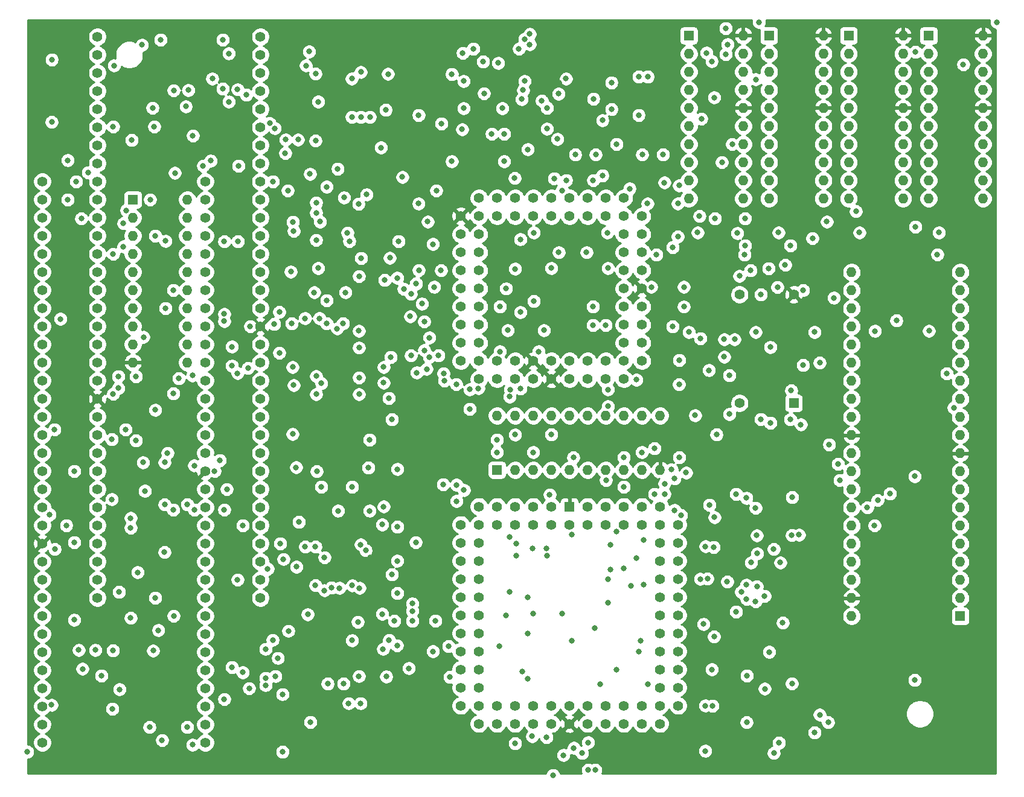
<source format=gbr>
%TF.GenerationSoftware,KiCad,Pcbnew,(5.1.12)-1*%
%TF.CreationDate,2022-10-26T16:15:56+02:00*%
%TF.ProjectId,dueottosei,6475656f-7474-46f7-9365-692e6b696361,rev?*%
%TF.SameCoordinates,Original*%
%TF.FileFunction,Copper,L3,Inr*%
%TF.FilePolarity,Positive*%
%FSLAX46Y46*%
G04 Gerber Fmt 4.6, Leading zero omitted, Abs format (unit mm)*
G04 Created by KiCad (PCBNEW (5.1.12)-1) date 2022-10-26 16:15:56*
%MOMM*%
%LPD*%
G01*
G04 APERTURE LIST*
%TA.AperFunction,ComponentPad*%
%ADD10R,1.400000X1.400000*%
%TD*%
%TA.AperFunction,ComponentPad*%
%ADD11O,1.400000X1.400000*%
%TD*%
%TA.AperFunction,ComponentPad*%
%ADD12C,1.422400*%
%TD*%
%TA.AperFunction,ComponentPad*%
%ADD13C,1.400000*%
%TD*%
%TA.AperFunction,ComponentPad*%
%ADD14R,1.422400X1.422400*%
%TD*%
%TA.AperFunction,ViaPad*%
%ADD15C,0.800000*%
%TD*%
%TA.AperFunction,Conductor*%
%ADD16C,0.254000*%
%TD*%
%TA.AperFunction,Conductor*%
%ADD17C,0.100000*%
%TD*%
G04 APERTURE END LIST*
D10*
%TO.N,Net-(U14-Pad1)*%
%TO.C,U14*%
X214890000Y-121820000D03*
D11*
%TO.N,6_D2*%
X199650000Y-73560000D03*
%TO.N,Net-(U14-Pad2)*%
X214890000Y-119280000D03*
%TO.N,6_D1*%
X199650000Y-76100000D03*
%TO.N,Net-(U14-Pad3)*%
X214890000Y-116740000D03*
%TO.N,6_D0*%
X199650000Y-78640000D03*
%TO.N,Net-(U14-Pad4)*%
X214890000Y-114200000D03*
%TO.N,6_PEREQ*%
X199650000Y-81180000D03*
%TO.N,6_D15*%
X214890000Y-111660000D03*
%TO.N,7_~BUSY*%
X199650000Y-83720000D03*
%TO.N,6_D14*%
X214890000Y-109120000D03*
%TO.N,7_~ERROR*%
X199650000Y-86260000D03*
%TO.N,6_D13*%
X214890000Y-106580000D03*
%TO.N,7_~NPRD*%
X199650000Y-88800000D03*
%TO.N,6_D12*%
X214890000Y-104040000D03*
%TO.N,7_~NPWR*%
X199650000Y-91340000D03*
%TO.N,VCC*%
X214890000Y-101500000D03*
%TO.N,Z_A1*%
X199650000Y-93880000D03*
%TO.N,GND*%
X214890000Y-98960000D03*
X199650000Y-96420000D03*
%TO.N,6_D11*%
X214890000Y-96420000D03*
%TO.N,Z_A2*%
X199650000Y-98960000D03*
%TO.N,6_D10*%
X214890000Y-93880000D03*
%TO.N,Net-(Q1-Pad8)*%
X199650000Y-101500000D03*
%TO.N,Net-(U14-Pad13)*%
X214890000Y-91340000D03*
%TO.N,7_NPS2*%
X199650000Y-104040000D03*
%TO.N,6_D9*%
X214890000Y-88800000D03*
%TO.N,7_~NPS1*%
X199650000Y-106580000D03*
%TO.N,6_D8*%
X214890000Y-86260000D03*
%TO.N,7_RESET*%
X199650000Y-109120000D03*
%TO.N,6_D7*%
X214890000Y-83720000D03*
%TO.N,6_~PEACK*%
X199650000Y-111660000D03*
%TO.N,6_D6*%
X214890000Y-81180000D03*
%TO.N,Net-(U14-Pad37)*%
X199650000Y-114200000D03*
%TO.N,6_D5*%
X214890000Y-78640000D03*
%TO.N,Net-(U14-Pad38)*%
X199650000Y-116740000D03*
%TO.N,6_D4*%
X214890000Y-76100000D03*
%TO.N,GND*%
X199650000Y-119280000D03*
%TO.N,6_D3*%
X214890000Y-73560000D03*
%TO.N,Net-(U14-Pad40)*%
X199650000Y-121820000D03*
%TD*%
D12*
%TO.N,6_PEREQ*%
%TO.C,U13*%
X157550000Y-86010000D03*
%TO.N,6_~READY*%
X160090000Y-86010000D03*
%TO.N,6_HDLA*%
X162630000Y-86010000D03*
%TO.N,6_M\u005C~IO*%
X165170000Y-86010000D03*
%TO.N,GND*%
X155010000Y-86010000D03*
%TO.N,6_INTR*%
X152470000Y-86010000D03*
%TO.N,Net-(U13-Pad55)*%
X149930000Y-86010000D03*
%TO.N,Net-(R15-Pad2)*%
X147390000Y-86010000D03*
%TO.N,GND*%
X157550000Y-88550000D03*
%TO.N,VCC*%
X160090000Y-88550000D03*
%TO.N,6_HOLD*%
X162630000Y-88550000D03*
%TO.N,6_COD\u005C~INTA*%
X165170000Y-88550000D03*
%TO.N,Net-(U13-Pad68)*%
X167710000Y-88550000D03*
%TO.N,Net-(U13-Pad58)*%
X155010000Y-88550000D03*
%TO.N,Net-(U13-Pad56)*%
X152470000Y-88550000D03*
%TO.N,6_~BUSY*%
X149930000Y-88550000D03*
%TO.N,Net-(U13-Pad2)*%
X167710000Y-86010000D03*
%TO.N,6_~S1*%
X167710000Y-83470000D03*
%TO.N,6_~PEACK*%
X167710000Y-80930000D03*
%TO.N,6_A22*%
X167710000Y-78390000D03*
%TO.N,6_A21*%
X167710000Y-75850000D03*
%TO.N,6_A19*%
X167710000Y-73310000D03*
%TO.N,6_A17*%
X167710000Y-70770000D03*
%TO.N,6_A15*%
X167710000Y-68230000D03*
%TO.N,6_~BHE*%
X170250000Y-86010000D03*
%TO.N,Net-(U13-Pad3)*%
X170250000Y-83470000D03*
%TO.N,6_~S0*%
X170250000Y-80930000D03*
%TO.N,6_A23*%
X170250000Y-78390000D03*
%TO.N,GND*%
X170250000Y-75850000D03*
%TO.N,6_A20*%
X170250000Y-73310000D03*
%TO.N,6_A18*%
X170250000Y-70770000D03*
%TO.N,6_A16*%
X170250000Y-68230000D03*
%TO.N,6_A14*%
X170250000Y-65690000D03*
%TO.N,6_A12*%
X167710000Y-65690000D03*
%TO.N,6_A10*%
X165170000Y-65690000D03*
%TO.N,6_A8*%
X162630000Y-65690000D03*
%TO.N,6_A6*%
X160090000Y-65690000D03*
%TO.N,6_A4*%
X157550000Y-65690000D03*
%TO.N,6_RESET*%
X155010000Y-65690000D03*
%TO.N,Net-(Q1-Pad8)*%
X152470000Y-65690000D03*
%TO.N,6_A1*%
X149930000Y-65690000D03*
%TO.N,GND*%
X144850000Y-65690000D03*
%TO.N,6_A13*%
X167710000Y-63150000D03*
%TO.N,6_A11*%
X165170000Y-63150000D03*
%TO.N,6_A9*%
X162630000Y-63150000D03*
%TO.N,6_A7*%
X160090000Y-63150000D03*
%TO.N,6_A5*%
X157550000Y-63150000D03*
%TO.N,6_A3*%
X155010000Y-63150000D03*
%TO.N,VCC*%
X152470000Y-63150000D03*
%TO.N,6_A2*%
X149930000Y-63150000D03*
%TO.N,6_A0*%
X147390000Y-63150000D03*
%TO.N,6_D0*%
X147390000Y-65690000D03*
%TO.N,6_D1*%
X147390000Y-68230000D03*
%TO.N,6_D2*%
X147390000Y-70770000D03*
%TO.N,6_D3*%
X147390000Y-73310000D03*
%TO.N,6_D4*%
X147390000Y-75850000D03*
%TO.N,6_D5*%
X147390000Y-78390000D03*
%TO.N,6_D6*%
X147390000Y-80930000D03*
%TO.N,6_D7*%
X147390000Y-83470000D03*
%TO.N,Net-(C17-Pad1)*%
X147390000Y-88550000D03*
%TO.N,6_D8*%
X144850000Y-68230000D03*
%TO.N,6_D9*%
X144850000Y-70770000D03*
%TO.N,6_D10*%
X144850000Y-73310000D03*
%TO.N,6_D11*%
X144850000Y-75850000D03*
%TO.N,6_D12*%
X144850000Y-78390000D03*
%TO.N,6_D13*%
X144850000Y-80930000D03*
%TO.N,6_D14*%
X144850000Y-83470000D03*
%TO.N,6_D15*%
X144850000Y-86010000D03*
%TD*%
D13*
%TO.N,Z_D4*%
%TO.C,J1*%
X109020000Y-139580000D03*
%TO.N,Z_D3*%
X109020000Y-137040000D03*
%TO.N,Z_D2*%
X109020000Y-134500000D03*
%TO.N,Z_D1*%
X109020000Y-131960000D03*
%TO.N,Z_D0*%
X109020000Y-129420000D03*
%TO.N,Z_~AS*%
X109020000Y-126880000D03*
%TO.N,Z_~UDS*%
X109020000Y-124340000D03*
%TO.N,Z_~LDS*%
X109020000Y-121800000D03*
%TO.N,Z_R~W*%
X109020000Y-119260000D03*
%TO.N,Z_~DTACK*%
X109020000Y-116720000D03*
%TO.N,Z_~BG*%
X109020000Y-114180000D03*
%TO.N,Z_~BGACK*%
X109020000Y-111640000D03*
%TO.N,Z_~BR*%
X109020000Y-109100000D03*
%TO.N,VCC*%
X109020000Y-106560000D03*
%TO.N,Z_CLK*%
X109020000Y-104020000D03*
%TO.N,GND*%
X109020000Y-101480000D03*
%TO.N,Z_~HALT*%
X109020000Y-98940000D03*
%TO.N,Z_~RESET*%
X109020000Y-96400000D03*
%TO.N,Z_~VMA*%
X109020000Y-93860000D03*
%TO.N,Z_E*%
X109020000Y-91320000D03*
%TO.N,Z_~VPA*%
X109020000Y-88780000D03*
%TO.N,Z_~BERR*%
X109020000Y-86240000D03*
%TO.N,Z_~IPL2*%
X109020000Y-83700000D03*
%TO.N,Z_~IPL1*%
X109020000Y-81160000D03*
%TO.N,Z_~IPL0*%
X109020000Y-78620000D03*
%TO.N,Z_FC2*%
X109020000Y-76080000D03*
%TO.N,Z_FC1*%
X109020000Y-73540000D03*
%TO.N,Z_FC0*%
X109020000Y-71000000D03*
%TO.N,Z_A1*%
X109020000Y-68460000D03*
%TO.N,Z_A2*%
X109020000Y-65920000D03*
%TO.N,Z_A3*%
X109020000Y-63380000D03*
%TO.N,Z_A4*%
X109020000Y-60840000D03*
%TO.N,Z_A5*%
X86160000Y-60840000D03*
%TO.N,Z_A6*%
X86160000Y-63380000D03*
%TO.N,Z_A7*%
X86160000Y-65920000D03*
%TO.N,Z_A8*%
X86160000Y-68460000D03*
%TO.N,Z_A9*%
X86160000Y-71000000D03*
%TO.N,Z_A10*%
X86160000Y-73540000D03*
%TO.N,Z_A11*%
X86160000Y-76080000D03*
%TO.N,Z_A12*%
X86160000Y-78620000D03*
%TO.N,Z_A13*%
X86160000Y-81160000D03*
%TO.N,Z_A14*%
X86160000Y-83700000D03*
%TO.N,Z_A15*%
X86160000Y-86240000D03*
%TO.N,Z_A16*%
X86160000Y-88780000D03*
%TO.N,Z_A17*%
X86160000Y-91320000D03*
%TO.N,Z_A18*%
X86160000Y-93860000D03*
%TO.N,Z_A19*%
X86160000Y-96400000D03*
%TO.N,Z_A20*%
X86160000Y-98940000D03*
%TO.N,VCC*%
X86160000Y-101480000D03*
%TO.N,Z_A21*%
X86160000Y-104020000D03*
%TO.N,Z_A22*%
X86160000Y-106560000D03*
%TO.N,Z_A23*%
X86160000Y-109100000D03*
%TO.N,GND*%
X86160000Y-111640000D03*
%TO.N,Z_D15*%
X86160000Y-114180000D03*
%TO.N,Z_D14*%
X86160000Y-116720000D03*
%TO.N,Z_D13*%
X86160000Y-119260000D03*
%TO.N,Z_D12*%
X86160000Y-121800000D03*
%TO.N,Z_D11*%
X86160000Y-124340000D03*
%TO.N,Z_D10*%
X86160000Y-126880000D03*
%TO.N,Z_D9*%
X86160000Y-129420000D03*
%TO.N,Z_D8*%
X86160000Y-131960000D03*
%TO.N,Z_D7*%
X86160000Y-134500000D03*
%TO.N,Z_D6*%
X86160000Y-137040000D03*
%TO.N,Z_D5*%
X86160000Y-139580000D03*
%TD*%
%TO.N,Z_D5*%
%TO.C,J2*%
X93890000Y-119250000D03*
%TO.N,Z_D6*%
X93890000Y-116710000D03*
%TO.N,Z_D7*%
X93890000Y-114170000D03*
%TO.N,Z_D8*%
X93890000Y-111630000D03*
%TO.N,Z_D9*%
X93890000Y-109090000D03*
%TO.N,Z_D10*%
X93890000Y-106550000D03*
%TO.N,Z_D11*%
X93890000Y-104010000D03*
%TO.N,Z_D12*%
X93890000Y-101470000D03*
%TO.N,Z_D13*%
X93890000Y-98930000D03*
%TO.N,Z_D14*%
X93890000Y-96390000D03*
%TO.N,Z_D15*%
X93890000Y-93850000D03*
%TO.N,GND*%
X93890000Y-91310000D03*
%TO.N,Z_A23*%
X93890000Y-88770000D03*
%TO.N,Z_A22*%
X93890000Y-86230000D03*
%TO.N,Z_A21*%
X93890000Y-83690000D03*
%TO.N,VCC*%
X93890000Y-81150000D03*
%TO.N,Z_A20*%
X93890000Y-78610000D03*
%TO.N,Z_A19*%
X93890000Y-76070000D03*
%TO.N,Z_A18*%
X93890000Y-73530000D03*
%TO.N,Z_A17*%
X93890000Y-70990000D03*
%TO.N,Z_A16*%
X93890000Y-68450000D03*
%TO.N,Z_A15*%
X93890000Y-65910000D03*
%TO.N,Z_A14*%
X93890000Y-63370000D03*
%TO.N,Z_A13*%
X93890000Y-60830000D03*
%TO.N,Z_A12*%
X93890000Y-58290000D03*
%TO.N,Z_A11*%
X93890000Y-55750000D03*
%TO.N,Z_A10*%
X93890000Y-53210000D03*
%TO.N,Z_A9*%
X93890000Y-50670000D03*
%TO.N,Z_A8*%
X93890000Y-48130000D03*
%TO.N,Z_A7*%
X93890000Y-45590000D03*
%TO.N,Z_A6*%
X93890000Y-43050000D03*
%TO.N,Z_A5*%
X93890000Y-40510000D03*
%TO.N,Z_A4*%
X116750000Y-40510000D03*
%TO.N,Z_A3*%
X116750000Y-43050000D03*
%TO.N,Z_A2*%
X116750000Y-45590000D03*
%TO.N,Z_A1*%
X116750000Y-48130000D03*
%TO.N,Z_FC0*%
X116750000Y-50670000D03*
%TO.N,Z_FC1*%
X116750000Y-53210000D03*
%TO.N,Z_FC2*%
X116750000Y-55750000D03*
%TO.N,Z_~IPL0*%
X116750000Y-58290000D03*
%TO.N,Z_~IPL1*%
X116750000Y-60830000D03*
%TO.N,Z_~IPL2*%
X116750000Y-63370000D03*
%TO.N,Z_~BERR*%
X116750000Y-65910000D03*
%TO.N,Z_~VPA*%
X116750000Y-68450000D03*
%TO.N,Z_E*%
X116750000Y-70990000D03*
%TO.N,Z_~VMA*%
X116750000Y-73530000D03*
%TO.N,Z_~RESET*%
X116750000Y-76070000D03*
%TO.N,Z_~HALT*%
X116750000Y-78610000D03*
%TO.N,GND*%
X116750000Y-81150000D03*
%TO.N,Z_CLK*%
X116750000Y-83690000D03*
%TO.N,VCC*%
X116750000Y-86230000D03*
%TO.N,M_~BR*%
X116750000Y-88770000D03*
%TO.N,M_~BGACK*%
X116750000Y-91310000D03*
%TO.N,M_~BG*%
X116750000Y-93850000D03*
%TO.N,M_~DTACK*%
X116750000Y-96390000D03*
%TO.N,Z_R~W*%
X116750000Y-98930000D03*
%TO.N,M_~LDS*%
X116750000Y-101470000D03*
%TO.N,M_~UDS*%
X116750000Y-104010000D03*
%TO.N,M_~AS*%
X116750000Y-106550000D03*
%TO.N,Z_D0*%
X116750000Y-109090000D03*
%TO.N,Z_D1*%
X116750000Y-111630000D03*
%TO.N,Z_D2*%
X116750000Y-114170000D03*
%TO.N,Z_D3*%
X116750000Y-116710000D03*
%TO.N,Z_D4*%
X116750000Y-119250000D03*
%TD*%
D10*
%TO.N,Net-(Q1-Pad1)*%
%TO.C,Q1*%
X191540000Y-91930000D03*
D13*
%TO.N,VCC*%
X183920000Y-91930000D03*
%TO.N,Net-(Q1-Pad8)*%
X183920000Y-76690000D03*
%TO.N,GND*%
X191540000Y-76690000D03*
%TD*%
D11*
%TO.N,VCC*%
%TO.C,U22*%
X149930000Y-93680000D03*
%TO.N,GND*%
X172790000Y-101300000D03*
%TO.N,7_NPS2*%
X152470000Y-93680000D03*
%TO.N,Z_A1*%
X170250000Y-101300000D03*
%TO.N,Z_D4*%
X155010000Y-93680000D03*
%TO.N,Z_R~W*%
X167710000Y-101300000D03*
%TO.N,6_D1*%
X157550000Y-93680000D03*
%TO.N,P19*%
X165170000Y-101300000D03*
%TO.N,6_D0*%
X160090000Y-93680000D03*
%TO.N,P61*%
X162630000Y-101300000D03*
%TO.N,Net-(U22-Pad15)*%
X162630000Y-93680000D03*
%TO.N,Z_~VPA*%
X160090000Y-101300000D03*
%TO.N,P53*%
X165170000Y-93680000D03*
%TO.N,Z_A15*%
X157550000Y-101300000D03*
%TO.N,P47*%
X167710000Y-93680000D03*
%TO.N,Z_A7*%
X155010000Y-101300000D03*
%TO.N,CLK*%
X170250000Y-93680000D03*
%TO.N,Z_A6*%
X152470000Y-101300000D03*
%TO.N,P53*%
X172790000Y-93680000D03*
D10*
%TO.N,P45*%
X149930000Y-101300000D03*
%TD*%
%TO.N,6_D4*%
%TO.C,U31*%
X210450000Y-40360000D03*
D11*
%TO.N,Net-(R35-Pad2)*%
X218070000Y-63220000D03*
%TO.N,6_D5*%
X210450000Y-42900000D03*
%TO.N,Net-(R36-Pad2)*%
X218070000Y-60680000D03*
%TO.N,Z_R~W*%
X210450000Y-45440000D03*
%TO.N,Net-(R37-Pad2)*%
X218070000Y-58140000D03*
%TO.N,Net-(R311-Pad2)*%
X210450000Y-47980000D03*
%TO.N,Net-(R38-Pad2)*%
X218070000Y-55600000D03*
%TO.N,Net-(U31-Pad5)*%
X210450000Y-50520000D03*
%TO.N,Net-(R39-Pad2)*%
X218070000Y-53060000D03*
%TO.N,Net-(R31-Pad1)*%
X210450000Y-53060000D03*
%TO.N,GND*%
X218070000Y-50520000D03*
%TO.N,Net-(R32-Pad1)*%
X210450000Y-55600000D03*
%TO.N,Net-(R312-Pad2)*%
X218070000Y-47980000D03*
%TO.N,Net-(R33-Pad1)*%
X210450000Y-58140000D03*
%TO.N,6_D6*%
X218070000Y-45440000D03*
%TO.N,Net-(R34-Pad1)*%
X210450000Y-60680000D03*
%TO.N,6_D7*%
X218070000Y-42900000D03*
%TO.N,VCC*%
X210450000Y-63220000D03*
%TO.N,GND*%
X218070000Y-40360000D03*
%TD*%
%TO.N,GND*%
%TO.C,U32*%
X206850000Y-40360000D03*
%TO.N,VCC*%
X199230000Y-63220000D03*
%TO.N,6_D3*%
X206850000Y-42900000D03*
%TO.N,Net-(R34-Pad1)*%
X199230000Y-60680000D03*
%TO.N,6_D2*%
X206850000Y-45440000D03*
%TO.N,Net-(R33-Pad1)*%
X199230000Y-58140000D03*
%TO.N,Net-(R312-Pad2)*%
X206850000Y-47980000D03*
%TO.N,Net-(R32-Pad1)*%
X199230000Y-55600000D03*
%TO.N,GND*%
X206850000Y-50520000D03*
%TO.N,Net-(R31-Pad1)*%
X199230000Y-53060000D03*
%TO.N,Net-(R39-Pad2)*%
X206850000Y-53060000D03*
%TO.N,Net-(U32-Pad5)*%
X199230000Y-50520000D03*
%TO.N,Net-(R38-Pad2)*%
X206850000Y-55600000D03*
%TO.N,Net-(R311-Pad2)*%
X199230000Y-47980000D03*
%TO.N,Net-(R37-Pad2)*%
X206850000Y-58140000D03*
%TO.N,Z_R~W*%
X199230000Y-45440000D03*
%TO.N,Net-(R36-Pad2)*%
X206850000Y-60680000D03*
%TO.N,6_D1*%
X199230000Y-42900000D03*
%TO.N,Net-(R35-Pad2)*%
X206850000Y-63220000D03*
D10*
%TO.N,6_D0*%
X199230000Y-40360000D03*
%TD*%
%TO.N,6_D12*%
%TO.C,U33*%
X188060000Y-40360000D03*
D11*
%TO.N,Net-(R35-Pad2)*%
X195680000Y-63220000D03*
%TO.N,6_D13*%
X188060000Y-42900000D03*
%TO.N,Net-(R36-Pad2)*%
X195680000Y-60680000D03*
%TO.N,Z_R~W*%
X188060000Y-45440000D03*
%TO.N,Net-(R37-Pad2)*%
X195680000Y-58140000D03*
%TO.N,Net-(R311-Pad2)*%
X188060000Y-47980000D03*
%TO.N,Net-(R38-Pad2)*%
X195680000Y-55600000D03*
%TO.N,Net-(U33-Pad5)*%
X188060000Y-50520000D03*
%TO.N,Net-(R39-Pad2)*%
X195680000Y-53060000D03*
%TO.N,Net-(R31-Pad1)*%
X188060000Y-53060000D03*
%TO.N,GND*%
X195680000Y-50520000D03*
%TO.N,Net-(R32-Pad1)*%
X188060000Y-55600000D03*
%TO.N,Net-(R313-Pad2)*%
X195680000Y-47980000D03*
%TO.N,Net-(R33-Pad1)*%
X188060000Y-58140000D03*
%TO.N,6_D14*%
X195680000Y-45440000D03*
%TO.N,Net-(R34-Pad1)*%
X188060000Y-60680000D03*
%TO.N,6_D15*%
X195680000Y-42900000D03*
%TO.N,VCC*%
X188060000Y-63220000D03*
%TO.N,GND*%
X195680000Y-40360000D03*
%TD*%
%TO.N,GND*%
%TO.C,U34*%
X184450000Y-40360000D03*
%TO.N,VCC*%
X176830000Y-63220000D03*
%TO.N,6_D11*%
X184450000Y-42900000D03*
%TO.N,Net-(R34-Pad1)*%
X176830000Y-60680000D03*
%TO.N,6_D10*%
X184450000Y-45440000D03*
%TO.N,Net-(R33-Pad1)*%
X176830000Y-58140000D03*
%TO.N,Net-(R313-Pad2)*%
X184450000Y-47980000D03*
%TO.N,Net-(R32-Pad1)*%
X176830000Y-55600000D03*
%TO.N,GND*%
X184450000Y-50520000D03*
%TO.N,Net-(R31-Pad1)*%
X176830000Y-53060000D03*
%TO.N,Net-(R39-Pad2)*%
X184450000Y-53060000D03*
%TO.N,Net-(U34-Pad5)*%
X176830000Y-50520000D03*
%TO.N,Net-(R38-Pad2)*%
X184450000Y-55600000D03*
%TO.N,Net-(R311-Pad2)*%
X176830000Y-47980000D03*
%TO.N,Net-(R37-Pad2)*%
X184450000Y-58140000D03*
%TO.N,Z_R~W*%
X176830000Y-45440000D03*
%TO.N,Net-(R36-Pad2)*%
X184450000Y-60680000D03*
%TO.N,6_D9*%
X176830000Y-42900000D03*
%TO.N,Net-(R35-Pad2)*%
X184450000Y-63220000D03*
D10*
%TO.N,6_D8*%
X176830000Y-40360000D03*
%TD*%
D12*
%TO.N,Z_R~W*%
%TO.C,U41*%
X160080000Y-108990000D03*
%TO.N,Z_A16*%
X157540000Y-108990000D03*
%TO.N,6_~S0*%
X155000000Y-108990000D03*
%TO.N,M_~AS*%
X152460000Y-108990000D03*
%TO.N,M_~LDS*%
X149920000Y-108990000D03*
%TO.N,6_A17*%
X162620000Y-108990000D03*
%TO.N,6_A18*%
X165160000Y-108990000D03*
%TO.N,6_A19*%
X167700000Y-108990000D03*
%TO.N,Z_A20*%
X170240000Y-108990000D03*
%TO.N,Z_A22*%
X172780000Y-108990000D03*
%TO.N,CLK*%
X175320000Y-108990000D03*
D14*
%TO.N,GND*%
X160080000Y-106450000D03*
D12*
%TO.N,M_~UDS*%
X157540000Y-106450000D03*
%TO.N,6_A16*%
X155000000Y-106450000D03*
%TO.N,Z_FC1*%
X152460000Y-106450000D03*
%TO.N,P9*%
X149920000Y-106450000D03*
%TO.N,GCLK*%
X147380000Y-106450000D03*
%TO.N,Z_A17*%
X162620000Y-106450000D03*
%TO.N,Z_A18*%
X165160000Y-106450000D03*
%TO.N,Z_A19*%
X167700000Y-106450000D03*
%TO.N,Z_A21*%
X170240000Y-106450000D03*
%TO.N,Z_A23*%
X172780000Y-106450000D03*
%TO.N,6_D2*%
X147380000Y-108990000D03*
%TO.N,6_~S1*%
X147380000Y-111530000D03*
%TO.N,Z_A1*%
X147380000Y-114070000D03*
%TO.N,P19*%
X147380000Y-116610000D03*
%TO.N,6_RESET*%
X147380000Y-119150000D03*
%TO.N,6_D5*%
X147380000Y-121690000D03*
%TO.N,6_D1*%
X147380000Y-124230000D03*
%TO.N,P27*%
X147380000Y-126770000D03*
%TO.N,P29*%
X147380000Y-129310000D03*
%TO.N,VCC*%
X147380000Y-131850000D03*
X144840000Y-108990000D03*
%TO.N,6_D4*%
X144840000Y-111530000D03*
%TO.N,6_D7*%
X144840000Y-114070000D03*
%TO.N,6_~BHE*%
X144840000Y-116610000D03*
%TO.N,6_D0*%
X144840000Y-119150000D03*
%TO.N,VCC*%
X144840000Y-121690000D03*
%TO.N,P24*%
X144840000Y-124230000D03*
%TO.N,6_D6*%
X144840000Y-126770000D03*
%TO.N,6_D3*%
X144840000Y-129310000D03*
%TO.N,P30*%
X144840000Y-131850000D03*
%TO.N,VCC*%
X144840000Y-134390000D03*
%TO.N,6_HOLD*%
X147380000Y-134390000D03*
%TO.N,LDC*%
X149920000Y-134390000D03*
%TO.N,P38*%
X152460000Y-134390000D03*
%TO.N,6_~READY*%
X155000000Y-134390000D03*
%TO.N,P42*%
X157540000Y-134390000D03*
%TO.N,Z_~IPL2*%
X160080000Y-134390000D03*
%TO.N,P46*%
X162620000Y-134390000D03*
%TO.N,P48*%
X165160000Y-134390000D03*
%TO.N,CLK*%
X167700000Y-134390000D03*
%TO.N,7_~ERROR*%
X170240000Y-134390000D03*
%TO.N,M2*%
X147380000Y-136930000D03*
%TO.N,7_~NPS1*%
X149920000Y-136930000D03*
%TO.N,M_~DTACK*%
X152460000Y-136930000D03*
%TO.N,P39*%
X155000000Y-136930000D03*
%TO.N,6_COD\u005C~INTA*%
X157540000Y-136930000D03*
%TO.N,GND*%
X160080000Y-136930000D03*
%TO.N,P45*%
X162620000Y-136930000D03*
%TO.N,P47*%
X165160000Y-136930000D03*
%TO.N,Z_R~W*%
X167700000Y-136930000D03*
%TO.N,7_RESET*%
X170240000Y-136930000D03*
%TO.N,P53*%
X172780000Y-136930000D03*
%TO.N,7_NPS2*%
X172780000Y-134390000D03*
%TO.N,7_~BUSY*%
X172780000Y-131850000D03*
%TO.N,6_HDLA*%
X172780000Y-129310000D03*
%TO.N,P61*%
X172780000Y-126770000D03*
%TO.N,6_M\u005C~IO*%
X172780000Y-124230000D03*
%TO.N,P65*%
X172780000Y-121690000D03*
%TO.N,P67*%
X172780000Y-119150000D03*
%TO.N,6_A21*%
X172780000Y-116610000D03*
%TO.N,P71*%
X172780000Y-114070000D03*
%TO.N,6_INTR*%
X172780000Y-111530000D03*
%TO.N,Z_~RESET*%
X175320000Y-134390000D03*
%TO.N,P56*%
X175320000Y-131850000D03*
%TO.N,6_D11*%
X175320000Y-129310000D03*
%TO.N,6_~BUSY*%
X175320000Y-126770000D03*
%TO.N,6_D9*%
X175320000Y-124230000D03*
%TO.N,VCC*%
X175320000Y-121690000D03*
%TO.N,6_A23*%
X175320000Y-119150000D03*
%TO.N,6_D10*%
X175320000Y-116610000D03*
%TO.N,6_A22*%
X175320000Y-114070000D03*
%TO.N,6_D8*%
X175320000Y-111530000D03*
%TD*%
D10*
%TO.N,P29*%
%TO.C,U44*%
X98870000Y-63380000D03*
D11*
%TO.N,Z_~BGACK*%
X106490000Y-86240000D03*
%TO.N,Z_A3*%
X98870000Y-65920000D03*
%TO.N,7_~NPS1*%
X106490000Y-83700000D03*
%TO.N,Z_R~W*%
X98870000Y-68460000D03*
%TO.N,7_~NPWR*%
X106490000Y-81160000D03*
%TO.N,Z_A5*%
X98870000Y-71000000D03*
%TO.N,7_~NPRD*%
X106490000Y-78620000D03*
%TO.N,Z_A6*%
X98870000Y-73540000D03*
%TO.N,M_~BGACK*%
X106490000Y-76080000D03*
%TO.N,Z_A7*%
X98870000Y-76080000D03*
%TO.N,M_~BR*%
X106490000Y-73540000D03*
%TO.N,Z_A8*%
X98870000Y-78620000D03*
%TO.N,P46*%
X106490000Y-71000000D03*
%TO.N,Z_A9*%
X98870000Y-81160000D03*
%TO.N,Z_~BR*%
X106490000Y-68460000D03*
%TO.N,P9*%
X98870000Y-83700000D03*
%TO.N,Net-(U37-Pad2)*%
X106490000Y-65920000D03*
%TO.N,GND*%
X98870000Y-86240000D03*
%TO.N,VCC*%
X106490000Y-63380000D03*
%TD*%
D15*
%TO.N,VCC*%
X91790000Y-129221100D03*
X87490000Y-43730000D03*
X106640000Y-48020000D03*
X124480000Y-45710000D03*
X130500000Y-63980000D03*
X138960000Y-73280000D03*
X140050000Y-87150000D03*
X146090000Y-92760000D03*
X142358000Y-103342000D03*
X121750000Y-100950000D03*
X124650000Y-101500000D03*
X124460000Y-112090000D03*
X121800000Y-114900000D03*
X103310000Y-100260000D03*
X103300000Y-112850000D03*
X94440000Y-130190000D03*
X102962000Y-139238000D03*
X123750000Y-136700000D03*
X135900000Y-125950000D03*
X130400000Y-122650000D03*
X138040000Y-120060000D03*
X184950000Y-130190000D03*
X184900000Y-105240000D03*
X191300000Y-105140000D03*
X208500000Y-102200000D03*
X196500000Y-97750000D03*
X210500000Y-81800000D03*
X211900000Y-68000000D03*
X200750000Y-68000000D03*
X189400000Y-68000000D03*
X178050000Y-68000000D03*
X152400000Y-60350000D03*
X157938000Y-60412500D03*
X159600000Y-46400000D03*
X150100000Y-44200000D03*
X130550000Y-81800000D03*
X180350000Y-124690000D03*
X182200000Y-116990000D03*
X184900000Y-117440000D03*
X180300000Y-112140000D03*
X175450000Y-89300000D03*
X208500000Y-130800000D03*
%TO.N,GND*%
X158591100Y-46925000D03*
X205919000Y-97395000D03*
X87490000Y-46160000D03*
X182300000Y-120040000D03*
X206250000Y-130750000D03*
X192550000Y-131590000D03*
X192550000Y-118990000D03*
X188750000Y-117540000D03*
X192550000Y-106690000D03*
X182250000Y-108040000D03*
X214850000Y-68000000D03*
X204000000Y-68000000D03*
X192700000Y-68000000D03*
X181450000Y-68000000D03*
X207400000Y-98850000D03*
X171050000Y-51900000D03*
X157100000Y-48700000D03*
X150200000Y-46500000D03*
X147600000Y-40350000D03*
X148450000Y-53100000D03*
X135900000Y-51350000D03*
X121900000Y-48000000D03*
X128200000Y-61450000D03*
X138950000Y-70050000D03*
X125000000Y-75400000D03*
X128350000Y-79250000D03*
X124750000Y-93200000D03*
X121750000Y-104100000D03*
X133300000Y-102850000D03*
X121800000Y-111750000D03*
X132100000Y-113600000D03*
X128150000Y-120000000D03*
X142040000Y-117110000D03*
X124950000Y-134050000D03*
X102050000Y-131600000D03*
X91800000Y-132800000D03*
X105250000Y-56950000D03*
X107050000Y-49300000D03*
X105750000Y-43600000D03*
X142850000Y-98900000D03*
X146050000Y-98900000D03*
X188190000Y-96210000D03*
%TO.N,Net-(C17-Pad1)*%
X142555000Y-88771500D03*
%TO.N,Z_D4*%
X124570100Y-88155000D03*
X135200300Y-115984400D03*
X135200300Y-94210200D03*
%TO.N,Z_D3*%
X121265000Y-86885000D03*
X113542700Y-87744900D03*
X113542700Y-116710000D03*
%TO.N,Z_D2*%
X119980000Y-113830000D03*
%TO.N,Z_D1*%
X115168000Y-131960000D03*
X119520000Y-111630000D03*
%TO.N,Z_D0*%
X119400400Y-84889900D03*
X114996300Y-87019800D03*
X114267800Y-129723900D03*
X114267800Y-109090000D03*
%TO.N,Z_~AS*%
X96980000Y-132099400D03*
%TO.N,Z_~UDS*%
X102436400Y-123807600D03*
%TO.N,Z_~LDS*%
X104573800Y-121800000D03*
%TO.N,Z_R~W*%
X176815500Y-81969800D03*
X175478100Y-99549800D03*
X101999700Y-68460000D03*
X103724900Y-98945000D03*
X194450300Y-138160900D03*
X194450300Y-81969800D03*
X186200200Y-81969800D03*
X111045200Y-99965100D03*
X186200200Y-46504800D03*
X167710000Y-99549800D03*
X160634900Y-99549800D03*
%TO.N,Z_~DTACK*%
X96919900Y-118435200D03*
%TO.N,Z_~BG*%
X132055000Y-107053500D03*
X127625100Y-107053500D03*
X123382000Y-121580400D03*
%TO.N,Z_~BGACK*%
X103310000Y-106164600D03*
X125730000Y-118224900D03*
X106490000Y-106164600D03*
%TO.N,Z_~BR*%
X107490100Y-106889700D03*
X104511100Y-106889700D03*
%TO.N,Z_CLK*%
X188740000Y-141044900D03*
X107221900Y-139880000D03*
X112034400Y-104020000D03*
%TO.N,Z_~HALT*%
X111670400Y-80434900D03*
%TO.N,Z_~RESET*%
X179129900Y-134390000D03*
X179129900Y-140749500D03*
X84050200Y-140880100D03*
X87871600Y-95639900D03*
%TO.N,Z_~VPA*%
X107461000Y-100690200D03*
%TO.N,Z_~BERR*%
X111670400Y-79434800D03*
%TO.N,Z_~IPL2*%
X112759500Y-128998800D03*
X112759500Y-86696400D03*
X112759500Y-84012300D03*
%TO.N,Z_~IPL1*%
X125730000Y-113589200D03*
X117775100Y-115195100D03*
X118500200Y-60830000D03*
X119400400Y-79142700D03*
X115317900Y-81160000D03*
%TO.N,Z_~IPL0*%
X118675300Y-80850000D03*
%TO.N,Z_FC2*%
X113570700Y-69239800D03*
X111670400Y-69239800D03*
%TO.N,Z_FC1*%
X151691400Y-91029600D03*
%TO.N,Z_A1*%
X183232400Y-82989800D03*
X181782200Y-82989800D03*
X180377700Y-49044800D03*
X158550200Y-48519400D03*
X156205100Y-49503900D03*
X182507300Y-93473900D03*
X180431900Y-107953700D03*
X153594500Y-48015000D03*
X109770100Y-57914600D03*
X174815200Y-102513300D03*
X118050100Y-52640500D03*
X174815200Y-106953600D03*
X129555000Y-51779900D03*
%TO.N,Z_A2*%
X154519700Y-41599900D03*
X182273900Y-41599900D03*
X120225400Y-56854900D03*
X145035800Y-53514400D03*
X130825000Y-51779900D03*
X118775200Y-53365600D03*
X121300700Y-66505000D03*
%TO.N,Z_A3*%
X145245400Y-50555000D03*
X120294100Y-54964600D03*
X122025000Y-54964600D03*
X121419900Y-67775000D03*
X134309900Y-50779800D03*
%TO.N,Z_A4*%
X113542700Y-47919700D03*
X145245400Y-46745000D03*
X134635000Y-45744900D03*
X120575600Y-62105000D03*
%TO.N,Z_A5*%
X130825000Y-45480100D03*
X110004600Y-46396800D03*
X90905000Y-60840000D03*
X121010000Y-73490000D03*
%TO.N,Z_A6*%
X111454800Y-47829100D03*
X111454800Y-40946000D03*
X102732900Y-40946000D03*
X152470000Y-96365100D03*
X125295200Y-89155100D03*
X124295100Y-76400100D03*
X128675100Y-76400100D03*
X129555000Y-46397700D03*
X87477000Y-52484900D03*
X89729800Y-57859800D03*
X89729800Y-63380000D03*
%TO.N,Z_A7*%
X155010000Y-98824700D03*
X149916400Y-98824700D03*
X149916400Y-97082200D03*
X99282700Y-97179800D03*
X99282700Y-88192400D03*
X96815400Y-88192400D03*
X130869900Y-71585000D03*
X97540500Y-69964900D03*
X123574900Y-42604900D03*
%TO.N,Z_A8*%
X160895000Y-57054000D03*
X128950100Y-68038900D03*
X101626100Y-50504800D03*
X103449900Y-78620000D03*
X92589900Y-59560000D03*
X91630100Y-66024800D03*
X103449900Y-69185100D03*
%TO.N,Z_A9*%
X164705000Y-60002200D03*
X128483300Y-63077600D03*
X88702600Y-80124900D03*
X127499900Y-81479400D03*
%TO.N,Z_A10*%
X165975000Y-50694700D03*
X153794600Y-40859200D03*
X96224800Y-44564900D03*
X153794600Y-46745000D03*
%TO.N,Z_A11*%
X169785000Y-51528600D03*
X138928900Y-51530000D03*
X124853500Y-49644900D03*
X112305000Y-49644900D03*
X112305000Y-42874900D03*
X150669400Y-50555000D03*
%TO.N,Z_A12*%
X148095600Y-48469700D03*
X169785000Y-46120100D03*
%TO.N,Z_A13*%
X165975000Y-46954900D03*
X147970600Y-44019900D03*
%TO.N,Z_A14*%
X164705000Y-52253700D03*
X100345200Y-82664900D03*
X97950700Y-64884900D03*
X104750000Y-59639800D03*
%TO.N,Z_A15*%
X157550000Y-96332400D03*
X180706900Y-96332400D03*
X179305300Y-42782400D03*
X107279400Y-54395000D03*
%TO.N,Z_A16*%
X101855400Y-53125000D03*
X96090300Y-53125000D03*
X164381400Y-131348000D03*
X205014900Y-104633700D03*
X161861100Y-141039000D03*
X163710000Y-143421200D03*
%TO.N,Z_A17*%
X96090300Y-70990000D03*
X96090300Y-90640100D03*
%TO.N,Z_A18*%
X132055000Y-97082200D03*
X131880000Y-100990600D03*
X165200000Y-102740000D03*
%TO.N,Z_A19*%
X95915200Y-97015100D03*
X167700000Y-103688500D03*
X144244400Y-103413500D03*
X144244400Y-105688700D03*
X95915200Y-105439500D03*
%TO.N,Z_A20*%
X160438900Y-110408300D03*
X160438900Y-125319800D03*
X133825200Y-121521100D03*
X133825200Y-108971700D03*
%TO.N,Z_A21*%
X172001400Y-104688600D03*
X172001400Y-98289800D03*
%TO.N,Z_A22*%
X165841600Y-111858500D03*
X165841600Y-115259300D03*
%TO.N,Z_A23*%
X166646400Y-109917200D03*
X166646400Y-129304800D03*
X162709900Y-139552500D03*
X162709900Y-143421200D03*
%TO.N,Z_D15*%
X119846500Y-132795000D03*
X87185100Y-107585100D03*
%TO.N,Z_D14*%
X117475100Y-131525000D03*
X87910200Y-112429800D03*
%TO.N,Z_D13*%
X87460100Y-134289700D03*
X118846500Y-130255000D03*
%TO.N,Z_D12*%
X117475100Y-130524900D03*
X96067200Y-126648400D03*
X90633400Y-101470000D03*
X90633400Y-111459800D03*
X90633400Y-122344900D03*
%TO.N,Z_D11*%
X119200300Y-127715000D03*
X98557600Y-109439700D03*
X98557600Y-122082400D03*
%TO.N,Z_D10*%
X117475100Y-126445000D03*
X93589900Y-126580000D03*
X91265000Y-126580000D03*
%TO.N,Z_D9*%
X118475200Y-125175000D03*
X89522000Y-109090000D03*
%TO.N,Z_D8*%
X120673400Y-123905000D03*
%TO.N,Z_D7*%
X123016100Y-112079000D03*
%TO.N,Z_D6*%
X124570100Y-90695000D03*
X96815400Y-89844800D03*
%TO.N,Z_D5*%
X121419900Y-89425000D03*
X101999700Y-92893700D03*
X101999700Y-119250000D03*
%TO.N,M_~BR*%
X107215100Y-88054900D03*
%TO.N,M_~BGACK*%
X104536600Y-90569900D03*
X104536600Y-76080000D03*
%TO.N,M_~BG*%
X121265000Y-96268900D03*
X125285100Y-103689400D03*
X129595200Y-103689400D03*
%TO.N,M_~DTACK*%
X97832500Y-95639900D03*
X152460000Y-139691500D03*
%TO.N,M_~LDS*%
X156859900Y-138827400D03*
X154221400Y-130638600D03*
X184165200Y-118424900D03*
X101201100Y-137400000D03*
X106474100Y-137400000D03*
X110320100Y-101470000D03*
X151691400Y-110733400D03*
X151691400Y-118424900D03*
%TO.N,M_~UDS*%
X100549500Y-104260000D03*
X186190000Y-106654300D03*
%TO.N,M_~AS*%
X111670400Y-133474900D03*
X111670400Y-106889700D03*
X96000000Y-134839700D03*
%TO.N,Net-(Q1-Pad8)*%
X184930000Y-136727200D03*
X196353200Y-136727200D03*
X186925300Y-76690000D03*
X186925300Y-94199000D03*
X152470000Y-73088500D03*
X183920000Y-74088600D03*
%TO.N,6_~S0*%
X130810000Y-111790600D03*
X178431700Y-82842700D03*
X179431800Y-116564900D03*
X170471500Y-117388600D03*
X170471500Y-111133400D03*
X138524000Y-111467500D03*
%TO.N,6_~S1*%
X175470000Y-85891100D03*
X131517200Y-112599900D03*
X147316100Y-89861300D03*
%TO.N,Net-(R15-Pad2)*%
X138656800Y-87647800D03*
%TO.N,7_~ERROR*%
X205937500Y-80344000D03*
X195175400Y-135660000D03*
X195175400Y-86260000D03*
%TO.N,7_~BUSY*%
X202924200Y-81820000D03*
X203300500Y-105554900D03*
%TO.N,Net-(R31-Pad1)*%
X156920000Y-53429000D03*
%TO.N,Net-(R31-Pad2)*%
X153394600Y-49285000D03*
X156920000Y-50504000D03*
%TO.N,Net-(R32-Pad2)*%
X154247400Y-56328900D03*
X163757500Y-57054000D03*
%TO.N,Net-(R32-Pad1)*%
X166682500Y-55600000D03*
%TO.N,Net-(R33-Pad1)*%
X173212500Y-57054000D03*
%TO.N,Net-(R33-Pad2)*%
X149175100Y-54153600D03*
X150927100Y-54153600D03*
X150927100Y-57999600D03*
X170287500Y-57054000D03*
%TO.N,Net-(R35-Pad1)*%
X106285300Y-50300100D03*
X114752190Y-48673010D03*
%TO.N,Net-(R36-Pad1)*%
X113655900Y-58639700D03*
X108711700Y-58639700D03*
%TO.N,Net-(R36-Pad2)*%
X127582500Y-59056100D03*
%TO.N,Net-(R37-Pad2)*%
X100150000Y-41671100D03*
X180030400Y-43964800D03*
X181450000Y-58140000D03*
%TO.N,Net-(R38-Pad2)*%
X98694000Y-55024900D03*
X181999500Y-42964700D03*
X182900200Y-55600000D03*
%TO.N,Net-(R39-Pad2)*%
X133652500Y-56074000D03*
%TO.N,M2*%
X126180900Y-131302600D03*
X122995000Y-80039500D03*
X125025000Y-80039500D03*
X128390200Y-131302600D03*
X134394000Y-130302500D03*
%TO.N,P65*%
X124460000Y-117499800D03*
X178874000Y-122937500D03*
%TO.N,6_RESET*%
X154221400Y-119150000D03*
%TO.N,7_RESET*%
X202854800Y-109110000D03*
%TO.N,P9*%
X100282800Y-100259600D03*
X145282500Y-104138600D03*
%TO.N,6_PEREQ*%
X157550000Y-72998800D03*
X165481200Y-72998800D03*
X174540200Y-81180000D03*
%TO.N,P48*%
X189465100Y-139611100D03*
%TO.N,P38*%
X160697500Y-140314000D03*
%TO.N,Net-(R313-Pad2)*%
X157772500Y-144146300D03*
%TO.N,P39*%
X154847500Y-138691400D03*
%TO.N,6_~BHE*%
X169471400Y-113716100D03*
%TO.N,6_~PEACK*%
X188250300Y-84073500D03*
X188250300Y-94699900D03*
X197730600Y-100474900D03*
%TO.N,6_A23*%
X184920000Y-119425000D03*
%TO.N,6_A22*%
X163391300Y-78390000D03*
X172286400Y-71098500D03*
X184645100Y-71098500D03*
X185545100Y-114308800D03*
X186190000Y-119759400D03*
X189662500Y-114308800D03*
%TO.N,6_M\u005C~IO*%
X129620200Y-117518900D03*
X165170000Y-80983500D03*
X163391300Y-80983500D03*
X163666300Y-123541100D03*
%TO.N,6_COD\u005C~INTA*%
X155771300Y-84698700D03*
%TO.N,6_HDLA*%
X159625000Y-60663500D03*
X163408600Y-60663500D03*
X124475000Y-55103900D03*
X158396100Y-54878700D03*
%TO.N,6_HOLD*%
X153496300Y-129638500D03*
X153221300Y-89877500D03*
%TO.N,6_~READY*%
X155000000Y-121468500D03*
X159036400Y-121468500D03*
%TO.N,6_A21*%
X168746300Y-117610100D03*
X187460000Y-119015200D03*
%TO.N,6_A20*%
X185475100Y-73310000D03*
%TO.N,6_A19*%
X186370200Y-117662800D03*
X167700000Y-115123600D03*
%TO.N,6_A16*%
X157311200Y-104776100D03*
X158586300Y-70778700D03*
X162476600Y-70778700D03*
%TO.N,6_A14*%
X163435000Y-49244500D03*
X178580200Y-52034900D03*
X178305200Y-65690000D03*
%TO.N,6_A11*%
X168515000Y-61838700D03*
%TO.N,6_A6*%
X141410300Y-62113700D03*
X159053700Y-62113700D03*
%TO.N,6_A3*%
X138926800Y-63928600D03*
%TO.N,6_A2*%
X132095000Y-51779900D03*
X142135400Y-52703800D03*
%TO.N,6_A0*%
X131640100Y-62654900D03*
%TO.N,6_D0*%
X176127900Y-75628500D03*
X176127900Y-78398700D03*
X165481200Y-92379900D03*
X165481200Y-90025100D03*
X169471400Y-88654800D03*
X171561300Y-75628500D03*
X134785100Y-125175000D03*
X138572800Y-75178400D03*
X140210100Y-66468600D03*
X151200000Y-75858700D03*
X197175600Y-77164800D03*
X138040000Y-121103800D03*
%TO.N,6_D8*%
X179640900Y-87324800D03*
X130575400Y-84156500D03*
X134897100Y-71547000D03*
X179156800Y-112039800D03*
X174551200Y-70058800D03*
%TO.N,6_D1*%
X151776800Y-90029500D03*
X192840100Y-86599700D03*
X192840100Y-76100000D03*
X156814900Y-112344800D03*
X154946500Y-112344800D03*
X154221400Y-124230000D03*
X133950100Y-126445000D03*
X143134800Y-126044900D03*
X156496400Y-81708600D03*
X151416400Y-81708600D03*
%TO.N,6_D9*%
X191063800Y-69816000D03*
X184699600Y-69816000D03*
X184699600Y-66018500D03*
X180493200Y-66018500D03*
X136122500Y-69220100D03*
X129225100Y-69220100D03*
X192270100Y-110411700D03*
X191179000Y-90161900D03*
X136660900Y-60213400D03*
X175448900Y-61388600D03*
%TO.N,6_D2*%
X124570100Y-65235000D03*
X140935200Y-69620100D03*
%TO.N,6_D10*%
X191045100Y-94219700D03*
X134020100Y-86885000D03*
X142074900Y-73310000D03*
X178431700Y-116610000D03*
X197987800Y-102739900D03*
X189250400Y-75664900D03*
%TO.N,6_D3*%
X215300100Y-44414900D03*
X124570100Y-69045000D03*
X190338700Y-72534900D03*
X188008700Y-73041900D03*
X137571100Y-129139000D03*
X135931500Y-74363600D03*
%TO.N,6_D11*%
X182507300Y-88049900D03*
X212970600Y-87774900D03*
X134745200Y-91239900D03*
X146078700Y-90004700D03*
X175276300Y-68558500D03*
X175276300Y-63928600D03*
X171021800Y-63928600D03*
X165398600Y-68008500D03*
X155083900Y-68008500D03*
X155083900Y-77628700D03*
X180049800Y-129310000D03*
X180130000Y-134415400D03*
X183625300Y-68083400D03*
%TO.N,6_D4*%
X125104900Y-66468600D03*
X137847700Y-76610800D03*
X130562200Y-130255000D03*
X143326600Y-130363600D03*
%TO.N,6_D12*%
X134020100Y-89082500D03*
X141117400Y-75639500D03*
X200255100Y-65020300D03*
%TO.N,6_D5*%
X124845100Y-72997200D03*
X139392200Y-77980600D03*
X142426300Y-87771400D03*
X141290600Y-122468600D03*
X150326600Y-78390000D03*
X151190000Y-121690000D03*
X150326600Y-84698700D03*
%TO.N,6_D13*%
X211675200Y-71084700D03*
X153195100Y-68955100D03*
X153195100Y-79168600D03*
X130575400Y-90695000D03*
X144205300Y-89279600D03*
X194150200Y-68808500D03*
%TO.N,6_D6*%
X130575400Y-74125000D03*
X139724900Y-80490100D03*
X140940400Y-126770000D03*
X137850700Y-85248700D03*
X139724900Y-84523600D03*
%TO.N,6_D14*%
X208600200Y-67193700D03*
X135031300Y-85481100D03*
X208600200Y-42660200D03*
%TO.N,6_D7*%
X134172000Y-74669900D03*
X137750800Y-79765000D03*
X130799900Y-134065000D03*
X129112000Y-134065000D03*
X129600200Y-125222500D03*
X135925400Y-118609800D03*
X135925400Y-114070000D03*
X141701200Y-85248700D03*
%TO.N,6_D15*%
X140450000Y-85474300D03*
X140450000Y-82744900D03*
X130575400Y-88357400D03*
X196175500Y-66468600D03*
%TO.N,6_~BUSY*%
X150231200Y-126044900D03*
%TO.N,6_INTR*%
X179706800Y-106228500D03*
X181782200Y-85435600D03*
%TO.N,7_~NPS1*%
X105298900Y-88470000D03*
X119841300Y-140880500D03*
X201850300Y-106580000D03*
X159235000Y-141330600D03*
%TO.N,P61*%
X186359900Y-110493700D03*
X174421600Y-101256600D03*
X175716000Y-107678700D03*
%TO.N,P30*%
X188730000Y-112414000D03*
%TO.N,P71*%
X191270000Y-110473700D03*
X186415400Y-113033700D03*
%TO.N,Net-(U15-Pad8)*%
X145110500Y-42800500D03*
X192540000Y-94944800D03*
X213970700Y-92579900D03*
X219995300Y-38459700D03*
X186650300Y-38459700D03*
X181999500Y-39329800D03*
X154519700Y-40134100D03*
X152996100Y-42214500D03*
X146592900Y-42214500D03*
X126033100Y-80764600D03*
X121125600Y-80764600D03*
X104580600Y-48045000D03*
X123116100Y-44564900D03*
%TO.N,GCLK*%
X143585600Y-57999600D03*
X126033100Y-61587500D03*
X126033100Y-77524800D03*
X128325200Y-80759500D03*
X171055000Y-46120100D03*
X143585600Y-45774900D03*
X134025100Y-106450000D03*
%TO.N,P19*%
X173408300Y-103238400D03*
X173408300Y-104688600D03*
X183446100Y-104688600D03*
X183440100Y-121213800D03*
X165479100Y-119928600D03*
X165479100Y-116610000D03*
X123701300Y-59773700D03*
X136847600Y-75903500D03*
%TO.N,P45*%
X156946500Y-113344900D03*
X152591600Y-113344900D03*
X152591600Y-111666100D03*
X135950400Y-109301200D03*
X135950400Y-101195000D03*
%TO.N,P53*%
X124570100Y-63802700D03*
X173400400Y-60983000D03*
%TO.N,CLK*%
X170250000Y-98824700D03*
X176441100Y-101690400D03*
%TO.N,P47*%
X177706600Y-93655000D03*
%TO.N,LDC*%
X138040000Y-122495000D03*
X135510200Y-122495000D03*
%TO.N,P67*%
X188095100Y-126865400D03*
X170090400Y-125283600D03*
%TO.N,P27*%
X191280000Y-131289300D03*
X171059900Y-131362400D03*
X169784800Y-126770000D03*
%TO.N,P56*%
X187470000Y-132014400D03*
%TO.N,Net-(U37-Pad2)*%
X122120800Y-108615300D03*
X98557600Y-108064900D03*
X97540500Y-66699800D03*
%TO.N,P24*%
X130635000Y-117884700D03*
%TO.N,P29*%
X101709200Y-126675400D03*
X101274600Y-63380000D03*
%TO.N,Net-(U43-Pad4)*%
X190000000Y-122752100D03*
X127825100Y-117882200D03*
%TO.N,Net-(U42-Pad1)*%
X126730100Y-117825300D03*
X99520000Y-115684900D03*
%TD*%
D16*
%TO.N,GND*%
X185655074Y-38157802D02*
X185615300Y-38357761D01*
X185615300Y-38561639D01*
X185655074Y-38761598D01*
X185733095Y-38949956D01*
X185846363Y-39119474D01*
X185990526Y-39263637D01*
X186160044Y-39376905D01*
X186348402Y-39454926D01*
X186548361Y-39494700D01*
X186746570Y-39494700D01*
X186734188Y-39535518D01*
X186721928Y-39660000D01*
X186721928Y-41060000D01*
X186734188Y-41184482D01*
X186770498Y-41304180D01*
X186829463Y-41414494D01*
X186908815Y-41511185D01*
X187005506Y-41590537D01*
X187115820Y-41649502D01*
X187235518Y-41685812D01*
X187360000Y-41698072D01*
X187473190Y-41698072D01*
X187427641Y-41716939D01*
X187208987Y-41863038D01*
X187023038Y-42048987D01*
X186876939Y-42267641D01*
X186776304Y-42510595D01*
X186725000Y-42768514D01*
X186725000Y-43031486D01*
X186776304Y-43289405D01*
X186876939Y-43532359D01*
X187023038Y-43751013D01*
X187208987Y-43936962D01*
X187427641Y-44083061D01*
X187637530Y-44170000D01*
X187427641Y-44256939D01*
X187208987Y-44403038D01*
X187023038Y-44588987D01*
X186876939Y-44807641D01*
X186776304Y-45050595D01*
X186725000Y-45308514D01*
X186725000Y-45571486D01*
X186733991Y-45616684D01*
X186690456Y-45587595D01*
X186502098Y-45509574D01*
X186302139Y-45469800D01*
X186098261Y-45469800D01*
X185898302Y-45509574D01*
X185785000Y-45556506D01*
X185785000Y-45308514D01*
X185733696Y-45050595D01*
X185633061Y-44807641D01*
X185486962Y-44588987D01*
X185301013Y-44403038D01*
X185082359Y-44256939D01*
X184872470Y-44170000D01*
X185082359Y-44083061D01*
X185301013Y-43936962D01*
X185486962Y-43751013D01*
X185633061Y-43532359D01*
X185733696Y-43289405D01*
X185785000Y-43031486D01*
X185785000Y-42768514D01*
X185733696Y-42510595D01*
X185633061Y-42267641D01*
X185486962Y-42048987D01*
X185301013Y-41863038D01*
X185082359Y-41716939D01*
X184859813Y-41624757D01*
X185029123Y-41562853D01*
X185252660Y-41426759D01*
X185445351Y-41249670D01*
X185599792Y-41038392D01*
X185710047Y-40801044D01*
X185742716Y-40693329D01*
X185619374Y-40487000D01*
X184577000Y-40487000D01*
X184577000Y-40507000D01*
X184323000Y-40507000D01*
X184323000Y-40487000D01*
X183280626Y-40487000D01*
X183157284Y-40693329D01*
X183189953Y-40801044D01*
X183300208Y-41038392D01*
X183454649Y-41249670D01*
X183647340Y-41426759D01*
X183870877Y-41562853D01*
X184040187Y-41624757D01*
X183817641Y-41716939D01*
X183598987Y-41863038D01*
X183413038Y-42048987D01*
X183266939Y-42267641D01*
X183166304Y-42510595D01*
X183115000Y-42768514D01*
X183115000Y-43031486D01*
X183166304Y-43289405D01*
X183266939Y-43532359D01*
X183413038Y-43751013D01*
X183598987Y-43936962D01*
X183817641Y-44083061D01*
X184027530Y-44170000D01*
X183817641Y-44256939D01*
X183598987Y-44403038D01*
X183413038Y-44588987D01*
X183266939Y-44807641D01*
X183166304Y-45050595D01*
X183115000Y-45308514D01*
X183115000Y-45571486D01*
X183166304Y-45829405D01*
X183266939Y-46072359D01*
X183413038Y-46291013D01*
X183598987Y-46476962D01*
X183817641Y-46623061D01*
X184027530Y-46710000D01*
X183817641Y-46796939D01*
X183598987Y-46943038D01*
X183413038Y-47128987D01*
X183266939Y-47347641D01*
X183166304Y-47590595D01*
X183115000Y-47848514D01*
X183115000Y-48111486D01*
X183166304Y-48369405D01*
X183266939Y-48612359D01*
X183413038Y-48831013D01*
X183598987Y-49016962D01*
X183817641Y-49163061D01*
X184040187Y-49255243D01*
X183870877Y-49317147D01*
X183647340Y-49453241D01*
X183454649Y-49630330D01*
X183300208Y-49841608D01*
X183189953Y-50078956D01*
X183157284Y-50186671D01*
X183280626Y-50393000D01*
X184323000Y-50393000D01*
X184323000Y-50373000D01*
X184577000Y-50373000D01*
X184577000Y-50393000D01*
X185619374Y-50393000D01*
X185742716Y-50186671D01*
X185710047Y-50078956D01*
X185599792Y-49841608D01*
X185445351Y-49630330D01*
X185252660Y-49453241D01*
X185029123Y-49317147D01*
X184859813Y-49255243D01*
X185082359Y-49163061D01*
X185301013Y-49016962D01*
X185486962Y-48831013D01*
X185633061Y-48612359D01*
X185733696Y-48369405D01*
X185785000Y-48111486D01*
X185785000Y-47848514D01*
X185733696Y-47590595D01*
X185646229Y-47379432D01*
X185709944Y-47422005D01*
X185898302Y-47500026D01*
X186098261Y-47539800D01*
X186302139Y-47539800D01*
X186502098Y-47500026D01*
X186690456Y-47422005D01*
X186859974Y-47308737D01*
X186989439Y-47179272D01*
X186876939Y-47347641D01*
X186776304Y-47590595D01*
X186725000Y-47848514D01*
X186725000Y-48111486D01*
X186776304Y-48369405D01*
X186876939Y-48612359D01*
X187023038Y-48831013D01*
X187208987Y-49016962D01*
X187427641Y-49163061D01*
X187637530Y-49250000D01*
X187427641Y-49336939D01*
X187208987Y-49483038D01*
X187023038Y-49668987D01*
X186876939Y-49887641D01*
X186776304Y-50130595D01*
X186725000Y-50388514D01*
X186725000Y-50651486D01*
X186776304Y-50909405D01*
X186876939Y-51152359D01*
X187023038Y-51371013D01*
X187208987Y-51556962D01*
X187427641Y-51703061D01*
X187637530Y-51790000D01*
X187427641Y-51876939D01*
X187208987Y-52023038D01*
X187023038Y-52208987D01*
X186876939Y-52427641D01*
X186776304Y-52670595D01*
X186725000Y-52928514D01*
X186725000Y-53191486D01*
X186776304Y-53449405D01*
X186876939Y-53692359D01*
X187023038Y-53911013D01*
X187208987Y-54096962D01*
X187427641Y-54243061D01*
X187637530Y-54330000D01*
X187427641Y-54416939D01*
X187208987Y-54563038D01*
X187023038Y-54748987D01*
X186876939Y-54967641D01*
X186776304Y-55210595D01*
X186725000Y-55468514D01*
X186725000Y-55731486D01*
X186776304Y-55989405D01*
X186876939Y-56232359D01*
X187023038Y-56451013D01*
X187208987Y-56636962D01*
X187427641Y-56783061D01*
X187637530Y-56870000D01*
X187427641Y-56956939D01*
X187208987Y-57103038D01*
X187023038Y-57288987D01*
X186876939Y-57507641D01*
X186776304Y-57750595D01*
X186725000Y-58008514D01*
X186725000Y-58271486D01*
X186776304Y-58529405D01*
X186876939Y-58772359D01*
X187023038Y-58991013D01*
X187208987Y-59176962D01*
X187427641Y-59323061D01*
X187637530Y-59410000D01*
X187427641Y-59496939D01*
X187208987Y-59643038D01*
X187023038Y-59828987D01*
X186876939Y-60047641D01*
X186776304Y-60290595D01*
X186725000Y-60548514D01*
X186725000Y-60811486D01*
X186776304Y-61069405D01*
X186876939Y-61312359D01*
X187023038Y-61531013D01*
X187208987Y-61716962D01*
X187427641Y-61863061D01*
X187637530Y-61950000D01*
X187427641Y-62036939D01*
X187208987Y-62183038D01*
X187023038Y-62368987D01*
X186876939Y-62587641D01*
X186776304Y-62830595D01*
X186725000Y-63088514D01*
X186725000Y-63351486D01*
X186776304Y-63609405D01*
X186876939Y-63852359D01*
X187023038Y-64071013D01*
X187208987Y-64256962D01*
X187427641Y-64403061D01*
X187670595Y-64503696D01*
X187928514Y-64555000D01*
X188191486Y-64555000D01*
X188449405Y-64503696D01*
X188692359Y-64403061D01*
X188911013Y-64256962D01*
X189096962Y-64071013D01*
X189243061Y-63852359D01*
X189343696Y-63609405D01*
X189395000Y-63351486D01*
X189395000Y-63088514D01*
X189343696Y-62830595D01*
X189243061Y-62587641D01*
X189096962Y-62368987D01*
X188911013Y-62183038D01*
X188692359Y-62036939D01*
X188482470Y-61950000D01*
X188692359Y-61863061D01*
X188911013Y-61716962D01*
X189096962Y-61531013D01*
X189243061Y-61312359D01*
X189343696Y-61069405D01*
X189395000Y-60811486D01*
X189395000Y-60548514D01*
X189343696Y-60290595D01*
X189243061Y-60047641D01*
X189096962Y-59828987D01*
X188911013Y-59643038D01*
X188692359Y-59496939D01*
X188482470Y-59410000D01*
X188692359Y-59323061D01*
X188911013Y-59176962D01*
X189096962Y-58991013D01*
X189243061Y-58772359D01*
X189343696Y-58529405D01*
X189395000Y-58271486D01*
X189395000Y-58008514D01*
X189343696Y-57750595D01*
X189243061Y-57507641D01*
X189096962Y-57288987D01*
X188911013Y-57103038D01*
X188692359Y-56956939D01*
X188482470Y-56870000D01*
X188692359Y-56783061D01*
X188911013Y-56636962D01*
X189096962Y-56451013D01*
X189243061Y-56232359D01*
X189343696Y-55989405D01*
X189395000Y-55731486D01*
X189395000Y-55468514D01*
X189343696Y-55210595D01*
X189243061Y-54967641D01*
X189096962Y-54748987D01*
X188911013Y-54563038D01*
X188692359Y-54416939D01*
X188482470Y-54330000D01*
X188692359Y-54243061D01*
X188911013Y-54096962D01*
X189096962Y-53911013D01*
X189243061Y-53692359D01*
X189343696Y-53449405D01*
X189395000Y-53191486D01*
X189395000Y-52928514D01*
X194345000Y-52928514D01*
X194345000Y-53191486D01*
X194396304Y-53449405D01*
X194496939Y-53692359D01*
X194643038Y-53911013D01*
X194828987Y-54096962D01*
X195047641Y-54243061D01*
X195257530Y-54330000D01*
X195047641Y-54416939D01*
X194828987Y-54563038D01*
X194643038Y-54748987D01*
X194496939Y-54967641D01*
X194396304Y-55210595D01*
X194345000Y-55468514D01*
X194345000Y-55731486D01*
X194396304Y-55989405D01*
X194496939Y-56232359D01*
X194643038Y-56451013D01*
X194828987Y-56636962D01*
X195047641Y-56783061D01*
X195257530Y-56870000D01*
X195047641Y-56956939D01*
X194828987Y-57103038D01*
X194643038Y-57288987D01*
X194496939Y-57507641D01*
X194396304Y-57750595D01*
X194345000Y-58008514D01*
X194345000Y-58271486D01*
X194396304Y-58529405D01*
X194496939Y-58772359D01*
X194643038Y-58991013D01*
X194828987Y-59176962D01*
X195047641Y-59323061D01*
X195257530Y-59410000D01*
X195047641Y-59496939D01*
X194828987Y-59643038D01*
X194643038Y-59828987D01*
X194496939Y-60047641D01*
X194396304Y-60290595D01*
X194345000Y-60548514D01*
X194345000Y-60811486D01*
X194396304Y-61069405D01*
X194496939Y-61312359D01*
X194643038Y-61531013D01*
X194828987Y-61716962D01*
X195047641Y-61863061D01*
X195257530Y-61950000D01*
X195047641Y-62036939D01*
X194828987Y-62183038D01*
X194643038Y-62368987D01*
X194496939Y-62587641D01*
X194396304Y-62830595D01*
X194345000Y-63088514D01*
X194345000Y-63351486D01*
X194396304Y-63609405D01*
X194496939Y-63852359D01*
X194643038Y-64071013D01*
X194828987Y-64256962D01*
X195047641Y-64403061D01*
X195290595Y-64503696D01*
X195548514Y-64555000D01*
X195811486Y-64555000D01*
X196069405Y-64503696D01*
X196312359Y-64403061D01*
X196531013Y-64256962D01*
X196716962Y-64071013D01*
X196863061Y-63852359D01*
X196963696Y-63609405D01*
X197015000Y-63351486D01*
X197015000Y-63088514D01*
X196963696Y-62830595D01*
X196863061Y-62587641D01*
X196716962Y-62368987D01*
X196531013Y-62183038D01*
X196312359Y-62036939D01*
X196102470Y-61950000D01*
X196312359Y-61863061D01*
X196531013Y-61716962D01*
X196716962Y-61531013D01*
X196863061Y-61312359D01*
X196963696Y-61069405D01*
X197015000Y-60811486D01*
X197015000Y-60548514D01*
X196963696Y-60290595D01*
X196863061Y-60047641D01*
X196716962Y-59828987D01*
X196531013Y-59643038D01*
X196312359Y-59496939D01*
X196102470Y-59410000D01*
X196312359Y-59323061D01*
X196531013Y-59176962D01*
X196716962Y-58991013D01*
X196863061Y-58772359D01*
X196963696Y-58529405D01*
X197015000Y-58271486D01*
X197015000Y-58008514D01*
X196963696Y-57750595D01*
X196863061Y-57507641D01*
X196716962Y-57288987D01*
X196531013Y-57103038D01*
X196312359Y-56956939D01*
X196102470Y-56870000D01*
X196312359Y-56783061D01*
X196531013Y-56636962D01*
X196716962Y-56451013D01*
X196863061Y-56232359D01*
X196963696Y-55989405D01*
X197015000Y-55731486D01*
X197015000Y-55468514D01*
X196963696Y-55210595D01*
X196863061Y-54967641D01*
X196716962Y-54748987D01*
X196531013Y-54563038D01*
X196312359Y-54416939D01*
X196102470Y-54330000D01*
X196312359Y-54243061D01*
X196531013Y-54096962D01*
X196716962Y-53911013D01*
X196863061Y-53692359D01*
X196963696Y-53449405D01*
X197015000Y-53191486D01*
X197015000Y-52928514D01*
X196963696Y-52670595D01*
X196863061Y-52427641D01*
X196716962Y-52208987D01*
X196531013Y-52023038D01*
X196312359Y-51876939D01*
X196089813Y-51784757D01*
X196259123Y-51722853D01*
X196482660Y-51586759D01*
X196675351Y-51409670D01*
X196829792Y-51198392D01*
X196940047Y-50961044D01*
X196972716Y-50853329D01*
X196849374Y-50647000D01*
X195807000Y-50647000D01*
X195807000Y-50667000D01*
X195553000Y-50667000D01*
X195553000Y-50647000D01*
X194510626Y-50647000D01*
X194387284Y-50853329D01*
X194419953Y-50961044D01*
X194530208Y-51198392D01*
X194684649Y-51409670D01*
X194877340Y-51586759D01*
X195100877Y-51722853D01*
X195270187Y-51784757D01*
X195047641Y-51876939D01*
X194828987Y-52023038D01*
X194643038Y-52208987D01*
X194496939Y-52427641D01*
X194396304Y-52670595D01*
X194345000Y-52928514D01*
X189395000Y-52928514D01*
X189343696Y-52670595D01*
X189243061Y-52427641D01*
X189096962Y-52208987D01*
X188911013Y-52023038D01*
X188692359Y-51876939D01*
X188482470Y-51790000D01*
X188692359Y-51703061D01*
X188911013Y-51556962D01*
X189096962Y-51371013D01*
X189243061Y-51152359D01*
X189343696Y-50909405D01*
X189395000Y-50651486D01*
X189395000Y-50388514D01*
X189343696Y-50130595D01*
X189243061Y-49887641D01*
X189096962Y-49668987D01*
X188911013Y-49483038D01*
X188692359Y-49336939D01*
X188482470Y-49250000D01*
X188692359Y-49163061D01*
X188911013Y-49016962D01*
X189096962Y-48831013D01*
X189243061Y-48612359D01*
X189343696Y-48369405D01*
X189395000Y-48111486D01*
X189395000Y-47848514D01*
X189343696Y-47590595D01*
X189243061Y-47347641D01*
X189096962Y-47128987D01*
X188911013Y-46943038D01*
X188692359Y-46796939D01*
X188482470Y-46710000D01*
X188692359Y-46623061D01*
X188911013Y-46476962D01*
X189096962Y-46291013D01*
X189243061Y-46072359D01*
X189343696Y-45829405D01*
X189395000Y-45571486D01*
X189395000Y-45308514D01*
X189343696Y-45050595D01*
X189243061Y-44807641D01*
X189096962Y-44588987D01*
X188911013Y-44403038D01*
X188692359Y-44256939D01*
X188482470Y-44170000D01*
X188692359Y-44083061D01*
X188911013Y-43936962D01*
X189096962Y-43751013D01*
X189243061Y-43532359D01*
X189343696Y-43289405D01*
X189395000Y-43031486D01*
X189395000Y-42768514D01*
X194345000Y-42768514D01*
X194345000Y-43031486D01*
X194396304Y-43289405D01*
X194496939Y-43532359D01*
X194643038Y-43751013D01*
X194828987Y-43936962D01*
X195047641Y-44083061D01*
X195257530Y-44170000D01*
X195047641Y-44256939D01*
X194828987Y-44403038D01*
X194643038Y-44588987D01*
X194496939Y-44807641D01*
X194396304Y-45050595D01*
X194345000Y-45308514D01*
X194345000Y-45571486D01*
X194396304Y-45829405D01*
X194496939Y-46072359D01*
X194643038Y-46291013D01*
X194828987Y-46476962D01*
X195047641Y-46623061D01*
X195257530Y-46710000D01*
X195047641Y-46796939D01*
X194828987Y-46943038D01*
X194643038Y-47128987D01*
X194496939Y-47347641D01*
X194396304Y-47590595D01*
X194345000Y-47848514D01*
X194345000Y-48111486D01*
X194396304Y-48369405D01*
X194496939Y-48612359D01*
X194643038Y-48831013D01*
X194828987Y-49016962D01*
X195047641Y-49163061D01*
X195270187Y-49255243D01*
X195100877Y-49317147D01*
X194877340Y-49453241D01*
X194684649Y-49630330D01*
X194530208Y-49841608D01*
X194419953Y-50078956D01*
X194387284Y-50186671D01*
X194510626Y-50393000D01*
X195553000Y-50393000D01*
X195553000Y-50373000D01*
X195807000Y-50373000D01*
X195807000Y-50393000D01*
X196849374Y-50393000D01*
X196972716Y-50186671D01*
X196940047Y-50078956D01*
X196829792Y-49841608D01*
X196675351Y-49630330D01*
X196482660Y-49453241D01*
X196259123Y-49317147D01*
X196089813Y-49255243D01*
X196312359Y-49163061D01*
X196531013Y-49016962D01*
X196716962Y-48831013D01*
X196863061Y-48612359D01*
X196963696Y-48369405D01*
X197015000Y-48111486D01*
X197015000Y-47848514D01*
X196963696Y-47590595D01*
X196863061Y-47347641D01*
X196716962Y-47128987D01*
X196531013Y-46943038D01*
X196312359Y-46796939D01*
X196102470Y-46710000D01*
X196312359Y-46623061D01*
X196531013Y-46476962D01*
X196716962Y-46291013D01*
X196863061Y-46072359D01*
X196963696Y-45829405D01*
X197015000Y-45571486D01*
X197015000Y-45308514D01*
X196963696Y-45050595D01*
X196863061Y-44807641D01*
X196716962Y-44588987D01*
X196531013Y-44403038D01*
X196312359Y-44256939D01*
X196102470Y-44170000D01*
X196312359Y-44083061D01*
X196531013Y-43936962D01*
X196716962Y-43751013D01*
X196863061Y-43532359D01*
X196963696Y-43289405D01*
X197015000Y-43031486D01*
X197015000Y-42768514D01*
X196963696Y-42510595D01*
X196863061Y-42267641D01*
X196716962Y-42048987D01*
X196531013Y-41863038D01*
X196312359Y-41716939D01*
X196089813Y-41624757D01*
X196259123Y-41562853D01*
X196482660Y-41426759D01*
X196675351Y-41249670D01*
X196829792Y-41038392D01*
X196940047Y-40801044D01*
X196972716Y-40693329D01*
X196849374Y-40487000D01*
X195807000Y-40487000D01*
X195807000Y-40507000D01*
X195553000Y-40507000D01*
X195553000Y-40487000D01*
X194510626Y-40487000D01*
X194387284Y-40693329D01*
X194419953Y-40801044D01*
X194530208Y-41038392D01*
X194684649Y-41249670D01*
X194877340Y-41426759D01*
X195100877Y-41562853D01*
X195270187Y-41624757D01*
X195047641Y-41716939D01*
X194828987Y-41863038D01*
X194643038Y-42048987D01*
X194496939Y-42267641D01*
X194396304Y-42510595D01*
X194345000Y-42768514D01*
X189395000Y-42768514D01*
X189343696Y-42510595D01*
X189243061Y-42267641D01*
X189096962Y-42048987D01*
X188911013Y-41863038D01*
X188692359Y-41716939D01*
X188646810Y-41698072D01*
X188760000Y-41698072D01*
X188884482Y-41685812D01*
X189004180Y-41649502D01*
X189114494Y-41590537D01*
X189211185Y-41511185D01*
X189290537Y-41414494D01*
X189349502Y-41304180D01*
X189385812Y-41184482D01*
X189398072Y-41060000D01*
X189398072Y-40026671D01*
X194387284Y-40026671D01*
X194510626Y-40233000D01*
X195553000Y-40233000D01*
X195553000Y-39189799D01*
X195807000Y-39189799D01*
X195807000Y-40233000D01*
X196849374Y-40233000D01*
X196972716Y-40026671D01*
X196940047Y-39918956D01*
X196829792Y-39681608D01*
X196813997Y-39660000D01*
X197891928Y-39660000D01*
X197891928Y-41060000D01*
X197904188Y-41184482D01*
X197940498Y-41304180D01*
X197999463Y-41414494D01*
X198078815Y-41511185D01*
X198175506Y-41590537D01*
X198285820Y-41649502D01*
X198405518Y-41685812D01*
X198530000Y-41698072D01*
X198643190Y-41698072D01*
X198597641Y-41716939D01*
X198378987Y-41863038D01*
X198193038Y-42048987D01*
X198046939Y-42267641D01*
X197946304Y-42510595D01*
X197895000Y-42768514D01*
X197895000Y-43031486D01*
X197946304Y-43289405D01*
X198046939Y-43532359D01*
X198193038Y-43751013D01*
X198378987Y-43936962D01*
X198597641Y-44083061D01*
X198807530Y-44170000D01*
X198597641Y-44256939D01*
X198378987Y-44403038D01*
X198193038Y-44588987D01*
X198046939Y-44807641D01*
X197946304Y-45050595D01*
X197895000Y-45308514D01*
X197895000Y-45571486D01*
X197946304Y-45829405D01*
X198046939Y-46072359D01*
X198193038Y-46291013D01*
X198378987Y-46476962D01*
X198597641Y-46623061D01*
X198807530Y-46710000D01*
X198597641Y-46796939D01*
X198378987Y-46943038D01*
X198193038Y-47128987D01*
X198046939Y-47347641D01*
X197946304Y-47590595D01*
X197895000Y-47848514D01*
X197895000Y-48111486D01*
X197946304Y-48369405D01*
X198046939Y-48612359D01*
X198193038Y-48831013D01*
X198378987Y-49016962D01*
X198597641Y-49163061D01*
X198807530Y-49250000D01*
X198597641Y-49336939D01*
X198378987Y-49483038D01*
X198193038Y-49668987D01*
X198046939Y-49887641D01*
X197946304Y-50130595D01*
X197895000Y-50388514D01*
X197895000Y-50651486D01*
X197946304Y-50909405D01*
X198046939Y-51152359D01*
X198193038Y-51371013D01*
X198378987Y-51556962D01*
X198597641Y-51703061D01*
X198807530Y-51790000D01*
X198597641Y-51876939D01*
X198378987Y-52023038D01*
X198193038Y-52208987D01*
X198046939Y-52427641D01*
X197946304Y-52670595D01*
X197895000Y-52928514D01*
X197895000Y-53191486D01*
X197946304Y-53449405D01*
X198046939Y-53692359D01*
X198193038Y-53911013D01*
X198378987Y-54096962D01*
X198597641Y-54243061D01*
X198807530Y-54330000D01*
X198597641Y-54416939D01*
X198378987Y-54563038D01*
X198193038Y-54748987D01*
X198046939Y-54967641D01*
X197946304Y-55210595D01*
X197895000Y-55468514D01*
X197895000Y-55731486D01*
X197946304Y-55989405D01*
X198046939Y-56232359D01*
X198193038Y-56451013D01*
X198378987Y-56636962D01*
X198597641Y-56783061D01*
X198807530Y-56870000D01*
X198597641Y-56956939D01*
X198378987Y-57103038D01*
X198193038Y-57288987D01*
X198046939Y-57507641D01*
X197946304Y-57750595D01*
X197895000Y-58008514D01*
X197895000Y-58271486D01*
X197946304Y-58529405D01*
X198046939Y-58772359D01*
X198193038Y-58991013D01*
X198378987Y-59176962D01*
X198597641Y-59323061D01*
X198807530Y-59410000D01*
X198597641Y-59496939D01*
X198378987Y-59643038D01*
X198193038Y-59828987D01*
X198046939Y-60047641D01*
X197946304Y-60290595D01*
X197895000Y-60548514D01*
X197895000Y-60811486D01*
X197946304Y-61069405D01*
X198046939Y-61312359D01*
X198193038Y-61531013D01*
X198378987Y-61716962D01*
X198597641Y-61863061D01*
X198807530Y-61950000D01*
X198597641Y-62036939D01*
X198378987Y-62183038D01*
X198193038Y-62368987D01*
X198046939Y-62587641D01*
X197946304Y-62830595D01*
X197895000Y-63088514D01*
X197895000Y-63351486D01*
X197946304Y-63609405D01*
X198046939Y-63852359D01*
X198193038Y-64071013D01*
X198378987Y-64256962D01*
X198597641Y-64403061D01*
X198840595Y-64503696D01*
X199098514Y-64555000D01*
X199327558Y-64555000D01*
X199259874Y-64718402D01*
X199220100Y-64918361D01*
X199220100Y-65122239D01*
X199259874Y-65322198D01*
X199337895Y-65510556D01*
X199451163Y-65680074D01*
X199595326Y-65824237D01*
X199764844Y-65937505D01*
X199953202Y-66015526D01*
X200153161Y-66055300D01*
X200357039Y-66055300D01*
X200556998Y-66015526D01*
X200745356Y-65937505D01*
X200914874Y-65824237D01*
X201059037Y-65680074D01*
X201172305Y-65510556D01*
X201250326Y-65322198D01*
X201290100Y-65122239D01*
X201290100Y-64918361D01*
X201250326Y-64718402D01*
X201172305Y-64530044D01*
X201059037Y-64360526D01*
X200914874Y-64216363D01*
X200745356Y-64103095D01*
X200556998Y-64025074D01*
X200357039Y-63985300D01*
X200324233Y-63985300D01*
X200413061Y-63852359D01*
X200513696Y-63609405D01*
X200565000Y-63351486D01*
X200565000Y-63088514D01*
X200513696Y-62830595D01*
X200413061Y-62587641D01*
X200266962Y-62368987D01*
X200081013Y-62183038D01*
X199862359Y-62036939D01*
X199652470Y-61950000D01*
X199862359Y-61863061D01*
X200081013Y-61716962D01*
X200266962Y-61531013D01*
X200413061Y-61312359D01*
X200513696Y-61069405D01*
X200565000Y-60811486D01*
X200565000Y-60548514D01*
X200513696Y-60290595D01*
X200413061Y-60047641D01*
X200266962Y-59828987D01*
X200081013Y-59643038D01*
X199862359Y-59496939D01*
X199652470Y-59410000D01*
X199862359Y-59323061D01*
X200081013Y-59176962D01*
X200266962Y-58991013D01*
X200413061Y-58772359D01*
X200513696Y-58529405D01*
X200565000Y-58271486D01*
X200565000Y-58008514D01*
X200513696Y-57750595D01*
X200413061Y-57507641D01*
X200266962Y-57288987D01*
X200081013Y-57103038D01*
X199862359Y-56956939D01*
X199652470Y-56870000D01*
X199862359Y-56783061D01*
X200081013Y-56636962D01*
X200266962Y-56451013D01*
X200413061Y-56232359D01*
X200513696Y-55989405D01*
X200565000Y-55731486D01*
X200565000Y-55468514D01*
X200513696Y-55210595D01*
X200413061Y-54967641D01*
X200266962Y-54748987D01*
X200081013Y-54563038D01*
X199862359Y-54416939D01*
X199652470Y-54330000D01*
X199862359Y-54243061D01*
X200081013Y-54096962D01*
X200266962Y-53911013D01*
X200413061Y-53692359D01*
X200513696Y-53449405D01*
X200565000Y-53191486D01*
X200565000Y-52928514D01*
X205515000Y-52928514D01*
X205515000Y-53191486D01*
X205566304Y-53449405D01*
X205666939Y-53692359D01*
X205813038Y-53911013D01*
X205998987Y-54096962D01*
X206217641Y-54243061D01*
X206427530Y-54330000D01*
X206217641Y-54416939D01*
X205998987Y-54563038D01*
X205813038Y-54748987D01*
X205666939Y-54967641D01*
X205566304Y-55210595D01*
X205515000Y-55468514D01*
X205515000Y-55731486D01*
X205566304Y-55989405D01*
X205666939Y-56232359D01*
X205813038Y-56451013D01*
X205998987Y-56636962D01*
X206217641Y-56783061D01*
X206427530Y-56870000D01*
X206217641Y-56956939D01*
X205998987Y-57103038D01*
X205813038Y-57288987D01*
X205666939Y-57507641D01*
X205566304Y-57750595D01*
X205515000Y-58008514D01*
X205515000Y-58271486D01*
X205566304Y-58529405D01*
X205666939Y-58772359D01*
X205813038Y-58991013D01*
X205998987Y-59176962D01*
X206217641Y-59323061D01*
X206427530Y-59410000D01*
X206217641Y-59496939D01*
X205998987Y-59643038D01*
X205813038Y-59828987D01*
X205666939Y-60047641D01*
X205566304Y-60290595D01*
X205515000Y-60548514D01*
X205515000Y-60811486D01*
X205566304Y-61069405D01*
X205666939Y-61312359D01*
X205813038Y-61531013D01*
X205998987Y-61716962D01*
X206217641Y-61863061D01*
X206427530Y-61950000D01*
X206217641Y-62036939D01*
X205998987Y-62183038D01*
X205813038Y-62368987D01*
X205666939Y-62587641D01*
X205566304Y-62830595D01*
X205515000Y-63088514D01*
X205515000Y-63351486D01*
X205566304Y-63609405D01*
X205666939Y-63852359D01*
X205813038Y-64071013D01*
X205998987Y-64256962D01*
X206217641Y-64403061D01*
X206460595Y-64503696D01*
X206718514Y-64555000D01*
X206981486Y-64555000D01*
X207239405Y-64503696D01*
X207482359Y-64403061D01*
X207701013Y-64256962D01*
X207886962Y-64071013D01*
X208033061Y-63852359D01*
X208133696Y-63609405D01*
X208185000Y-63351486D01*
X208185000Y-63088514D01*
X208133696Y-62830595D01*
X208033061Y-62587641D01*
X207886962Y-62368987D01*
X207701013Y-62183038D01*
X207482359Y-62036939D01*
X207272470Y-61950000D01*
X207482359Y-61863061D01*
X207701013Y-61716962D01*
X207886962Y-61531013D01*
X208033061Y-61312359D01*
X208133696Y-61069405D01*
X208185000Y-60811486D01*
X208185000Y-60548514D01*
X208133696Y-60290595D01*
X208033061Y-60047641D01*
X207886962Y-59828987D01*
X207701013Y-59643038D01*
X207482359Y-59496939D01*
X207272470Y-59410000D01*
X207482359Y-59323061D01*
X207701013Y-59176962D01*
X207886962Y-58991013D01*
X208033061Y-58772359D01*
X208133696Y-58529405D01*
X208185000Y-58271486D01*
X208185000Y-58008514D01*
X208133696Y-57750595D01*
X208033061Y-57507641D01*
X207886962Y-57288987D01*
X207701013Y-57103038D01*
X207482359Y-56956939D01*
X207272470Y-56870000D01*
X207482359Y-56783061D01*
X207701013Y-56636962D01*
X207886962Y-56451013D01*
X208033061Y-56232359D01*
X208133696Y-55989405D01*
X208185000Y-55731486D01*
X208185000Y-55468514D01*
X208133696Y-55210595D01*
X208033061Y-54967641D01*
X207886962Y-54748987D01*
X207701013Y-54563038D01*
X207482359Y-54416939D01*
X207272470Y-54330000D01*
X207482359Y-54243061D01*
X207701013Y-54096962D01*
X207886962Y-53911013D01*
X208033061Y-53692359D01*
X208133696Y-53449405D01*
X208185000Y-53191486D01*
X208185000Y-52928514D01*
X208133696Y-52670595D01*
X208033061Y-52427641D01*
X207886962Y-52208987D01*
X207701013Y-52023038D01*
X207482359Y-51876939D01*
X207259813Y-51784757D01*
X207429123Y-51722853D01*
X207652660Y-51586759D01*
X207845351Y-51409670D01*
X207999792Y-51198392D01*
X208110047Y-50961044D01*
X208142716Y-50853329D01*
X208019374Y-50647000D01*
X206977000Y-50647000D01*
X206977000Y-50667000D01*
X206723000Y-50667000D01*
X206723000Y-50647000D01*
X205680626Y-50647000D01*
X205557284Y-50853329D01*
X205589953Y-50961044D01*
X205700208Y-51198392D01*
X205854649Y-51409670D01*
X206047340Y-51586759D01*
X206270877Y-51722853D01*
X206440187Y-51784757D01*
X206217641Y-51876939D01*
X205998987Y-52023038D01*
X205813038Y-52208987D01*
X205666939Y-52427641D01*
X205566304Y-52670595D01*
X205515000Y-52928514D01*
X200565000Y-52928514D01*
X200513696Y-52670595D01*
X200413061Y-52427641D01*
X200266962Y-52208987D01*
X200081013Y-52023038D01*
X199862359Y-51876939D01*
X199652470Y-51790000D01*
X199862359Y-51703061D01*
X200081013Y-51556962D01*
X200266962Y-51371013D01*
X200413061Y-51152359D01*
X200513696Y-50909405D01*
X200565000Y-50651486D01*
X200565000Y-50388514D01*
X200513696Y-50130595D01*
X200413061Y-49887641D01*
X200266962Y-49668987D01*
X200081013Y-49483038D01*
X199862359Y-49336939D01*
X199652470Y-49250000D01*
X199862359Y-49163061D01*
X200081013Y-49016962D01*
X200266962Y-48831013D01*
X200413061Y-48612359D01*
X200513696Y-48369405D01*
X200565000Y-48111486D01*
X200565000Y-47848514D01*
X200513696Y-47590595D01*
X200413061Y-47347641D01*
X200266962Y-47128987D01*
X200081013Y-46943038D01*
X199862359Y-46796939D01*
X199652470Y-46710000D01*
X199862359Y-46623061D01*
X200081013Y-46476962D01*
X200266962Y-46291013D01*
X200413061Y-46072359D01*
X200513696Y-45829405D01*
X200565000Y-45571486D01*
X200565000Y-45308514D01*
X200513696Y-45050595D01*
X200413061Y-44807641D01*
X200266962Y-44588987D01*
X200081013Y-44403038D01*
X199862359Y-44256939D01*
X199652470Y-44170000D01*
X199862359Y-44083061D01*
X200081013Y-43936962D01*
X200266962Y-43751013D01*
X200413061Y-43532359D01*
X200513696Y-43289405D01*
X200565000Y-43031486D01*
X200565000Y-42768514D01*
X205515000Y-42768514D01*
X205515000Y-43031486D01*
X205566304Y-43289405D01*
X205666939Y-43532359D01*
X205813038Y-43751013D01*
X205998987Y-43936962D01*
X206217641Y-44083061D01*
X206427530Y-44170000D01*
X206217641Y-44256939D01*
X205998987Y-44403038D01*
X205813038Y-44588987D01*
X205666939Y-44807641D01*
X205566304Y-45050595D01*
X205515000Y-45308514D01*
X205515000Y-45571486D01*
X205566304Y-45829405D01*
X205666939Y-46072359D01*
X205813038Y-46291013D01*
X205998987Y-46476962D01*
X206217641Y-46623061D01*
X206427530Y-46710000D01*
X206217641Y-46796939D01*
X205998987Y-46943038D01*
X205813038Y-47128987D01*
X205666939Y-47347641D01*
X205566304Y-47590595D01*
X205515000Y-47848514D01*
X205515000Y-48111486D01*
X205566304Y-48369405D01*
X205666939Y-48612359D01*
X205813038Y-48831013D01*
X205998987Y-49016962D01*
X206217641Y-49163061D01*
X206440187Y-49255243D01*
X206270877Y-49317147D01*
X206047340Y-49453241D01*
X205854649Y-49630330D01*
X205700208Y-49841608D01*
X205589953Y-50078956D01*
X205557284Y-50186671D01*
X205680626Y-50393000D01*
X206723000Y-50393000D01*
X206723000Y-50373000D01*
X206977000Y-50373000D01*
X206977000Y-50393000D01*
X208019374Y-50393000D01*
X208142716Y-50186671D01*
X208110047Y-50078956D01*
X207999792Y-49841608D01*
X207845351Y-49630330D01*
X207652660Y-49453241D01*
X207429123Y-49317147D01*
X207259813Y-49255243D01*
X207482359Y-49163061D01*
X207701013Y-49016962D01*
X207886962Y-48831013D01*
X208033061Y-48612359D01*
X208133696Y-48369405D01*
X208185000Y-48111486D01*
X208185000Y-47848514D01*
X208133696Y-47590595D01*
X208033061Y-47347641D01*
X207886962Y-47128987D01*
X207701013Y-46943038D01*
X207482359Y-46796939D01*
X207272470Y-46710000D01*
X207482359Y-46623061D01*
X207701013Y-46476962D01*
X207886962Y-46291013D01*
X208033061Y-46072359D01*
X208133696Y-45829405D01*
X208185000Y-45571486D01*
X208185000Y-45308514D01*
X208133696Y-45050595D01*
X208033061Y-44807641D01*
X207886962Y-44588987D01*
X207701013Y-44403038D01*
X207482359Y-44256939D01*
X207272470Y-44170000D01*
X207482359Y-44083061D01*
X207701013Y-43936962D01*
X207886962Y-43751013D01*
X208033061Y-43532359D01*
X208035113Y-43527405D01*
X208109944Y-43577405D01*
X208298302Y-43655426D01*
X208498261Y-43695200D01*
X208702139Y-43695200D01*
X208902098Y-43655426D01*
X209090456Y-43577405D01*
X209243296Y-43475281D01*
X209266939Y-43532359D01*
X209413038Y-43751013D01*
X209598987Y-43936962D01*
X209817641Y-44083061D01*
X210027530Y-44170000D01*
X209817641Y-44256939D01*
X209598987Y-44403038D01*
X209413038Y-44588987D01*
X209266939Y-44807641D01*
X209166304Y-45050595D01*
X209115000Y-45308514D01*
X209115000Y-45571486D01*
X209166304Y-45829405D01*
X209266939Y-46072359D01*
X209413038Y-46291013D01*
X209598987Y-46476962D01*
X209817641Y-46623061D01*
X210027530Y-46710000D01*
X209817641Y-46796939D01*
X209598987Y-46943038D01*
X209413038Y-47128987D01*
X209266939Y-47347641D01*
X209166304Y-47590595D01*
X209115000Y-47848514D01*
X209115000Y-48111486D01*
X209166304Y-48369405D01*
X209266939Y-48612359D01*
X209413038Y-48831013D01*
X209598987Y-49016962D01*
X209817641Y-49163061D01*
X210027530Y-49250000D01*
X209817641Y-49336939D01*
X209598987Y-49483038D01*
X209413038Y-49668987D01*
X209266939Y-49887641D01*
X209166304Y-50130595D01*
X209115000Y-50388514D01*
X209115000Y-50651486D01*
X209166304Y-50909405D01*
X209266939Y-51152359D01*
X209413038Y-51371013D01*
X209598987Y-51556962D01*
X209817641Y-51703061D01*
X210027530Y-51790000D01*
X209817641Y-51876939D01*
X209598987Y-52023038D01*
X209413038Y-52208987D01*
X209266939Y-52427641D01*
X209166304Y-52670595D01*
X209115000Y-52928514D01*
X209115000Y-53191486D01*
X209166304Y-53449405D01*
X209266939Y-53692359D01*
X209413038Y-53911013D01*
X209598987Y-54096962D01*
X209817641Y-54243061D01*
X210027530Y-54330000D01*
X209817641Y-54416939D01*
X209598987Y-54563038D01*
X209413038Y-54748987D01*
X209266939Y-54967641D01*
X209166304Y-55210595D01*
X209115000Y-55468514D01*
X209115000Y-55731486D01*
X209166304Y-55989405D01*
X209266939Y-56232359D01*
X209413038Y-56451013D01*
X209598987Y-56636962D01*
X209817641Y-56783061D01*
X210027530Y-56870000D01*
X209817641Y-56956939D01*
X209598987Y-57103038D01*
X209413038Y-57288987D01*
X209266939Y-57507641D01*
X209166304Y-57750595D01*
X209115000Y-58008514D01*
X209115000Y-58271486D01*
X209166304Y-58529405D01*
X209266939Y-58772359D01*
X209413038Y-58991013D01*
X209598987Y-59176962D01*
X209817641Y-59323061D01*
X210027530Y-59410000D01*
X209817641Y-59496939D01*
X209598987Y-59643038D01*
X209413038Y-59828987D01*
X209266939Y-60047641D01*
X209166304Y-60290595D01*
X209115000Y-60548514D01*
X209115000Y-60811486D01*
X209166304Y-61069405D01*
X209266939Y-61312359D01*
X209413038Y-61531013D01*
X209598987Y-61716962D01*
X209817641Y-61863061D01*
X210027530Y-61950000D01*
X209817641Y-62036939D01*
X209598987Y-62183038D01*
X209413038Y-62368987D01*
X209266939Y-62587641D01*
X209166304Y-62830595D01*
X209115000Y-63088514D01*
X209115000Y-63351486D01*
X209166304Y-63609405D01*
X209266939Y-63852359D01*
X209413038Y-64071013D01*
X209598987Y-64256962D01*
X209817641Y-64403061D01*
X210060595Y-64503696D01*
X210318514Y-64555000D01*
X210581486Y-64555000D01*
X210839405Y-64503696D01*
X211082359Y-64403061D01*
X211301013Y-64256962D01*
X211486962Y-64071013D01*
X211633061Y-63852359D01*
X211733696Y-63609405D01*
X211785000Y-63351486D01*
X211785000Y-63088514D01*
X211733696Y-62830595D01*
X211633061Y-62587641D01*
X211486962Y-62368987D01*
X211301013Y-62183038D01*
X211082359Y-62036939D01*
X210872470Y-61950000D01*
X211082359Y-61863061D01*
X211301013Y-61716962D01*
X211486962Y-61531013D01*
X211633061Y-61312359D01*
X211733696Y-61069405D01*
X211785000Y-60811486D01*
X211785000Y-60548514D01*
X211733696Y-60290595D01*
X211633061Y-60047641D01*
X211486962Y-59828987D01*
X211301013Y-59643038D01*
X211082359Y-59496939D01*
X210872470Y-59410000D01*
X211082359Y-59323061D01*
X211301013Y-59176962D01*
X211486962Y-58991013D01*
X211633061Y-58772359D01*
X211733696Y-58529405D01*
X211785000Y-58271486D01*
X211785000Y-58008514D01*
X211733696Y-57750595D01*
X211633061Y-57507641D01*
X211486962Y-57288987D01*
X211301013Y-57103038D01*
X211082359Y-56956939D01*
X210872470Y-56870000D01*
X211082359Y-56783061D01*
X211301013Y-56636962D01*
X211486962Y-56451013D01*
X211633061Y-56232359D01*
X211733696Y-55989405D01*
X211785000Y-55731486D01*
X211785000Y-55468514D01*
X211733696Y-55210595D01*
X211633061Y-54967641D01*
X211486962Y-54748987D01*
X211301013Y-54563038D01*
X211082359Y-54416939D01*
X210872470Y-54330000D01*
X211082359Y-54243061D01*
X211301013Y-54096962D01*
X211486962Y-53911013D01*
X211633061Y-53692359D01*
X211733696Y-53449405D01*
X211785000Y-53191486D01*
X211785000Y-52928514D01*
X216735000Y-52928514D01*
X216735000Y-53191486D01*
X216786304Y-53449405D01*
X216886939Y-53692359D01*
X217033038Y-53911013D01*
X217218987Y-54096962D01*
X217437641Y-54243061D01*
X217647530Y-54330000D01*
X217437641Y-54416939D01*
X217218987Y-54563038D01*
X217033038Y-54748987D01*
X216886939Y-54967641D01*
X216786304Y-55210595D01*
X216735000Y-55468514D01*
X216735000Y-55731486D01*
X216786304Y-55989405D01*
X216886939Y-56232359D01*
X217033038Y-56451013D01*
X217218987Y-56636962D01*
X217437641Y-56783061D01*
X217647530Y-56870000D01*
X217437641Y-56956939D01*
X217218987Y-57103038D01*
X217033038Y-57288987D01*
X216886939Y-57507641D01*
X216786304Y-57750595D01*
X216735000Y-58008514D01*
X216735000Y-58271486D01*
X216786304Y-58529405D01*
X216886939Y-58772359D01*
X217033038Y-58991013D01*
X217218987Y-59176962D01*
X217437641Y-59323061D01*
X217647530Y-59410000D01*
X217437641Y-59496939D01*
X217218987Y-59643038D01*
X217033038Y-59828987D01*
X216886939Y-60047641D01*
X216786304Y-60290595D01*
X216735000Y-60548514D01*
X216735000Y-60811486D01*
X216786304Y-61069405D01*
X216886939Y-61312359D01*
X217033038Y-61531013D01*
X217218987Y-61716962D01*
X217437641Y-61863061D01*
X217647530Y-61950000D01*
X217437641Y-62036939D01*
X217218987Y-62183038D01*
X217033038Y-62368987D01*
X216886939Y-62587641D01*
X216786304Y-62830595D01*
X216735000Y-63088514D01*
X216735000Y-63351486D01*
X216786304Y-63609405D01*
X216886939Y-63852359D01*
X217033038Y-64071013D01*
X217218987Y-64256962D01*
X217437641Y-64403061D01*
X217680595Y-64503696D01*
X217938514Y-64555000D01*
X218201486Y-64555000D01*
X218459405Y-64503696D01*
X218702359Y-64403061D01*
X218921013Y-64256962D01*
X219106962Y-64071013D01*
X219253061Y-63852359D01*
X219353696Y-63609405D01*
X219405000Y-63351486D01*
X219405000Y-63088514D01*
X219353696Y-62830595D01*
X219253061Y-62587641D01*
X219106962Y-62368987D01*
X218921013Y-62183038D01*
X218702359Y-62036939D01*
X218492470Y-61950000D01*
X218702359Y-61863061D01*
X218921013Y-61716962D01*
X219106962Y-61531013D01*
X219253061Y-61312359D01*
X219353696Y-61069405D01*
X219405000Y-60811486D01*
X219405000Y-60548514D01*
X219353696Y-60290595D01*
X219253061Y-60047641D01*
X219106962Y-59828987D01*
X218921013Y-59643038D01*
X218702359Y-59496939D01*
X218492470Y-59410000D01*
X218702359Y-59323061D01*
X218921013Y-59176962D01*
X219106962Y-58991013D01*
X219253061Y-58772359D01*
X219353696Y-58529405D01*
X219405000Y-58271486D01*
X219405000Y-58008514D01*
X219353696Y-57750595D01*
X219253061Y-57507641D01*
X219106962Y-57288987D01*
X218921013Y-57103038D01*
X218702359Y-56956939D01*
X218492470Y-56870000D01*
X218702359Y-56783061D01*
X218921013Y-56636962D01*
X219106962Y-56451013D01*
X219253061Y-56232359D01*
X219353696Y-55989405D01*
X219405000Y-55731486D01*
X219405000Y-55468514D01*
X219353696Y-55210595D01*
X219253061Y-54967641D01*
X219106962Y-54748987D01*
X218921013Y-54563038D01*
X218702359Y-54416939D01*
X218492470Y-54330000D01*
X218702359Y-54243061D01*
X218921013Y-54096962D01*
X219106962Y-53911013D01*
X219253061Y-53692359D01*
X219353696Y-53449405D01*
X219405000Y-53191486D01*
X219405000Y-52928514D01*
X219353696Y-52670595D01*
X219253061Y-52427641D01*
X219106962Y-52208987D01*
X218921013Y-52023038D01*
X218702359Y-51876939D01*
X218479813Y-51784757D01*
X218649123Y-51722853D01*
X218872660Y-51586759D01*
X219065351Y-51409670D01*
X219219792Y-51198392D01*
X219330047Y-50961044D01*
X219362716Y-50853329D01*
X219239374Y-50647000D01*
X218197000Y-50647000D01*
X218197000Y-50667000D01*
X217943000Y-50667000D01*
X217943000Y-50647000D01*
X216900626Y-50647000D01*
X216777284Y-50853329D01*
X216809953Y-50961044D01*
X216920208Y-51198392D01*
X217074649Y-51409670D01*
X217267340Y-51586759D01*
X217490877Y-51722853D01*
X217660187Y-51784757D01*
X217437641Y-51876939D01*
X217218987Y-52023038D01*
X217033038Y-52208987D01*
X216886939Y-52427641D01*
X216786304Y-52670595D01*
X216735000Y-52928514D01*
X211785000Y-52928514D01*
X211733696Y-52670595D01*
X211633061Y-52427641D01*
X211486962Y-52208987D01*
X211301013Y-52023038D01*
X211082359Y-51876939D01*
X210872470Y-51790000D01*
X211082359Y-51703061D01*
X211301013Y-51556962D01*
X211486962Y-51371013D01*
X211633061Y-51152359D01*
X211733696Y-50909405D01*
X211785000Y-50651486D01*
X211785000Y-50388514D01*
X211733696Y-50130595D01*
X211633061Y-49887641D01*
X211486962Y-49668987D01*
X211301013Y-49483038D01*
X211082359Y-49336939D01*
X210872470Y-49250000D01*
X211082359Y-49163061D01*
X211301013Y-49016962D01*
X211486962Y-48831013D01*
X211633061Y-48612359D01*
X211733696Y-48369405D01*
X211785000Y-48111486D01*
X211785000Y-47848514D01*
X211733696Y-47590595D01*
X211633061Y-47347641D01*
X211486962Y-47128987D01*
X211301013Y-46943038D01*
X211082359Y-46796939D01*
X210872470Y-46710000D01*
X211082359Y-46623061D01*
X211301013Y-46476962D01*
X211486962Y-46291013D01*
X211633061Y-46072359D01*
X211733696Y-45829405D01*
X211785000Y-45571486D01*
X211785000Y-45308514D01*
X211733696Y-45050595D01*
X211633061Y-44807641D01*
X211486962Y-44588987D01*
X211301013Y-44403038D01*
X211166203Y-44312961D01*
X214265100Y-44312961D01*
X214265100Y-44516839D01*
X214304874Y-44716798D01*
X214382895Y-44905156D01*
X214496163Y-45074674D01*
X214640326Y-45218837D01*
X214809844Y-45332105D01*
X214998202Y-45410126D01*
X215198161Y-45449900D01*
X215402039Y-45449900D01*
X215601998Y-45410126D01*
X215790356Y-45332105D01*
X215959874Y-45218837D01*
X216104037Y-45074674D01*
X216217305Y-44905156D01*
X216295326Y-44716798D01*
X216335100Y-44516839D01*
X216335100Y-44312961D01*
X216295326Y-44113002D01*
X216217305Y-43924644D01*
X216104037Y-43755126D01*
X215959874Y-43610963D01*
X215790356Y-43497695D01*
X215601998Y-43419674D01*
X215402039Y-43379900D01*
X215198161Y-43379900D01*
X214998202Y-43419674D01*
X214809844Y-43497695D01*
X214640326Y-43610963D01*
X214496163Y-43755126D01*
X214382895Y-43924644D01*
X214304874Y-44113002D01*
X214265100Y-44312961D01*
X211166203Y-44312961D01*
X211082359Y-44256939D01*
X210872470Y-44170000D01*
X211082359Y-44083061D01*
X211301013Y-43936962D01*
X211486962Y-43751013D01*
X211633061Y-43532359D01*
X211733696Y-43289405D01*
X211785000Y-43031486D01*
X211785000Y-42768514D01*
X216735000Y-42768514D01*
X216735000Y-43031486D01*
X216786304Y-43289405D01*
X216886939Y-43532359D01*
X217033038Y-43751013D01*
X217218987Y-43936962D01*
X217437641Y-44083061D01*
X217647530Y-44170000D01*
X217437641Y-44256939D01*
X217218987Y-44403038D01*
X217033038Y-44588987D01*
X216886939Y-44807641D01*
X216786304Y-45050595D01*
X216735000Y-45308514D01*
X216735000Y-45571486D01*
X216786304Y-45829405D01*
X216886939Y-46072359D01*
X217033038Y-46291013D01*
X217218987Y-46476962D01*
X217437641Y-46623061D01*
X217647530Y-46710000D01*
X217437641Y-46796939D01*
X217218987Y-46943038D01*
X217033038Y-47128987D01*
X216886939Y-47347641D01*
X216786304Y-47590595D01*
X216735000Y-47848514D01*
X216735000Y-48111486D01*
X216786304Y-48369405D01*
X216886939Y-48612359D01*
X217033038Y-48831013D01*
X217218987Y-49016962D01*
X217437641Y-49163061D01*
X217660187Y-49255243D01*
X217490877Y-49317147D01*
X217267340Y-49453241D01*
X217074649Y-49630330D01*
X216920208Y-49841608D01*
X216809953Y-50078956D01*
X216777284Y-50186671D01*
X216900626Y-50393000D01*
X217943000Y-50393000D01*
X217943000Y-50373000D01*
X218197000Y-50373000D01*
X218197000Y-50393000D01*
X219239374Y-50393000D01*
X219362716Y-50186671D01*
X219330047Y-50078956D01*
X219219792Y-49841608D01*
X219065351Y-49630330D01*
X218872660Y-49453241D01*
X218649123Y-49317147D01*
X218479813Y-49255243D01*
X218702359Y-49163061D01*
X218921013Y-49016962D01*
X219106962Y-48831013D01*
X219253061Y-48612359D01*
X219353696Y-48369405D01*
X219405000Y-48111486D01*
X219405000Y-47848514D01*
X219353696Y-47590595D01*
X219253061Y-47347641D01*
X219106962Y-47128987D01*
X218921013Y-46943038D01*
X218702359Y-46796939D01*
X218492470Y-46710000D01*
X218702359Y-46623061D01*
X218921013Y-46476962D01*
X219106962Y-46291013D01*
X219253061Y-46072359D01*
X219353696Y-45829405D01*
X219405000Y-45571486D01*
X219405000Y-45308514D01*
X219353696Y-45050595D01*
X219253061Y-44807641D01*
X219106962Y-44588987D01*
X218921013Y-44403038D01*
X218702359Y-44256939D01*
X218492470Y-44170000D01*
X218702359Y-44083061D01*
X218921013Y-43936962D01*
X219106962Y-43751013D01*
X219253061Y-43532359D01*
X219353696Y-43289405D01*
X219405000Y-43031486D01*
X219405000Y-42768514D01*
X219353696Y-42510595D01*
X219253061Y-42267641D01*
X219106962Y-42048987D01*
X218921013Y-41863038D01*
X218702359Y-41716939D01*
X218479813Y-41624757D01*
X218649123Y-41562853D01*
X218872660Y-41426759D01*
X219065351Y-41249670D01*
X219219792Y-41038392D01*
X219330047Y-40801044D01*
X219362716Y-40693329D01*
X219239374Y-40487000D01*
X218197000Y-40487000D01*
X218197000Y-40507000D01*
X217943000Y-40507000D01*
X217943000Y-40487000D01*
X216900626Y-40487000D01*
X216777284Y-40693329D01*
X216809953Y-40801044D01*
X216920208Y-41038392D01*
X217074649Y-41249670D01*
X217267340Y-41426759D01*
X217490877Y-41562853D01*
X217660187Y-41624757D01*
X217437641Y-41716939D01*
X217218987Y-41863038D01*
X217033038Y-42048987D01*
X216886939Y-42267641D01*
X216786304Y-42510595D01*
X216735000Y-42768514D01*
X211785000Y-42768514D01*
X211733696Y-42510595D01*
X211633061Y-42267641D01*
X211486962Y-42048987D01*
X211301013Y-41863038D01*
X211082359Y-41716939D01*
X211036810Y-41698072D01*
X211150000Y-41698072D01*
X211274482Y-41685812D01*
X211394180Y-41649502D01*
X211504494Y-41590537D01*
X211601185Y-41511185D01*
X211680537Y-41414494D01*
X211739502Y-41304180D01*
X211775812Y-41184482D01*
X211788072Y-41060000D01*
X211788072Y-40026671D01*
X216777284Y-40026671D01*
X216900626Y-40233000D01*
X217943000Y-40233000D01*
X217943000Y-39189799D01*
X218197000Y-39189799D01*
X218197000Y-40233000D01*
X219239374Y-40233000D01*
X219362716Y-40026671D01*
X219330047Y-39918956D01*
X219219792Y-39681608D01*
X219065351Y-39470330D01*
X218872660Y-39293241D01*
X218649123Y-39157147D01*
X218403330Y-39067278D01*
X218197000Y-39189799D01*
X217943000Y-39189799D01*
X217736670Y-39067278D01*
X217490877Y-39157147D01*
X217267340Y-39293241D01*
X217074649Y-39470330D01*
X216920208Y-39681608D01*
X216809953Y-39918956D01*
X216777284Y-40026671D01*
X211788072Y-40026671D01*
X211788072Y-39660000D01*
X211775812Y-39535518D01*
X211739502Y-39415820D01*
X211680537Y-39305506D01*
X211601185Y-39208815D01*
X211504494Y-39129463D01*
X211394180Y-39070498D01*
X211274482Y-39034188D01*
X211150000Y-39021928D01*
X209750000Y-39021928D01*
X209625518Y-39034188D01*
X209505820Y-39070498D01*
X209395506Y-39129463D01*
X209298815Y-39208815D01*
X209219463Y-39305506D01*
X209160498Y-39415820D01*
X209124188Y-39535518D01*
X209111928Y-39660000D01*
X209111928Y-41060000D01*
X209124188Y-41184482D01*
X209160498Y-41304180D01*
X209219463Y-41414494D01*
X209298815Y-41511185D01*
X209395506Y-41590537D01*
X209505820Y-41649502D01*
X209625518Y-41685812D01*
X209750000Y-41698072D01*
X209863190Y-41698072D01*
X209817641Y-41716939D01*
X209598987Y-41863038D01*
X209427153Y-42034872D01*
X209404137Y-42000426D01*
X209259974Y-41856263D01*
X209090456Y-41742995D01*
X208902098Y-41664974D01*
X208702139Y-41625200D01*
X208498261Y-41625200D01*
X208298302Y-41664974D01*
X208109944Y-41742995D01*
X207940426Y-41856263D01*
X207817332Y-41979357D01*
X207701013Y-41863038D01*
X207482359Y-41716939D01*
X207259813Y-41624757D01*
X207429123Y-41562853D01*
X207652660Y-41426759D01*
X207845351Y-41249670D01*
X207999792Y-41038392D01*
X208110047Y-40801044D01*
X208142716Y-40693329D01*
X208019374Y-40487000D01*
X206977000Y-40487000D01*
X206977000Y-40507000D01*
X206723000Y-40507000D01*
X206723000Y-40487000D01*
X205680626Y-40487000D01*
X205557284Y-40693329D01*
X205589953Y-40801044D01*
X205700208Y-41038392D01*
X205854649Y-41249670D01*
X206047340Y-41426759D01*
X206270877Y-41562853D01*
X206440187Y-41624757D01*
X206217641Y-41716939D01*
X205998987Y-41863038D01*
X205813038Y-42048987D01*
X205666939Y-42267641D01*
X205566304Y-42510595D01*
X205515000Y-42768514D01*
X200565000Y-42768514D01*
X200513696Y-42510595D01*
X200413061Y-42267641D01*
X200266962Y-42048987D01*
X200081013Y-41863038D01*
X199862359Y-41716939D01*
X199816810Y-41698072D01*
X199930000Y-41698072D01*
X200054482Y-41685812D01*
X200174180Y-41649502D01*
X200284494Y-41590537D01*
X200381185Y-41511185D01*
X200460537Y-41414494D01*
X200519502Y-41304180D01*
X200555812Y-41184482D01*
X200568072Y-41060000D01*
X200568072Y-40026671D01*
X205557284Y-40026671D01*
X205680626Y-40233000D01*
X206723000Y-40233000D01*
X206723000Y-39189799D01*
X206977000Y-39189799D01*
X206977000Y-40233000D01*
X208019374Y-40233000D01*
X208142716Y-40026671D01*
X208110047Y-39918956D01*
X207999792Y-39681608D01*
X207845351Y-39470330D01*
X207652660Y-39293241D01*
X207429123Y-39157147D01*
X207183330Y-39067278D01*
X206977000Y-39189799D01*
X206723000Y-39189799D01*
X206516670Y-39067278D01*
X206270877Y-39157147D01*
X206047340Y-39293241D01*
X205854649Y-39470330D01*
X205700208Y-39681608D01*
X205589953Y-39918956D01*
X205557284Y-40026671D01*
X200568072Y-40026671D01*
X200568072Y-39660000D01*
X200555812Y-39535518D01*
X200519502Y-39415820D01*
X200460537Y-39305506D01*
X200381185Y-39208815D01*
X200284494Y-39129463D01*
X200174180Y-39070498D01*
X200054482Y-39034188D01*
X199930000Y-39021928D01*
X198530000Y-39021928D01*
X198405518Y-39034188D01*
X198285820Y-39070498D01*
X198175506Y-39129463D01*
X198078815Y-39208815D01*
X197999463Y-39305506D01*
X197940498Y-39415820D01*
X197904188Y-39535518D01*
X197891928Y-39660000D01*
X196813997Y-39660000D01*
X196675351Y-39470330D01*
X196482660Y-39293241D01*
X196259123Y-39157147D01*
X196013330Y-39067278D01*
X195807000Y-39189799D01*
X195553000Y-39189799D01*
X195346670Y-39067278D01*
X195100877Y-39157147D01*
X194877340Y-39293241D01*
X194684649Y-39470330D01*
X194530208Y-39681608D01*
X194419953Y-39918956D01*
X194387284Y-40026671D01*
X189398072Y-40026671D01*
X189398072Y-39660000D01*
X189385812Y-39535518D01*
X189349502Y-39415820D01*
X189290537Y-39305506D01*
X189211185Y-39208815D01*
X189114494Y-39129463D01*
X189004180Y-39070498D01*
X188884482Y-39034188D01*
X188760000Y-39021928D01*
X187519415Y-39021928D01*
X187567505Y-38949956D01*
X187645526Y-38761598D01*
X187685300Y-38561639D01*
X187685300Y-38357761D01*
X187645526Y-38157802D01*
X187632767Y-38127000D01*
X219012833Y-38127000D01*
X219000074Y-38157802D01*
X218960300Y-38357761D01*
X218960300Y-38561639D01*
X219000074Y-38761598D01*
X219078095Y-38949956D01*
X219191363Y-39119474D01*
X219335526Y-39263637D01*
X219505044Y-39376905D01*
X219693402Y-39454926D01*
X219873000Y-39490650D01*
X219873000Y-143873000D01*
X164643134Y-143873000D01*
X164705226Y-143723098D01*
X164745000Y-143523139D01*
X164745000Y-143319261D01*
X164705226Y-143119302D01*
X164627205Y-142930944D01*
X164513937Y-142761426D01*
X164369774Y-142617263D01*
X164200256Y-142503995D01*
X164011898Y-142425974D01*
X163811939Y-142386200D01*
X163608061Y-142386200D01*
X163408102Y-142425974D01*
X163219744Y-142503995D01*
X163209950Y-142510539D01*
X163200156Y-142503995D01*
X163011798Y-142425974D01*
X162811839Y-142386200D01*
X162607961Y-142386200D01*
X162408002Y-142425974D01*
X162219644Y-142503995D01*
X162050126Y-142617263D01*
X161905963Y-142761426D01*
X161792695Y-142930944D01*
X161714674Y-143119302D01*
X161674900Y-143319261D01*
X161674900Y-143523139D01*
X161714674Y-143723098D01*
X161776766Y-143873000D01*
X158773414Y-143873000D01*
X158767726Y-143844402D01*
X158689705Y-143656044D01*
X158576437Y-143486526D01*
X158432274Y-143342363D01*
X158262756Y-143229095D01*
X158074398Y-143151074D01*
X157874439Y-143111300D01*
X157670561Y-143111300D01*
X157470602Y-143151074D01*
X157282244Y-143229095D01*
X157112726Y-143342363D01*
X156968563Y-143486526D01*
X156855295Y-143656044D01*
X156777274Y-143844402D01*
X156771586Y-143873000D01*
X84127000Y-143873000D01*
X84127000Y-141915100D01*
X84152139Y-141915100D01*
X84352098Y-141875326D01*
X84540456Y-141797305D01*
X84709974Y-141684037D01*
X84854137Y-141539874D01*
X84967405Y-141370356D01*
X85045426Y-141181998D01*
X85085200Y-140982039D01*
X85085200Y-140778161D01*
X85045426Y-140578202D01*
X84967405Y-140389844D01*
X84854137Y-140220326D01*
X84709974Y-140076163D01*
X84540456Y-139962895D01*
X84352098Y-139884874D01*
X84152139Y-139845100D01*
X84127000Y-139845100D01*
X84127000Y-114048514D01*
X84825000Y-114048514D01*
X84825000Y-114311486D01*
X84876304Y-114569405D01*
X84976939Y-114812359D01*
X85123038Y-115031013D01*
X85308987Y-115216962D01*
X85527641Y-115363061D01*
X85737530Y-115450000D01*
X85527641Y-115536939D01*
X85308987Y-115683038D01*
X85123038Y-115868987D01*
X84976939Y-116087641D01*
X84876304Y-116330595D01*
X84825000Y-116588514D01*
X84825000Y-116851486D01*
X84876304Y-117109405D01*
X84976939Y-117352359D01*
X85123038Y-117571013D01*
X85308987Y-117756962D01*
X85527641Y-117903061D01*
X85737530Y-117990000D01*
X85527641Y-118076939D01*
X85308987Y-118223038D01*
X85123038Y-118408987D01*
X84976939Y-118627641D01*
X84876304Y-118870595D01*
X84825000Y-119128514D01*
X84825000Y-119391486D01*
X84876304Y-119649405D01*
X84976939Y-119892359D01*
X85123038Y-120111013D01*
X85308987Y-120296962D01*
X85527641Y-120443061D01*
X85737530Y-120530000D01*
X85527641Y-120616939D01*
X85308987Y-120763038D01*
X85123038Y-120948987D01*
X84976939Y-121167641D01*
X84876304Y-121410595D01*
X84825000Y-121668514D01*
X84825000Y-121931486D01*
X84876304Y-122189405D01*
X84976939Y-122432359D01*
X85123038Y-122651013D01*
X85308987Y-122836962D01*
X85527641Y-122983061D01*
X85737530Y-123070000D01*
X85527641Y-123156939D01*
X85308987Y-123303038D01*
X85123038Y-123488987D01*
X84976939Y-123707641D01*
X84876304Y-123950595D01*
X84825000Y-124208514D01*
X84825000Y-124471486D01*
X84876304Y-124729405D01*
X84976939Y-124972359D01*
X85123038Y-125191013D01*
X85308987Y-125376962D01*
X85527641Y-125523061D01*
X85737530Y-125610000D01*
X85527641Y-125696939D01*
X85308987Y-125843038D01*
X85123038Y-126028987D01*
X84976939Y-126247641D01*
X84876304Y-126490595D01*
X84825000Y-126748514D01*
X84825000Y-127011486D01*
X84876304Y-127269405D01*
X84976939Y-127512359D01*
X85123038Y-127731013D01*
X85308987Y-127916962D01*
X85527641Y-128063061D01*
X85737530Y-128150000D01*
X85527641Y-128236939D01*
X85308987Y-128383038D01*
X85123038Y-128568987D01*
X84976939Y-128787641D01*
X84876304Y-129030595D01*
X84825000Y-129288514D01*
X84825000Y-129551486D01*
X84876304Y-129809405D01*
X84976939Y-130052359D01*
X85123038Y-130271013D01*
X85308987Y-130456962D01*
X85527641Y-130603061D01*
X85737530Y-130690000D01*
X85527641Y-130776939D01*
X85308987Y-130923038D01*
X85123038Y-131108987D01*
X84976939Y-131327641D01*
X84876304Y-131570595D01*
X84825000Y-131828514D01*
X84825000Y-132091486D01*
X84876304Y-132349405D01*
X84976939Y-132592359D01*
X85123038Y-132811013D01*
X85308987Y-132996962D01*
X85527641Y-133143061D01*
X85737530Y-133230000D01*
X85527641Y-133316939D01*
X85308987Y-133463038D01*
X85123038Y-133648987D01*
X84976939Y-133867641D01*
X84876304Y-134110595D01*
X84825000Y-134368514D01*
X84825000Y-134631486D01*
X84876304Y-134889405D01*
X84976939Y-135132359D01*
X85123038Y-135351013D01*
X85308987Y-135536962D01*
X85527641Y-135683061D01*
X85737530Y-135770000D01*
X85527641Y-135856939D01*
X85308987Y-136003038D01*
X85123038Y-136188987D01*
X84976939Y-136407641D01*
X84876304Y-136650595D01*
X84825000Y-136908514D01*
X84825000Y-137171486D01*
X84876304Y-137429405D01*
X84976939Y-137672359D01*
X85123038Y-137891013D01*
X85308987Y-138076962D01*
X85527641Y-138223061D01*
X85737530Y-138310000D01*
X85527641Y-138396939D01*
X85308987Y-138543038D01*
X85123038Y-138728987D01*
X84976939Y-138947641D01*
X84876304Y-139190595D01*
X84825000Y-139448514D01*
X84825000Y-139711486D01*
X84876304Y-139969405D01*
X84976939Y-140212359D01*
X85123038Y-140431013D01*
X85308987Y-140616962D01*
X85527641Y-140763061D01*
X85770595Y-140863696D01*
X86028514Y-140915000D01*
X86291486Y-140915000D01*
X86549405Y-140863696D01*
X86792359Y-140763061D01*
X87011013Y-140616962D01*
X87196962Y-140431013D01*
X87343061Y-140212359D01*
X87443696Y-139969405D01*
X87495000Y-139711486D01*
X87495000Y-139448514D01*
X87443696Y-139190595D01*
X87421108Y-139136061D01*
X101927000Y-139136061D01*
X101927000Y-139339939D01*
X101966774Y-139539898D01*
X102044795Y-139728256D01*
X102158063Y-139897774D01*
X102302226Y-140041937D01*
X102471744Y-140155205D01*
X102660102Y-140233226D01*
X102860061Y-140273000D01*
X103063939Y-140273000D01*
X103263898Y-140233226D01*
X103452256Y-140155205D01*
X103621774Y-140041937D01*
X103765937Y-139897774D01*
X103879205Y-139728256D01*
X103957226Y-139539898D01*
X103997000Y-139339939D01*
X103997000Y-139136061D01*
X103957226Y-138936102D01*
X103879205Y-138747744D01*
X103765937Y-138578226D01*
X103621774Y-138434063D01*
X103452256Y-138320795D01*
X103263898Y-138242774D01*
X103063939Y-138203000D01*
X102860061Y-138203000D01*
X102660102Y-138242774D01*
X102471744Y-138320795D01*
X102302226Y-138434063D01*
X102158063Y-138578226D01*
X102044795Y-138747744D01*
X101966774Y-138936102D01*
X101927000Y-139136061D01*
X87421108Y-139136061D01*
X87343061Y-138947641D01*
X87196962Y-138728987D01*
X87011013Y-138543038D01*
X86792359Y-138396939D01*
X86582470Y-138310000D01*
X86792359Y-138223061D01*
X87011013Y-138076962D01*
X87196962Y-137891013D01*
X87343061Y-137672359D01*
X87443696Y-137429405D01*
X87469822Y-137298061D01*
X100166100Y-137298061D01*
X100166100Y-137501939D01*
X100205874Y-137701898D01*
X100283895Y-137890256D01*
X100397163Y-138059774D01*
X100541326Y-138203937D01*
X100710844Y-138317205D01*
X100899202Y-138395226D01*
X101099161Y-138435000D01*
X101303039Y-138435000D01*
X101502998Y-138395226D01*
X101691356Y-138317205D01*
X101860874Y-138203937D01*
X102005037Y-138059774D01*
X102118305Y-137890256D01*
X102196326Y-137701898D01*
X102236100Y-137501939D01*
X102236100Y-137298061D01*
X105439100Y-137298061D01*
X105439100Y-137501939D01*
X105478874Y-137701898D01*
X105556895Y-137890256D01*
X105670163Y-138059774D01*
X105814326Y-138203937D01*
X105983844Y-138317205D01*
X106172202Y-138395226D01*
X106372161Y-138435000D01*
X106576039Y-138435000D01*
X106775998Y-138395226D01*
X106964356Y-138317205D01*
X107133874Y-138203937D01*
X107278037Y-138059774D01*
X107391305Y-137890256D01*
X107469326Y-137701898D01*
X107509100Y-137501939D01*
X107509100Y-137298061D01*
X107469326Y-137098102D01*
X107391305Y-136909744D01*
X107278037Y-136740226D01*
X107133874Y-136596063D01*
X106964356Y-136482795D01*
X106775998Y-136404774D01*
X106576039Y-136365000D01*
X106372161Y-136365000D01*
X106172202Y-136404774D01*
X105983844Y-136482795D01*
X105814326Y-136596063D01*
X105670163Y-136740226D01*
X105556895Y-136909744D01*
X105478874Y-137098102D01*
X105439100Y-137298061D01*
X102236100Y-137298061D01*
X102196326Y-137098102D01*
X102118305Y-136909744D01*
X102005037Y-136740226D01*
X101860874Y-136596063D01*
X101691356Y-136482795D01*
X101502998Y-136404774D01*
X101303039Y-136365000D01*
X101099161Y-136365000D01*
X100899202Y-136404774D01*
X100710844Y-136482795D01*
X100541326Y-136596063D01*
X100397163Y-136740226D01*
X100283895Y-136909744D01*
X100205874Y-137098102D01*
X100166100Y-137298061D01*
X87469822Y-137298061D01*
X87495000Y-137171486D01*
X87495000Y-136908514D01*
X87443696Y-136650595D01*
X87343061Y-136407641D01*
X87196962Y-136188987D01*
X87011013Y-136003038D01*
X86792359Y-135856939D01*
X86582470Y-135770000D01*
X86792359Y-135683061D01*
X87011013Y-135536962D01*
X87196962Y-135351013D01*
X87231392Y-135299484D01*
X87358161Y-135324700D01*
X87562039Y-135324700D01*
X87761998Y-135284926D01*
X87950356Y-135206905D01*
X88119874Y-135093637D01*
X88264037Y-134949474D01*
X88377305Y-134779956D01*
X88394782Y-134737761D01*
X94965000Y-134737761D01*
X94965000Y-134941639D01*
X95004774Y-135141598D01*
X95082795Y-135329956D01*
X95196063Y-135499474D01*
X95340226Y-135643637D01*
X95509744Y-135756905D01*
X95698102Y-135834926D01*
X95898061Y-135874700D01*
X96101939Y-135874700D01*
X96301898Y-135834926D01*
X96490256Y-135756905D01*
X96659774Y-135643637D01*
X96803937Y-135499474D01*
X96917205Y-135329956D01*
X96995226Y-135141598D01*
X97035000Y-134941639D01*
X97035000Y-134737761D01*
X96995226Y-134537802D01*
X96917205Y-134349444D01*
X96803937Y-134179926D01*
X96659774Y-134035763D01*
X96490256Y-133922495D01*
X96301898Y-133844474D01*
X96101939Y-133804700D01*
X95898061Y-133804700D01*
X95698102Y-133844474D01*
X95509744Y-133922495D01*
X95340226Y-134035763D01*
X95196063Y-134179926D01*
X95082795Y-134349444D01*
X95004774Y-134537802D01*
X94965000Y-134737761D01*
X88394782Y-134737761D01*
X88455326Y-134591598D01*
X88495100Y-134391639D01*
X88495100Y-134187761D01*
X88455326Y-133987802D01*
X88377305Y-133799444D01*
X88264037Y-133629926D01*
X88119874Y-133485763D01*
X87950356Y-133372495D01*
X87761998Y-133294474D01*
X87562039Y-133254700D01*
X87358161Y-133254700D01*
X87158202Y-133294474D01*
X86969844Y-133372495D01*
X86922675Y-133404013D01*
X86792359Y-133316939D01*
X86582470Y-133230000D01*
X86792359Y-133143061D01*
X87011013Y-132996962D01*
X87196962Y-132811013D01*
X87343061Y-132592359D01*
X87443696Y-132349405D01*
X87495000Y-132091486D01*
X87495000Y-131997461D01*
X95945000Y-131997461D01*
X95945000Y-132201339D01*
X95984774Y-132401298D01*
X96062795Y-132589656D01*
X96176063Y-132759174D01*
X96320226Y-132903337D01*
X96489744Y-133016605D01*
X96678102Y-133094626D01*
X96878061Y-133134400D01*
X97081939Y-133134400D01*
X97281898Y-133094626D01*
X97470256Y-133016605D01*
X97639774Y-132903337D01*
X97783937Y-132759174D01*
X97897205Y-132589656D01*
X97975226Y-132401298D01*
X98015000Y-132201339D01*
X98015000Y-131997461D01*
X97975226Y-131797502D01*
X97897205Y-131609144D01*
X97783937Y-131439626D01*
X97639774Y-131295463D01*
X97470256Y-131182195D01*
X97281898Y-131104174D01*
X97081939Y-131064400D01*
X96878061Y-131064400D01*
X96678102Y-131104174D01*
X96489744Y-131182195D01*
X96320226Y-131295463D01*
X96176063Y-131439626D01*
X96062795Y-131609144D01*
X95984774Y-131797502D01*
X95945000Y-131997461D01*
X87495000Y-131997461D01*
X87495000Y-131828514D01*
X87443696Y-131570595D01*
X87343061Y-131327641D01*
X87196962Y-131108987D01*
X87011013Y-130923038D01*
X86792359Y-130776939D01*
X86582470Y-130690000D01*
X86792359Y-130603061D01*
X87011013Y-130456962D01*
X87196962Y-130271013D01*
X87343061Y-130052359D01*
X87443696Y-129809405D01*
X87495000Y-129551486D01*
X87495000Y-129288514D01*
X87461314Y-129119161D01*
X90755000Y-129119161D01*
X90755000Y-129323039D01*
X90794774Y-129522998D01*
X90872795Y-129711356D01*
X90986063Y-129880874D01*
X91130226Y-130025037D01*
X91299744Y-130138305D01*
X91488102Y-130216326D01*
X91688061Y-130256100D01*
X91891939Y-130256100D01*
X92091898Y-130216326D01*
X92280256Y-130138305D01*
X92355451Y-130088061D01*
X93405000Y-130088061D01*
X93405000Y-130291939D01*
X93444774Y-130491898D01*
X93522795Y-130680256D01*
X93636063Y-130849774D01*
X93780226Y-130993937D01*
X93949744Y-131107205D01*
X94138102Y-131185226D01*
X94338061Y-131225000D01*
X94541939Y-131225000D01*
X94741898Y-131185226D01*
X94930256Y-131107205D01*
X95099774Y-130993937D01*
X95243937Y-130849774D01*
X95357205Y-130680256D01*
X95435226Y-130491898D01*
X95475000Y-130291939D01*
X95475000Y-130088061D01*
X95435226Y-129888102D01*
X95357205Y-129699744D01*
X95243937Y-129530226D01*
X95099774Y-129386063D01*
X94930256Y-129272795D01*
X94741898Y-129194774D01*
X94541939Y-129155000D01*
X94338061Y-129155000D01*
X94138102Y-129194774D01*
X93949744Y-129272795D01*
X93780226Y-129386063D01*
X93636063Y-129530226D01*
X93522795Y-129699744D01*
X93444774Y-129888102D01*
X93405000Y-130088061D01*
X92355451Y-130088061D01*
X92449774Y-130025037D01*
X92593937Y-129880874D01*
X92707205Y-129711356D01*
X92785226Y-129522998D01*
X92825000Y-129323039D01*
X92825000Y-129119161D01*
X92785226Y-128919202D01*
X92707205Y-128730844D01*
X92593937Y-128561326D01*
X92449774Y-128417163D01*
X92280256Y-128303895D01*
X92091898Y-128225874D01*
X91891939Y-128186100D01*
X91688061Y-128186100D01*
X91488102Y-128225874D01*
X91299744Y-128303895D01*
X91130226Y-128417163D01*
X90986063Y-128561326D01*
X90872795Y-128730844D01*
X90794774Y-128919202D01*
X90755000Y-129119161D01*
X87461314Y-129119161D01*
X87443696Y-129030595D01*
X87343061Y-128787641D01*
X87196962Y-128568987D01*
X87011013Y-128383038D01*
X86792359Y-128236939D01*
X86582470Y-128150000D01*
X86792359Y-128063061D01*
X87011013Y-127916962D01*
X87196962Y-127731013D01*
X87343061Y-127512359D01*
X87443696Y-127269405D01*
X87495000Y-127011486D01*
X87495000Y-126748514D01*
X87443696Y-126490595D01*
X87438505Y-126478061D01*
X90230000Y-126478061D01*
X90230000Y-126681939D01*
X90269774Y-126881898D01*
X90347795Y-127070256D01*
X90461063Y-127239774D01*
X90605226Y-127383937D01*
X90774744Y-127497205D01*
X90963102Y-127575226D01*
X91163061Y-127615000D01*
X91366939Y-127615000D01*
X91566898Y-127575226D01*
X91755256Y-127497205D01*
X91924774Y-127383937D01*
X92068937Y-127239774D01*
X92182205Y-127070256D01*
X92260226Y-126881898D01*
X92300000Y-126681939D01*
X92300000Y-126478061D01*
X92554900Y-126478061D01*
X92554900Y-126681939D01*
X92594674Y-126881898D01*
X92672695Y-127070256D01*
X92785963Y-127239774D01*
X92930126Y-127383937D01*
X93099644Y-127497205D01*
X93288002Y-127575226D01*
X93487961Y-127615000D01*
X93691839Y-127615000D01*
X93891798Y-127575226D01*
X94080156Y-127497205D01*
X94249674Y-127383937D01*
X94393837Y-127239774D01*
X94507105Y-127070256D01*
X94585126Y-126881898D01*
X94624900Y-126681939D01*
X94624900Y-126546461D01*
X95032200Y-126546461D01*
X95032200Y-126750339D01*
X95071974Y-126950298D01*
X95149995Y-127138656D01*
X95263263Y-127308174D01*
X95407426Y-127452337D01*
X95576944Y-127565605D01*
X95765302Y-127643626D01*
X95965261Y-127683400D01*
X96169139Y-127683400D01*
X96369098Y-127643626D01*
X96557456Y-127565605D01*
X96726974Y-127452337D01*
X96871137Y-127308174D01*
X96984405Y-127138656D01*
X97062426Y-126950298D01*
X97102200Y-126750339D01*
X97102200Y-126573461D01*
X100674200Y-126573461D01*
X100674200Y-126777339D01*
X100713974Y-126977298D01*
X100791995Y-127165656D01*
X100905263Y-127335174D01*
X101049426Y-127479337D01*
X101218944Y-127592605D01*
X101407302Y-127670626D01*
X101607261Y-127710400D01*
X101811139Y-127710400D01*
X102011098Y-127670626D01*
X102199456Y-127592605D01*
X102368974Y-127479337D01*
X102513137Y-127335174D01*
X102626405Y-127165656D01*
X102704426Y-126977298D01*
X102744200Y-126777339D01*
X102744200Y-126573461D01*
X102704426Y-126373502D01*
X102626405Y-126185144D01*
X102513137Y-126015626D01*
X102368974Y-125871463D01*
X102199456Y-125758195D01*
X102011098Y-125680174D01*
X101811139Y-125640400D01*
X101607261Y-125640400D01*
X101407302Y-125680174D01*
X101218944Y-125758195D01*
X101049426Y-125871463D01*
X100905263Y-126015626D01*
X100791995Y-126185144D01*
X100713974Y-126373502D01*
X100674200Y-126573461D01*
X97102200Y-126573461D01*
X97102200Y-126546461D01*
X97062426Y-126346502D01*
X96984405Y-126158144D01*
X96871137Y-125988626D01*
X96726974Y-125844463D01*
X96557456Y-125731195D01*
X96369098Y-125653174D01*
X96169139Y-125613400D01*
X95965261Y-125613400D01*
X95765302Y-125653174D01*
X95576944Y-125731195D01*
X95407426Y-125844463D01*
X95263263Y-125988626D01*
X95149995Y-126158144D01*
X95071974Y-126346502D01*
X95032200Y-126546461D01*
X94624900Y-126546461D01*
X94624900Y-126478061D01*
X94585126Y-126278102D01*
X94507105Y-126089744D01*
X94393837Y-125920226D01*
X94249674Y-125776063D01*
X94080156Y-125662795D01*
X93891798Y-125584774D01*
X93691839Y-125545000D01*
X93487961Y-125545000D01*
X93288002Y-125584774D01*
X93099644Y-125662795D01*
X92930126Y-125776063D01*
X92785963Y-125920226D01*
X92672695Y-126089744D01*
X92594674Y-126278102D01*
X92554900Y-126478061D01*
X92300000Y-126478061D01*
X92260226Y-126278102D01*
X92182205Y-126089744D01*
X92068937Y-125920226D01*
X91924774Y-125776063D01*
X91755256Y-125662795D01*
X91566898Y-125584774D01*
X91366939Y-125545000D01*
X91163061Y-125545000D01*
X90963102Y-125584774D01*
X90774744Y-125662795D01*
X90605226Y-125776063D01*
X90461063Y-125920226D01*
X90347795Y-126089744D01*
X90269774Y-126278102D01*
X90230000Y-126478061D01*
X87438505Y-126478061D01*
X87343061Y-126247641D01*
X87196962Y-126028987D01*
X87011013Y-125843038D01*
X86792359Y-125696939D01*
X86582470Y-125610000D01*
X86792359Y-125523061D01*
X87011013Y-125376962D01*
X87196962Y-125191013D01*
X87343061Y-124972359D01*
X87443696Y-124729405D01*
X87495000Y-124471486D01*
X87495000Y-124208514D01*
X87443696Y-123950595D01*
X87343061Y-123707641D01*
X87341739Y-123705661D01*
X101401400Y-123705661D01*
X101401400Y-123909539D01*
X101441174Y-124109498D01*
X101519195Y-124297856D01*
X101632463Y-124467374D01*
X101776626Y-124611537D01*
X101946144Y-124724805D01*
X102134502Y-124802826D01*
X102334461Y-124842600D01*
X102538339Y-124842600D01*
X102738298Y-124802826D01*
X102926656Y-124724805D01*
X103096174Y-124611537D01*
X103240337Y-124467374D01*
X103353605Y-124297856D01*
X103431626Y-124109498D01*
X103471400Y-123909539D01*
X103471400Y-123705661D01*
X103431626Y-123505702D01*
X103353605Y-123317344D01*
X103240337Y-123147826D01*
X103096174Y-123003663D01*
X102926656Y-122890395D01*
X102738298Y-122812374D01*
X102538339Y-122772600D01*
X102334461Y-122772600D01*
X102134502Y-122812374D01*
X101946144Y-122890395D01*
X101776626Y-123003663D01*
X101632463Y-123147826D01*
X101519195Y-123317344D01*
X101441174Y-123505702D01*
X101401400Y-123705661D01*
X87341739Y-123705661D01*
X87196962Y-123488987D01*
X87011013Y-123303038D01*
X86792359Y-123156939D01*
X86582470Y-123070000D01*
X86792359Y-122983061D01*
X87011013Y-122836962D01*
X87196962Y-122651013D01*
X87343061Y-122432359D01*
X87421512Y-122242961D01*
X89598400Y-122242961D01*
X89598400Y-122446839D01*
X89638174Y-122646798D01*
X89716195Y-122835156D01*
X89829463Y-123004674D01*
X89973626Y-123148837D01*
X90143144Y-123262105D01*
X90331502Y-123340126D01*
X90531461Y-123379900D01*
X90735339Y-123379900D01*
X90935298Y-123340126D01*
X91123656Y-123262105D01*
X91293174Y-123148837D01*
X91437337Y-123004674D01*
X91550605Y-122835156D01*
X91628626Y-122646798D01*
X91668400Y-122446839D01*
X91668400Y-122242961D01*
X91628626Y-122043002D01*
X91602721Y-121980461D01*
X97522600Y-121980461D01*
X97522600Y-122184339D01*
X97562374Y-122384298D01*
X97640395Y-122572656D01*
X97753663Y-122742174D01*
X97897826Y-122886337D01*
X98067344Y-122999605D01*
X98255702Y-123077626D01*
X98455661Y-123117400D01*
X98659539Y-123117400D01*
X98859498Y-123077626D01*
X99047856Y-122999605D01*
X99217374Y-122886337D01*
X99361537Y-122742174D01*
X99474805Y-122572656D01*
X99552826Y-122384298D01*
X99592600Y-122184339D01*
X99592600Y-121980461D01*
X99552826Y-121780502D01*
X99518678Y-121698061D01*
X103538800Y-121698061D01*
X103538800Y-121901939D01*
X103578574Y-122101898D01*
X103656595Y-122290256D01*
X103769863Y-122459774D01*
X103914026Y-122603937D01*
X104083544Y-122717205D01*
X104271902Y-122795226D01*
X104471861Y-122835000D01*
X104675739Y-122835000D01*
X104875698Y-122795226D01*
X105064056Y-122717205D01*
X105233574Y-122603937D01*
X105377737Y-122459774D01*
X105491005Y-122290256D01*
X105569026Y-122101898D01*
X105608800Y-121901939D01*
X105608800Y-121698061D01*
X105569026Y-121498102D01*
X105491005Y-121309744D01*
X105377737Y-121140226D01*
X105233574Y-120996063D01*
X105064056Y-120882795D01*
X104875698Y-120804774D01*
X104675739Y-120765000D01*
X104471861Y-120765000D01*
X104271902Y-120804774D01*
X104083544Y-120882795D01*
X103914026Y-120996063D01*
X103769863Y-121140226D01*
X103656595Y-121309744D01*
X103578574Y-121498102D01*
X103538800Y-121698061D01*
X99518678Y-121698061D01*
X99474805Y-121592144D01*
X99361537Y-121422626D01*
X99217374Y-121278463D01*
X99047856Y-121165195D01*
X98859498Y-121087174D01*
X98659539Y-121047400D01*
X98455661Y-121047400D01*
X98255702Y-121087174D01*
X98067344Y-121165195D01*
X97897826Y-121278463D01*
X97753663Y-121422626D01*
X97640395Y-121592144D01*
X97562374Y-121780502D01*
X97522600Y-121980461D01*
X91602721Y-121980461D01*
X91550605Y-121854644D01*
X91437337Y-121685126D01*
X91293174Y-121540963D01*
X91123656Y-121427695D01*
X90935298Y-121349674D01*
X90735339Y-121309900D01*
X90531461Y-121309900D01*
X90331502Y-121349674D01*
X90143144Y-121427695D01*
X89973626Y-121540963D01*
X89829463Y-121685126D01*
X89716195Y-121854644D01*
X89638174Y-122043002D01*
X89598400Y-122242961D01*
X87421512Y-122242961D01*
X87443696Y-122189405D01*
X87495000Y-121931486D01*
X87495000Y-121668514D01*
X87443696Y-121410595D01*
X87343061Y-121167641D01*
X87196962Y-120948987D01*
X87011013Y-120763038D01*
X86792359Y-120616939D01*
X86582470Y-120530000D01*
X86792359Y-120443061D01*
X87011013Y-120296962D01*
X87196962Y-120111013D01*
X87343061Y-119892359D01*
X87443696Y-119649405D01*
X87495000Y-119391486D01*
X87495000Y-119128514D01*
X87443696Y-118870595D01*
X87343061Y-118627641D01*
X87196962Y-118408987D01*
X87011013Y-118223038D01*
X86792359Y-118076939D01*
X86582470Y-117990000D01*
X86792359Y-117903061D01*
X87011013Y-117756962D01*
X87196962Y-117571013D01*
X87343061Y-117352359D01*
X87443696Y-117109405D01*
X87495000Y-116851486D01*
X87495000Y-116588514D01*
X87443696Y-116330595D01*
X87343061Y-116087641D01*
X87196962Y-115868987D01*
X87011013Y-115683038D01*
X86792359Y-115536939D01*
X86582470Y-115450000D01*
X86792359Y-115363061D01*
X87011013Y-115216962D01*
X87196962Y-115031013D01*
X87343061Y-114812359D01*
X87443696Y-114569405D01*
X87495000Y-114311486D01*
X87495000Y-114048514D01*
X87443696Y-113790595D01*
X87343061Y-113547641D01*
X87196962Y-113328987D01*
X87011013Y-113143038D01*
X86792359Y-112996939D01*
X86578556Y-112908379D01*
X86741366Y-112848935D01*
X86842203Y-112795037D01*
X86890110Y-112606695D01*
X86914974Y-112731698D01*
X86992995Y-112920056D01*
X87106263Y-113089574D01*
X87250426Y-113233737D01*
X87419944Y-113347005D01*
X87608302Y-113425026D01*
X87808261Y-113464800D01*
X88012139Y-113464800D01*
X88212098Y-113425026D01*
X88400456Y-113347005D01*
X88569974Y-113233737D01*
X88714137Y-113089574D01*
X88827405Y-112920056D01*
X88905426Y-112731698D01*
X88945200Y-112531739D01*
X88945200Y-112327861D01*
X88905426Y-112127902D01*
X88827405Y-111939544D01*
X88714137Y-111770026D01*
X88569974Y-111625863D01*
X88400456Y-111512595D01*
X88212098Y-111434574D01*
X88012139Y-111394800D01*
X87808261Y-111394800D01*
X87608302Y-111434574D01*
X87486892Y-111484864D01*
X87467214Y-111357861D01*
X89598400Y-111357861D01*
X89598400Y-111561739D01*
X89638174Y-111761698D01*
X89716195Y-111950056D01*
X89829463Y-112119574D01*
X89973626Y-112263737D01*
X90143144Y-112377005D01*
X90331502Y-112455026D01*
X90531461Y-112494800D01*
X90735339Y-112494800D01*
X90935298Y-112455026D01*
X91123656Y-112377005D01*
X91293174Y-112263737D01*
X91437337Y-112119574D01*
X91550605Y-111950056D01*
X91628626Y-111761698D01*
X91668400Y-111561739D01*
X91668400Y-111357861D01*
X91628626Y-111157902D01*
X91550605Y-110969544D01*
X91437337Y-110800026D01*
X91293174Y-110655863D01*
X91123656Y-110542595D01*
X90935298Y-110464574D01*
X90735339Y-110424800D01*
X90531461Y-110424800D01*
X90331502Y-110464574D01*
X90143144Y-110542595D01*
X89973626Y-110655863D01*
X89829463Y-110800026D01*
X89716195Y-110969544D01*
X89638174Y-111157902D01*
X89598400Y-111357861D01*
X87467214Y-111357861D01*
X87459125Y-111305656D01*
X87368935Y-111058634D01*
X87315037Y-110957797D01*
X87081269Y-110898336D01*
X86339605Y-111640000D01*
X86353748Y-111654143D01*
X86174143Y-111833748D01*
X86160000Y-111819605D01*
X85418336Y-112561269D01*
X85477797Y-112795037D01*
X85716242Y-112905934D01*
X85735827Y-112910706D01*
X85527641Y-112996939D01*
X85308987Y-113143038D01*
X85123038Y-113328987D01*
X84976939Y-113547641D01*
X84876304Y-113790595D01*
X84825000Y-114048514D01*
X84127000Y-114048514D01*
X84127000Y-111714473D01*
X84820610Y-111714473D01*
X84860875Y-111974344D01*
X84951065Y-112221366D01*
X85004963Y-112322203D01*
X85238731Y-112381664D01*
X85980395Y-111640000D01*
X85238731Y-110898336D01*
X85004963Y-110957797D01*
X84894066Y-111196242D01*
X84831817Y-111451740D01*
X84820610Y-111714473D01*
X84127000Y-111714473D01*
X84127000Y-60708514D01*
X84825000Y-60708514D01*
X84825000Y-60971486D01*
X84876304Y-61229405D01*
X84976939Y-61472359D01*
X85123038Y-61691013D01*
X85308987Y-61876962D01*
X85527641Y-62023061D01*
X85737530Y-62110000D01*
X85527641Y-62196939D01*
X85308987Y-62343038D01*
X85123038Y-62528987D01*
X84976939Y-62747641D01*
X84876304Y-62990595D01*
X84825000Y-63248514D01*
X84825000Y-63511486D01*
X84876304Y-63769405D01*
X84976939Y-64012359D01*
X85123038Y-64231013D01*
X85308987Y-64416962D01*
X85527641Y-64563061D01*
X85737530Y-64650000D01*
X85527641Y-64736939D01*
X85308987Y-64883038D01*
X85123038Y-65068987D01*
X84976939Y-65287641D01*
X84876304Y-65530595D01*
X84825000Y-65788514D01*
X84825000Y-66051486D01*
X84876304Y-66309405D01*
X84976939Y-66552359D01*
X85123038Y-66771013D01*
X85308987Y-66956962D01*
X85527641Y-67103061D01*
X85737530Y-67190000D01*
X85527641Y-67276939D01*
X85308987Y-67423038D01*
X85123038Y-67608987D01*
X84976939Y-67827641D01*
X84876304Y-68070595D01*
X84825000Y-68328514D01*
X84825000Y-68591486D01*
X84876304Y-68849405D01*
X84976939Y-69092359D01*
X85123038Y-69311013D01*
X85308987Y-69496962D01*
X85527641Y-69643061D01*
X85737530Y-69730000D01*
X85527641Y-69816939D01*
X85308987Y-69963038D01*
X85123038Y-70148987D01*
X84976939Y-70367641D01*
X84876304Y-70610595D01*
X84825000Y-70868514D01*
X84825000Y-71131486D01*
X84876304Y-71389405D01*
X84976939Y-71632359D01*
X85123038Y-71851013D01*
X85308987Y-72036962D01*
X85527641Y-72183061D01*
X85737530Y-72270000D01*
X85527641Y-72356939D01*
X85308987Y-72503038D01*
X85123038Y-72688987D01*
X84976939Y-72907641D01*
X84876304Y-73150595D01*
X84825000Y-73408514D01*
X84825000Y-73671486D01*
X84876304Y-73929405D01*
X84976939Y-74172359D01*
X85123038Y-74391013D01*
X85308987Y-74576962D01*
X85527641Y-74723061D01*
X85737530Y-74810000D01*
X85527641Y-74896939D01*
X85308987Y-75043038D01*
X85123038Y-75228987D01*
X84976939Y-75447641D01*
X84876304Y-75690595D01*
X84825000Y-75948514D01*
X84825000Y-76211486D01*
X84876304Y-76469405D01*
X84976939Y-76712359D01*
X85123038Y-76931013D01*
X85308987Y-77116962D01*
X85527641Y-77263061D01*
X85737530Y-77350000D01*
X85527641Y-77436939D01*
X85308987Y-77583038D01*
X85123038Y-77768987D01*
X84976939Y-77987641D01*
X84876304Y-78230595D01*
X84825000Y-78488514D01*
X84825000Y-78751486D01*
X84876304Y-79009405D01*
X84976939Y-79252359D01*
X85123038Y-79471013D01*
X85308987Y-79656962D01*
X85527641Y-79803061D01*
X85737530Y-79890000D01*
X85527641Y-79976939D01*
X85308987Y-80123038D01*
X85123038Y-80308987D01*
X84976939Y-80527641D01*
X84876304Y-80770595D01*
X84825000Y-81028514D01*
X84825000Y-81291486D01*
X84876304Y-81549405D01*
X84976939Y-81792359D01*
X85123038Y-82011013D01*
X85308987Y-82196962D01*
X85527641Y-82343061D01*
X85737530Y-82430000D01*
X85527641Y-82516939D01*
X85308987Y-82663038D01*
X85123038Y-82848987D01*
X84976939Y-83067641D01*
X84876304Y-83310595D01*
X84825000Y-83568514D01*
X84825000Y-83831486D01*
X84876304Y-84089405D01*
X84976939Y-84332359D01*
X85123038Y-84551013D01*
X85308987Y-84736962D01*
X85527641Y-84883061D01*
X85737530Y-84970000D01*
X85527641Y-85056939D01*
X85308987Y-85203038D01*
X85123038Y-85388987D01*
X84976939Y-85607641D01*
X84876304Y-85850595D01*
X84825000Y-86108514D01*
X84825000Y-86371486D01*
X84876304Y-86629405D01*
X84976939Y-86872359D01*
X85123038Y-87091013D01*
X85308987Y-87276962D01*
X85527641Y-87423061D01*
X85737530Y-87510000D01*
X85527641Y-87596939D01*
X85308987Y-87743038D01*
X85123038Y-87928987D01*
X84976939Y-88147641D01*
X84876304Y-88390595D01*
X84825000Y-88648514D01*
X84825000Y-88911486D01*
X84876304Y-89169405D01*
X84976939Y-89412359D01*
X85123038Y-89631013D01*
X85308987Y-89816962D01*
X85527641Y-89963061D01*
X85737530Y-90050000D01*
X85527641Y-90136939D01*
X85308987Y-90283038D01*
X85123038Y-90468987D01*
X84976939Y-90687641D01*
X84876304Y-90930595D01*
X84825000Y-91188514D01*
X84825000Y-91451486D01*
X84876304Y-91709405D01*
X84976939Y-91952359D01*
X85123038Y-92171013D01*
X85308987Y-92356962D01*
X85527641Y-92503061D01*
X85737530Y-92590000D01*
X85527641Y-92676939D01*
X85308987Y-92823038D01*
X85123038Y-93008987D01*
X84976939Y-93227641D01*
X84876304Y-93470595D01*
X84825000Y-93728514D01*
X84825000Y-93991486D01*
X84876304Y-94249405D01*
X84976939Y-94492359D01*
X85123038Y-94711013D01*
X85308987Y-94896962D01*
X85527641Y-95043061D01*
X85737530Y-95130000D01*
X85527641Y-95216939D01*
X85308987Y-95363038D01*
X85123038Y-95548987D01*
X84976939Y-95767641D01*
X84876304Y-96010595D01*
X84825000Y-96268514D01*
X84825000Y-96531486D01*
X84876304Y-96789405D01*
X84976939Y-97032359D01*
X85123038Y-97251013D01*
X85308987Y-97436962D01*
X85527641Y-97583061D01*
X85737530Y-97670000D01*
X85527641Y-97756939D01*
X85308987Y-97903038D01*
X85123038Y-98088987D01*
X84976939Y-98307641D01*
X84876304Y-98550595D01*
X84825000Y-98808514D01*
X84825000Y-99071486D01*
X84876304Y-99329405D01*
X84976939Y-99572359D01*
X85123038Y-99791013D01*
X85308987Y-99976962D01*
X85527641Y-100123061D01*
X85737530Y-100210000D01*
X85527641Y-100296939D01*
X85308987Y-100443038D01*
X85123038Y-100628987D01*
X84976939Y-100847641D01*
X84876304Y-101090595D01*
X84825000Y-101348514D01*
X84825000Y-101611486D01*
X84876304Y-101869405D01*
X84976939Y-102112359D01*
X85123038Y-102331013D01*
X85308987Y-102516962D01*
X85527641Y-102663061D01*
X85737530Y-102750000D01*
X85527641Y-102836939D01*
X85308987Y-102983038D01*
X85123038Y-103168987D01*
X84976939Y-103387641D01*
X84876304Y-103630595D01*
X84825000Y-103888514D01*
X84825000Y-104151486D01*
X84876304Y-104409405D01*
X84976939Y-104652359D01*
X85123038Y-104871013D01*
X85308987Y-105056962D01*
X85527641Y-105203061D01*
X85737530Y-105290000D01*
X85527641Y-105376939D01*
X85308987Y-105523038D01*
X85123038Y-105708987D01*
X84976939Y-105927641D01*
X84876304Y-106170595D01*
X84825000Y-106428514D01*
X84825000Y-106691486D01*
X84876304Y-106949405D01*
X84976939Y-107192359D01*
X85123038Y-107411013D01*
X85308987Y-107596962D01*
X85527641Y-107743061D01*
X85737530Y-107830000D01*
X85527641Y-107916939D01*
X85308987Y-108063038D01*
X85123038Y-108248987D01*
X84976939Y-108467641D01*
X84876304Y-108710595D01*
X84825000Y-108968514D01*
X84825000Y-109231486D01*
X84876304Y-109489405D01*
X84976939Y-109732359D01*
X85123038Y-109951013D01*
X85308987Y-110136962D01*
X85527641Y-110283061D01*
X85741444Y-110371621D01*
X85578634Y-110431065D01*
X85477797Y-110484963D01*
X85418336Y-110718731D01*
X86160000Y-111460395D01*
X86901664Y-110718731D01*
X86842203Y-110484963D01*
X86603758Y-110374066D01*
X86584173Y-110369294D01*
X86792359Y-110283061D01*
X87011013Y-110136962D01*
X87196962Y-109951013D01*
X87343061Y-109732359D01*
X87443696Y-109489405D01*
X87495000Y-109231486D01*
X87495000Y-108988061D01*
X88487000Y-108988061D01*
X88487000Y-109191939D01*
X88526774Y-109391898D01*
X88604795Y-109580256D01*
X88718063Y-109749774D01*
X88862226Y-109893937D01*
X89031744Y-110007205D01*
X89220102Y-110085226D01*
X89420061Y-110125000D01*
X89623939Y-110125000D01*
X89823898Y-110085226D01*
X90012256Y-110007205D01*
X90181774Y-109893937D01*
X90325937Y-109749774D01*
X90439205Y-109580256D01*
X90517226Y-109391898D01*
X90557000Y-109191939D01*
X90557000Y-108988061D01*
X90517226Y-108788102D01*
X90439205Y-108599744D01*
X90325937Y-108430226D01*
X90181774Y-108286063D01*
X90012256Y-108172795D01*
X89823898Y-108094774D01*
X89623939Y-108055000D01*
X89420061Y-108055000D01*
X89220102Y-108094774D01*
X89031744Y-108172795D01*
X88862226Y-108286063D01*
X88718063Y-108430226D01*
X88604795Y-108599744D01*
X88526774Y-108788102D01*
X88487000Y-108988061D01*
X87495000Y-108988061D01*
X87495000Y-108968514D01*
X87443696Y-108710595D01*
X87397140Y-108598200D01*
X87486998Y-108580326D01*
X87675356Y-108502305D01*
X87844874Y-108389037D01*
X87989037Y-108244874D01*
X88102305Y-108075356D01*
X88180326Y-107886998D01*
X88220100Y-107687039D01*
X88220100Y-107483161D01*
X88180326Y-107283202D01*
X88102305Y-107094844D01*
X87989037Y-106925326D01*
X87844874Y-106781163D01*
X87675356Y-106667895D01*
X87495000Y-106593189D01*
X87495000Y-106428514D01*
X87443696Y-106170595D01*
X87343061Y-105927641D01*
X87196962Y-105708987D01*
X87011013Y-105523038D01*
X86792359Y-105376939D01*
X86582470Y-105290000D01*
X86792359Y-105203061D01*
X87011013Y-105056962D01*
X87196962Y-104871013D01*
X87343061Y-104652359D01*
X87443696Y-104409405D01*
X87495000Y-104151486D01*
X87495000Y-103888514D01*
X87443696Y-103630595D01*
X87343061Y-103387641D01*
X87196962Y-103168987D01*
X87011013Y-102983038D01*
X86792359Y-102836939D01*
X86582470Y-102750000D01*
X86792359Y-102663061D01*
X87011013Y-102516962D01*
X87196962Y-102331013D01*
X87343061Y-102112359D01*
X87443696Y-101869405D01*
X87495000Y-101611486D01*
X87495000Y-101368061D01*
X89598400Y-101368061D01*
X89598400Y-101571939D01*
X89638174Y-101771898D01*
X89716195Y-101960256D01*
X89829463Y-102129774D01*
X89973626Y-102273937D01*
X90143144Y-102387205D01*
X90331502Y-102465226D01*
X90531461Y-102505000D01*
X90735339Y-102505000D01*
X90935298Y-102465226D01*
X91123656Y-102387205D01*
X91293174Y-102273937D01*
X91437337Y-102129774D01*
X91550605Y-101960256D01*
X91628626Y-101771898D01*
X91668400Y-101571939D01*
X91668400Y-101368061D01*
X91628626Y-101168102D01*
X91550605Y-100979744D01*
X91437337Y-100810226D01*
X91293174Y-100666063D01*
X91123656Y-100552795D01*
X90935298Y-100474774D01*
X90735339Y-100435000D01*
X90531461Y-100435000D01*
X90331502Y-100474774D01*
X90143144Y-100552795D01*
X89973626Y-100666063D01*
X89829463Y-100810226D01*
X89716195Y-100979744D01*
X89638174Y-101168102D01*
X89598400Y-101368061D01*
X87495000Y-101368061D01*
X87495000Y-101348514D01*
X87443696Y-101090595D01*
X87343061Y-100847641D01*
X87196962Y-100628987D01*
X87011013Y-100443038D01*
X86792359Y-100296939D01*
X86582470Y-100210000D01*
X86792359Y-100123061D01*
X87011013Y-99976962D01*
X87196962Y-99791013D01*
X87343061Y-99572359D01*
X87443696Y-99329405D01*
X87495000Y-99071486D01*
X87495000Y-98808514D01*
X87443696Y-98550595D01*
X87343061Y-98307641D01*
X87196962Y-98088987D01*
X87011013Y-97903038D01*
X86792359Y-97756939D01*
X86582470Y-97670000D01*
X86792359Y-97583061D01*
X87011013Y-97436962D01*
X87196962Y-97251013D01*
X87343061Y-97032359D01*
X87443696Y-96789405D01*
X87481640Y-96598649D01*
X87569702Y-96635126D01*
X87769661Y-96674900D01*
X87973539Y-96674900D01*
X88173498Y-96635126D01*
X88361856Y-96557105D01*
X88531374Y-96443837D01*
X88675537Y-96299674D01*
X88788805Y-96130156D01*
X88866826Y-95941798D01*
X88906600Y-95741839D01*
X88906600Y-95537961D01*
X88866826Y-95338002D01*
X88788805Y-95149644D01*
X88675537Y-94980126D01*
X88531374Y-94835963D01*
X88361856Y-94722695D01*
X88173498Y-94644674D01*
X87973539Y-94604900D01*
X87769661Y-94604900D01*
X87569702Y-94644674D01*
X87381344Y-94722695D01*
X87211826Y-94835963D01*
X87067663Y-94980126D01*
X86954395Y-95149644D01*
X86897438Y-95287150D01*
X86792359Y-95216939D01*
X86582470Y-95130000D01*
X86792359Y-95043061D01*
X87011013Y-94896962D01*
X87196962Y-94711013D01*
X87343061Y-94492359D01*
X87443696Y-94249405D01*
X87495000Y-93991486D01*
X87495000Y-93728514D01*
X87493011Y-93718514D01*
X92555000Y-93718514D01*
X92555000Y-93981486D01*
X92606304Y-94239405D01*
X92706939Y-94482359D01*
X92853038Y-94701013D01*
X93038987Y-94886962D01*
X93257641Y-95033061D01*
X93467530Y-95120000D01*
X93257641Y-95206939D01*
X93038987Y-95353038D01*
X92853038Y-95538987D01*
X92706939Y-95757641D01*
X92606304Y-96000595D01*
X92555000Y-96258514D01*
X92555000Y-96521486D01*
X92606304Y-96779405D01*
X92706939Y-97022359D01*
X92853038Y-97241013D01*
X93038987Y-97426962D01*
X93257641Y-97573061D01*
X93467530Y-97660000D01*
X93257641Y-97746939D01*
X93038987Y-97893038D01*
X92853038Y-98078987D01*
X92706939Y-98297641D01*
X92606304Y-98540595D01*
X92555000Y-98798514D01*
X92555000Y-99061486D01*
X92606304Y-99319405D01*
X92706939Y-99562359D01*
X92853038Y-99781013D01*
X93038987Y-99966962D01*
X93257641Y-100113061D01*
X93467530Y-100200000D01*
X93257641Y-100286939D01*
X93038987Y-100433038D01*
X92853038Y-100618987D01*
X92706939Y-100837641D01*
X92606304Y-101080595D01*
X92555000Y-101338514D01*
X92555000Y-101601486D01*
X92606304Y-101859405D01*
X92706939Y-102102359D01*
X92853038Y-102321013D01*
X93038987Y-102506962D01*
X93257641Y-102653061D01*
X93467530Y-102740000D01*
X93257641Y-102826939D01*
X93038987Y-102973038D01*
X92853038Y-103158987D01*
X92706939Y-103377641D01*
X92606304Y-103620595D01*
X92555000Y-103878514D01*
X92555000Y-104141486D01*
X92606304Y-104399405D01*
X92706939Y-104642359D01*
X92853038Y-104861013D01*
X93038987Y-105046962D01*
X93257641Y-105193061D01*
X93467530Y-105280000D01*
X93257641Y-105366939D01*
X93038987Y-105513038D01*
X92853038Y-105698987D01*
X92706939Y-105917641D01*
X92606304Y-106160595D01*
X92555000Y-106418514D01*
X92555000Y-106681486D01*
X92606304Y-106939405D01*
X92706939Y-107182359D01*
X92853038Y-107401013D01*
X93038987Y-107586962D01*
X93257641Y-107733061D01*
X93467530Y-107820000D01*
X93257641Y-107906939D01*
X93038987Y-108053038D01*
X92853038Y-108238987D01*
X92706939Y-108457641D01*
X92606304Y-108700595D01*
X92555000Y-108958514D01*
X92555000Y-109221486D01*
X92606304Y-109479405D01*
X92706939Y-109722359D01*
X92853038Y-109941013D01*
X93038987Y-110126962D01*
X93257641Y-110273061D01*
X93467530Y-110360000D01*
X93257641Y-110446939D01*
X93038987Y-110593038D01*
X92853038Y-110778987D01*
X92706939Y-110997641D01*
X92606304Y-111240595D01*
X92555000Y-111498514D01*
X92555000Y-111761486D01*
X92606304Y-112019405D01*
X92706939Y-112262359D01*
X92853038Y-112481013D01*
X93038987Y-112666962D01*
X93257641Y-112813061D01*
X93467530Y-112900000D01*
X93257641Y-112986939D01*
X93038987Y-113133038D01*
X92853038Y-113318987D01*
X92706939Y-113537641D01*
X92606304Y-113780595D01*
X92555000Y-114038514D01*
X92555000Y-114301486D01*
X92606304Y-114559405D01*
X92706939Y-114802359D01*
X92853038Y-115021013D01*
X93038987Y-115206962D01*
X93257641Y-115353061D01*
X93467530Y-115440000D01*
X93257641Y-115526939D01*
X93038987Y-115673038D01*
X92853038Y-115858987D01*
X92706939Y-116077641D01*
X92606304Y-116320595D01*
X92555000Y-116578514D01*
X92555000Y-116841486D01*
X92606304Y-117099405D01*
X92706939Y-117342359D01*
X92853038Y-117561013D01*
X93038987Y-117746962D01*
X93257641Y-117893061D01*
X93467530Y-117980000D01*
X93257641Y-118066939D01*
X93038987Y-118213038D01*
X92853038Y-118398987D01*
X92706939Y-118617641D01*
X92606304Y-118860595D01*
X92555000Y-119118514D01*
X92555000Y-119381486D01*
X92606304Y-119639405D01*
X92706939Y-119882359D01*
X92853038Y-120101013D01*
X93038987Y-120286962D01*
X93257641Y-120433061D01*
X93500595Y-120533696D01*
X93758514Y-120585000D01*
X94021486Y-120585000D01*
X94279405Y-120533696D01*
X94522359Y-120433061D01*
X94741013Y-120286962D01*
X94926962Y-120101013D01*
X95073061Y-119882359D01*
X95173696Y-119639405D01*
X95225000Y-119381486D01*
X95225000Y-119118514D01*
X95173696Y-118860595D01*
X95073061Y-118617641D01*
X94926962Y-118398987D01*
X94861236Y-118333261D01*
X95884900Y-118333261D01*
X95884900Y-118537139D01*
X95924674Y-118737098D01*
X96002695Y-118925456D01*
X96115963Y-119094974D01*
X96260126Y-119239137D01*
X96429644Y-119352405D01*
X96618002Y-119430426D01*
X96817961Y-119470200D01*
X97021839Y-119470200D01*
X97221798Y-119430426D01*
X97410156Y-119352405D01*
X97579674Y-119239137D01*
X97670750Y-119148061D01*
X100964700Y-119148061D01*
X100964700Y-119351939D01*
X101004474Y-119551898D01*
X101082495Y-119740256D01*
X101195763Y-119909774D01*
X101339926Y-120053937D01*
X101509444Y-120167205D01*
X101697802Y-120245226D01*
X101897761Y-120285000D01*
X102101639Y-120285000D01*
X102301598Y-120245226D01*
X102489956Y-120167205D01*
X102659474Y-120053937D01*
X102803637Y-119909774D01*
X102916905Y-119740256D01*
X102994926Y-119551898D01*
X103034700Y-119351939D01*
X103034700Y-119148061D01*
X102994926Y-118948102D01*
X102916905Y-118759744D01*
X102803637Y-118590226D01*
X102659474Y-118446063D01*
X102489956Y-118332795D01*
X102301598Y-118254774D01*
X102101639Y-118215000D01*
X101897761Y-118215000D01*
X101697802Y-118254774D01*
X101509444Y-118332795D01*
X101339926Y-118446063D01*
X101195763Y-118590226D01*
X101082495Y-118759744D01*
X101004474Y-118948102D01*
X100964700Y-119148061D01*
X97670750Y-119148061D01*
X97723837Y-119094974D01*
X97837105Y-118925456D01*
X97915126Y-118737098D01*
X97954900Y-118537139D01*
X97954900Y-118333261D01*
X97915126Y-118133302D01*
X97837105Y-117944944D01*
X97723837Y-117775426D01*
X97579674Y-117631263D01*
X97410156Y-117517995D01*
X97221798Y-117439974D01*
X97021839Y-117400200D01*
X96817961Y-117400200D01*
X96618002Y-117439974D01*
X96429644Y-117517995D01*
X96260126Y-117631263D01*
X96115963Y-117775426D01*
X96002695Y-117944944D01*
X95924674Y-118133302D01*
X95884900Y-118333261D01*
X94861236Y-118333261D01*
X94741013Y-118213038D01*
X94522359Y-118066939D01*
X94312470Y-117980000D01*
X94522359Y-117893061D01*
X94741013Y-117746962D01*
X94926962Y-117561013D01*
X95073061Y-117342359D01*
X95173696Y-117099405D01*
X95225000Y-116841486D01*
X95225000Y-116578514D01*
X95173696Y-116320595D01*
X95073061Y-116077641D01*
X94926962Y-115858987D01*
X94741013Y-115673038D01*
X94606203Y-115582961D01*
X98485000Y-115582961D01*
X98485000Y-115786839D01*
X98524774Y-115986798D01*
X98602795Y-116175156D01*
X98716063Y-116344674D01*
X98860226Y-116488837D01*
X99029744Y-116602105D01*
X99218102Y-116680126D01*
X99418061Y-116719900D01*
X99621939Y-116719900D01*
X99821898Y-116680126D01*
X100010256Y-116602105D01*
X100179774Y-116488837D01*
X100323937Y-116344674D01*
X100437205Y-116175156D01*
X100515226Y-115986798D01*
X100555000Y-115786839D01*
X100555000Y-115582961D01*
X100515226Y-115383002D01*
X100437205Y-115194644D01*
X100323937Y-115025126D01*
X100179774Y-114880963D01*
X100010256Y-114767695D01*
X99821898Y-114689674D01*
X99621939Y-114649900D01*
X99418061Y-114649900D01*
X99218102Y-114689674D01*
X99029744Y-114767695D01*
X98860226Y-114880963D01*
X98716063Y-115025126D01*
X98602795Y-115194644D01*
X98524774Y-115383002D01*
X98485000Y-115582961D01*
X94606203Y-115582961D01*
X94522359Y-115526939D01*
X94312470Y-115440000D01*
X94522359Y-115353061D01*
X94741013Y-115206962D01*
X94926962Y-115021013D01*
X95073061Y-114802359D01*
X95173696Y-114559405D01*
X95225000Y-114301486D01*
X95225000Y-114038514D01*
X95173696Y-113780595D01*
X95073061Y-113537641D01*
X94926962Y-113318987D01*
X94741013Y-113133038D01*
X94522359Y-112986939D01*
X94312470Y-112900000D01*
X94522359Y-112813061D01*
X94619638Y-112748061D01*
X102265000Y-112748061D01*
X102265000Y-112951939D01*
X102304774Y-113151898D01*
X102382795Y-113340256D01*
X102496063Y-113509774D01*
X102640226Y-113653937D01*
X102809744Y-113767205D01*
X102998102Y-113845226D01*
X103198061Y-113885000D01*
X103401939Y-113885000D01*
X103601898Y-113845226D01*
X103790256Y-113767205D01*
X103959774Y-113653937D01*
X104103937Y-113509774D01*
X104217205Y-113340256D01*
X104295226Y-113151898D01*
X104335000Y-112951939D01*
X104335000Y-112748061D01*
X104295226Y-112548102D01*
X104217205Y-112359744D01*
X104103937Y-112190226D01*
X103959774Y-112046063D01*
X103790256Y-111932795D01*
X103601898Y-111854774D01*
X103401939Y-111815000D01*
X103198061Y-111815000D01*
X102998102Y-111854774D01*
X102809744Y-111932795D01*
X102640226Y-112046063D01*
X102496063Y-112190226D01*
X102382795Y-112359744D01*
X102304774Y-112548102D01*
X102265000Y-112748061D01*
X94619638Y-112748061D01*
X94741013Y-112666962D01*
X94926962Y-112481013D01*
X95073061Y-112262359D01*
X95173696Y-112019405D01*
X95225000Y-111761486D01*
X95225000Y-111498514D01*
X95173696Y-111240595D01*
X95073061Y-110997641D01*
X94926962Y-110778987D01*
X94741013Y-110593038D01*
X94522359Y-110446939D01*
X94312470Y-110360000D01*
X94522359Y-110273061D01*
X94741013Y-110126962D01*
X94926962Y-109941013D01*
X95073061Y-109722359D01*
X95173696Y-109479405D01*
X95225000Y-109221486D01*
X95225000Y-108958514D01*
X95173696Y-108700595D01*
X95073061Y-108457641D01*
X94926962Y-108238987D01*
X94741013Y-108053038D01*
X94606203Y-107962961D01*
X97522600Y-107962961D01*
X97522600Y-108166839D01*
X97562374Y-108366798D01*
X97640395Y-108555156D01*
X97753663Y-108724674D01*
X97781289Y-108752300D01*
X97753663Y-108779926D01*
X97640395Y-108949444D01*
X97562374Y-109137802D01*
X97522600Y-109337761D01*
X97522600Y-109541639D01*
X97562374Y-109741598D01*
X97640395Y-109929956D01*
X97753663Y-110099474D01*
X97897826Y-110243637D01*
X98067344Y-110356905D01*
X98255702Y-110434926D01*
X98455661Y-110474700D01*
X98659539Y-110474700D01*
X98859498Y-110434926D01*
X99047856Y-110356905D01*
X99217374Y-110243637D01*
X99361537Y-110099474D01*
X99474805Y-109929956D01*
X99552826Y-109741598D01*
X99592600Y-109541639D01*
X99592600Y-109337761D01*
X99552826Y-109137802D01*
X99474805Y-108949444D01*
X99361537Y-108779926D01*
X99333911Y-108752300D01*
X99361537Y-108724674D01*
X99474805Y-108555156D01*
X99552826Y-108366798D01*
X99592600Y-108166839D01*
X99592600Y-107962961D01*
X99552826Y-107763002D01*
X99474805Y-107574644D01*
X99361537Y-107405126D01*
X99217374Y-107260963D01*
X99047856Y-107147695D01*
X98859498Y-107069674D01*
X98659539Y-107029900D01*
X98455661Y-107029900D01*
X98255702Y-107069674D01*
X98067344Y-107147695D01*
X97897826Y-107260963D01*
X97753663Y-107405126D01*
X97640395Y-107574644D01*
X97562374Y-107763002D01*
X97522600Y-107962961D01*
X94606203Y-107962961D01*
X94522359Y-107906939D01*
X94312470Y-107820000D01*
X94522359Y-107733061D01*
X94741013Y-107586962D01*
X94926962Y-107401013D01*
X95073061Y-107182359D01*
X95173696Y-106939405D01*
X95225000Y-106681486D01*
X95225000Y-106418514D01*
X95173972Y-106161983D01*
X95255426Y-106243437D01*
X95424944Y-106356705D01*
X95613302Y-106434726D01*
X95813261Y-106474500D01*
X96017139Y-106474500D01*
X96217098Y-106434726D01*
X96405456Y-106356705D01*
X96574974Y-106243437D01*
X96719137Y-106099274D01*
X96743600Y-106062661D01*
X102275000Y-106062661D01*
X102275000Y-106266539D01*
X102314774Y-106466498D01*
X102392795Y-106654856D01*
X102506063Y-106824374D01*
X102650226Y-106968537D01*
X102819744Y-107081805D01*
X103008102Y-107159826D01*
X103208061Y-107199600D01*
X103411939Y-107199600D01*
X103513449Y-107179408D01*
X103515874Y-107191598D01*
X103593895Y-107379956D01*
X103707163Y-107549474D01*
X103851326Y-107693637D01*
X104020844Y-107806905D01*
X104209202Y-107884926D01*
X104409161Y-107924700D01*
X104613039Y-107924700D01*
X104812998Y-107884926D01*
X105001356Y-107806905D01*
X105170874Y-107693637D01*
X105315037Y-107549474D01*
X105428305Y-107379956D01*
X105506326Y-107191598D01*
X105546100Y-106991639D01*
X105546100Y-106787761D01*
X105506326Y-106587802D01*
X105428305Y-106399444D01*
X105315037Y-106229926D01*
X105170874Y-106085763D01*
X105001356Y-105972495D01*
X104812998Y-105894474D01*
X104613039Y-105854700D01*
X104409161Y-105854700D01*
X104307651Y-105874892D01*
X104305226Y-105862702D01*
X104227205Y-105674344D01*
X104113937Y-105504826D01*
X103969774Y-105360663D01*
X103800256Y-105247395D01*
X103611898Y-105169374D01*
X103411939Y-105129600D01*
X103208061Y-105129600D01*
X103008102Y-105169374D01*
X102819744Y-105247395D01*
X102650226Y-105360663D01*
X102506063Y-105504826D01*
X102392795Y-105674344D01*
X102314774Y-105862702D01*
X102275000Y-106062661D01*
X96743600Y-106062661D01*
X96832405Y-105929756D01*
X96910426Y-105741398D01*
X96950200Y-105541439D01*
X96950200Y-105337561D01*
X96910426Y-105137602D01*
X96832405Y-104949244D01*
X96719137Y-104779726D01*
X96574974Y-104635563D01*
X96405456Y-104522295D01*
X96217098Y-104444274D01*
X96017139Y-104404500D01*
X95813261Y-104404500D01*
X95613302Y-104444274D01*
X95424944Y-104522295D01*
X95255426Y-104635563D01*
X95111263Y-104779726D01*
X94997995Y-104949244D01*
X94919974Y-105137602D01*
X94880200Y-105337561D01*
X94880200Y-105541439D01*
X94907708Y-105679733D01*
X94741013Y-105513038D01*
X94522359Y-105366939D01*
X94312470Y-105280000D01*
X94522359Y-105193061D01*
X94741013Y-105046962D01*
X94926962Y-104861013D01*
X95073061Y-104642359D01*
X95173696Y-104399405D01*
X95221702Y-104158061D01*
X99514500Y-104158061D01*
X99514500Y-104361939D01*
X99554274Y-104561898D01*
X99632295Y-104750256D01*
X99745563Y-104919774D01*
X99889726Y-105063937D01*
X100059244Y-105177205D01*
X100247602Y-105255226D01*
X100447561Y-105295000D01*
X100651439Y-105295000D01*
X100851398Y-105255226D01*
X101039756Y-105177205D01*
X101209274Y-105063937D01*
X101353437Y-104919774D01*
X101466705Y-104750256D01*
X101544726Y-104561898D01*
X101584500Y-104361939D01*
X101584500Y-104158061D01*
X101544726Y-103958102D01*
X101466705Y-103769744D01*
X101353437Y-103600226D01*
X101209274Y-103456063D01*
X101039756Y-103342795D01*
X100851398Y-103264774D01*
X100651439Y-103225000D01*
X100447561Y-103225000D01*
X100247602Y-103264774D01*
X100059244Y-103342795D01*
X99889726Y-103456063D01*
X99745563Y-103600226D01*
X99632295Y-103769744D01*
X99554274Y-103958102D01*
X99514500Y-104158061D01*
X95221702Y-104158061D01*
X95225000Y-104141486D01*
X95225000Y-103878514D01*
X95173696Y-103620595D01*
X95073061Y-103377641D01*
X94926962Y-103158987D01*
X94741013Y-102973038D01*
X94522359Y-102826939D01*
X94312470Y-102740000D01*
X94522359Y-102653061D01*
X94741013Y-102506962D01*
X94926962Y-102321013D01*
X95073061Y-102102359D01*
X95173696Y-101859405D01*
X95225000Y-101601486D01*
X95225000Y-101338514D01*
X95173696Y-101080595D01*
X95073061Y-100837641D01*
X94926962Y-100618987D01*
X94741013Y-100433038D01*
X94522359Y-100286939D01*
X94312470Y-100200000D01*
X94414685Y-100157661D01*
X99247800Y-100157661D01*
X99247800Y-100361539D01*
X99287574Y-100561498D01*
X99365595Y-100749856D01*
X99478863Y-100919374D01*
X99623026Y-101063537D01*
X99792544Y-101176805D01*
X99980902Y-101254826D01*
X100180861Y-101294600D01*
X100384739Y-101294600D01*
X100584698Y-101254826D01*
X100773056Y-101176805D01*
X100942574Y-101063537D01*
X101086737Y-100919374D01*
X101200005Y-100749856D01*
X101278026Y-100561498D01*
X101317800Y-100361539D01*
X101317800Y-100158061D01*
X102275000Y-100158061D01*
X102275000Y-100361939D01*
X102314774Y-100561898D01*
X102392795Y-100750256D01*
X102506063Y-100919774D01*
X102650226Y-101063937D01*
X102819744Y-101177205D01*
X103008102Y-101255226D01*
X103208061Y-101295000D01*
X103411939Y-101295000D01*
X103611898Y-101255226D01*
X103800256Y-101177205D01*
X103969774Y-101063937D01*
X104113937Y-100919774D01*
X104227205Y-100750256D01*
X104305226Y-100561898D01*
X104345000Y-100361939D01*
X104345000Y-100158061D01*
X104305226Y-99958102D01*
X104254590Y-99835856D01*
X104384674Y-99748937D01*
X104528837Y-99604774D01*
X104642105Y-99435256D01*
X104720126Y-99246898D01*
X104759900Y-99046939D01*
X104759900Y-98843061D01*
X104720126Y-98643102D01*
X104642105Y-98454744D01*
X104528837Y-98285226D01*
X104384674Y-98141063D01*
X104215156Y-98027795D01*
X104026798Y-97949774D01*
X103826839Y-97910000D01*
X103622961Y-97910000D01*
X103423002Y-97949774D01*
X103234644Y-98027795D01*
X103065126Y-98141063D01*
X102920963Y-98285226D01*
X102807695Y-98454744D01*
X102729674Y-98643102D01*
X102689900Y-98843061D01*
X102689900Y-99046939D01*
X102729674Y-99246898D01*
X102780310Y-99369144D01*
X102650226Y-99456063D01*
X102506063Y-99600226D01*
X102392795Y-99769744D01*
X102314774Y-99958102D01*
X102275000Y-100158061D01*
X101317800Y-100158061D01*
X101317800Y-100157661D01*
X101278026Y-99957702D01*
X101200005Y-99769344D01*
X101086737Y-99599826D01*
X100942574Y-99455663D01*
X100773056Y-99342395D01*
X100584698Y-99264374D01*
X100384739Y-99224600D01*
X100180861Y-99224600D01*
X99980902Y-99264374D01*
X99792544Y-99342395D01*
X99623026Y-99455663D01*
X99478863Y-99599826D01*
X99365595Y-99769344D01*
X99287574Y-99957702D01*
X99247800Y-100157661D01*
X94414685Y-100157661D01*
X94522359Y-100113061D01*
X94741013Y-99966962D01*
X94926962Y-99781013D01*
X95073061Y-99562359D01*
X95173696Y-99319405D01*
X95225000Y-99061486D01*
X95225000Y-98798514D01*
X95173696Y-98540595D01*
X95073061Y-98297641D01*
X94926962Y-98078987D01*
X94741013Y-97893038D01*
X94522359Y-97746939D01*
X94312470Y-97660000D01*
X94522359Y-97573061D01*
X94741013Y-97426962D01*
X94908527Y-97259448D01*
X94919974Y-97316998D01*
X94997995Y-97505356D01*
X95111263Y-97674874D01*
X95255426Y-97819037D01*
X95424944Y-97932305D01*
X95613302Y-98010326D01*
X95813261Y-98050100D01*
X96017139Y-98050100D01*
X96217098Y-98010326D01*
X96405456Y-97932305D01*
X96574974Y-97819037D01*
X96719137Y-97674874D01*
X96832405Y-97505356D01*
X96910426Y-97316998D01*
X96950200Y-97117039D01*
X96950200Y-97077861D01*
X98247700Y-97077861D01*
X98247700Y-97281739D01*
X98287474Y-97481698D01*
X98365495Y-97670056D01*
X98478763Y-97839574D01*
X98622926Y-97983737D01*
X98792444Y-98097005D01*
X98980802Y-98175026D01*
X99180761Y-98214800D01*
X99384639Y-98214800D01*
X99584598Y-98175026D01*
X99772956Y-98097005D01*
X99942474Y-97983737D01*
X100086637Y-97839574D01*
X100199905Y-97670056D01*
X100277926Y-97481698D01*
X100317700Y-97281739D01*
X100317700Y-97077861D01*
X100277926Y-96877902D01*
X100199905Y-96689544D01*
X100086637Y-96520026D01*
X99942474Y-96375863D01*
X99772956Y-96262595D01*
X99584598Y-96184574D01*
X99384639Y-96144800D01*
X99180761Y-96144800D01*
X98980802Y-96184574D01*
X98792444Y-96262595D01*
X98622926Y-96375863D01*
X98478763Y-96520026D01*
X98365495Y-96689544D01*
X98287474Y-96877902D01*
X98247700Y-97077861D01*
X96950200Y-97077861D01*
X96950200Y-96913161D01*
X96910426Y-96713202D01*
X96832405Y-96524844D01*
X96719137Y-96355326D01*
X96574974Y-96211163D01*
X96405456Y-96097895D01*
X96217098Y-96019874D01*
X96017139Y-95980100D01*
X95813261Y-95980100D01*
X95613302Y-96019874D01*
X95424944Y-96097895D01*
X95255426Y-96211163D01*
X95222192Y-96244397D01*
X95173696Y-96000595D01*
X95073061Y-95757641D01*
X94926962Y-95538987D01*
X94925936Y-95537961D01*
X96797500Y-95537961D01*
X96797500Y-95741839D01*
X96837274Y-95941798D01*
X96915295Y-96130156D01*
X97028563Y-96299674D01*
X97172726Y-96443837D01*
X97342244Y-96557105D01*
X97530602Y-96635126D01*
X97730561Y-96674900D01*
X97934439Y-96674900D01*
X98134398Y-96635126D01*
X98322756Y-96557105D01*
X98492274Y-96443837D01*
X98636437Y-96299674D01*
X98749705Y-96130156D01*
X98827726Y-95941798D01*
X98867500Y-95741839D01*
X98867500Y-95537961D01*
X98827726Y-95338002D01*
X98749705Y-95149644D01*
X98636437Y-94980126D01*
X98492274Y-94835963D01*
X98322756Y-94722695D01*
X98134398Y-94644674D01*
X97934439Y-94604900D01*
X97730561Y-94604900D01*
X97530602Y-94644674D01*
X97342244Y-94722695D01*
X97172726Y-94835963D01*
X97028563Y-94980126D01*
X96915295Y-95149644D01*
X96837274Y-95338002D01*
X96797500Y-95537961D01*
X94925936Y-95537961D01*
X94741013Y-95353038D01*
X94522359Y-95206939D01*
X94312470Y-95120000D01*
X94522359Y-95033061D01*
X94741013Y-94886962D01*
X94926962Y-94701013D01*
X95073061Y-94482359D01*
X95173696Y-94239405D01*
X95225000Y-93981486D01*
X95225000Y-93718514D01*
X95173696Y-93460595D01*
X95073061Y-93217641D01*
X94926962Y-92998987D01*
X94741013Y-92813038D01*
X94709170Y-92791761D01*
X100964700Y-92791761D01*
X100964700Y-92995639D01*
X101004474Y-93195598D01*
X101082495Y-93383956D01*
X101195763Y-93553474D01*
X101339926Y-93697637D01*
X101509444Y-93810905D01*
X101697802Y-93888926D01*
X101897761Y-93928700D01*
X102101639Y-93928700D01*
X102301598Y-93888926D01*
X102489956Y-93810905D01*
X102659474Y-93697637D01*
X102803637Y-93553474D01*
X102916905Y-93383956D01*
X102994926Y-93195598D01*
X103034700Y-92995639D01*
X103034700Y-92791761D01*
X102994926Y-92591802D01*
X102916905Y-92403444D01*
X102803637Y-92233926D01*
X102659474Y-92089763D01*
X102489956Y-91976495D01*
X102301598Y-91898474D01*
X102101639Y-91858700D01*
X101897761Y-91858700D01*
X101697802Y-91898474D01*
X101509444Y-91976495D01*
X101339926Y-92089763D01*
X101195763Y-92233926D01*
X101082495Y-92403444D01*
X101004474Y-92591802D01*
X100964700Y-92791761D01*
X94709170Y-92791761D01*
X94522359Y-92666939D01*
X94308556Y-92578379D01*
X94471366Y-92518935D01*
X94572203Y-92465037D01*
X94631664Y-92231269D01*
X93890000Y-91489605D01*
X93148336Y-92231269D01*
X93207797Y-92465037D01*
X93446242Y-92575934D01*
X93465827Y-92580706D01*
X93257641Y-92666939D01*
X93038987Y-92813038D01*
X92853038Y-92998987D01*
X92706939Y-93217641D01*
X92606304Y-93460595D01*
X92555000Y-93718514D01*
X87493011Y-93718514D01*
X87443696Y-93470595D01*
X87343061Y-93227641D01*
X87196962Y-93008987D01*
X87011013Y-92823038D01*
X86792359Y-92676939D01*
X86582470Y-92590000D01*
X86792359Y-92503061D01*
X87011013Y-92356962D01*
X87196962Y-92171013D01*
X87343061Y-91952359D01*
X87443696Y-91709405D01*
X87495000Y-91451486D01*
X87495000Y-91384473D01*
X92550610Y-91384473D01*
X92590875Y-91644344D01*
X92681065Y-91891366D01*
X92734963Y-91992203D01*
X92968731Y-92051664D01*
X93710395Y-91310000D01*
X94069605Y-91310000D01*
X94811269Y-92051664D01*
X95045037Y-91992203D01*
X95155934Y-91753758D01*
X95218183Y-91498260D01*
X95229390Y-91235527D01*
X95225170Y-91208292D01*
X95286363Y-91299874D01*
X95430526Y-91444037D01*
X95600044Y-91557305D01*
X95788402Y-91635326D01*
X95988361Y-91675100D01*
X96192239Y-91675100D01*
X96392198Y-91635326D01*
X96580556Y-91557305D01*
X96750074Y-91444037D01*
X96894237Y-91299874D01*
X97007505Y-91130356D01*
X97085526Y-90941998D01*
X97105336Y-90842405D01*
X97117298Y-90840026D01*
X97305656Y-90762005D01*
X97475174Y-90648737D01*
X97619337Y-90504574D01*
X97643800Y-90467961D01*
X103501600Y-90467961D01*
X103501600Y-90671839D01*
X103541374Y-90871798D01*
X103619395Y-91060156D01*
X103732663Y-91229674D01*
X103876826Y-91373837D01*
X104046344Y-91487105D01*
X104234702Y-91565126D01*
X104434661Y-91604900D01*
X104638539Y-91604900D01*
X104838498Y-91565126D01*
X105026856Y-91487105D01*
X105196374Y-91373837D01*
X105340537Y-91229674D01*
X105453805Y-91060156D01*
X105531826Y-90871798D01*
X105571600Y-90671839D01*
X105571600Y-90467961D01*
X105531826Y-90268002D01*
X105453805Y-90079644D01*
X105340537Y-89910126D01*
X105196374Y-89765963D01*
X105026856Y-89652695D01*
X104838498Y-89574674D01*
X104638539Y-89534900D01*
X104434661Y-89534900D01*
X104234702Y-89574674D01*
X104046344Y-89652695D01*
X103876826Y-89765963D01*
X103732663Y-89910126D01*
X103619395Y-90079644D01*
X103541374Y-90268002D01*
X103501600Y-90467961D01*
X97643800Y-90467961D01*
X97732605Y-90335056D01*
X97810626Y-90146698D01*
X97850400Y-89946739D01*
X97850400Y-89742861D01*
X97810626Y-89542902D01*
X97732605Y-89354544D01*
X97619337Y-89185026D01*
X97475174Y-89040863D01*
X97441855Y-89018600D01*
X97475174Y-88996337D01*
X97619337Y-88852174D01*
X97732605Y-88682656D01*
X97810626Y-88494298D01*
X97850400Y-88294339D01*
X97850400Y-88090461D01*
X97810626Y-87890502D01*
X97732605Y-87702144D01*
X97619337Y-87532626D01*
X97475174Y-87388463D01*
X97305656Y-87275195D01*
X97117298Y-87197174D01*
X96917339Y-87157400D01*
X96713461Y-87157400D01*
X96513502Y-87197174D01*
X96325144Y-87275195D01*
X96155626Y-87388463D01*
X96011463Y-87532626D01*
X95898195Y-87702144D01*
X95820174Y-87890502D01*
X95780400Y-88090461D01*
X95780400Y-88294339D01*
X95820174Y-88494298D01*
X95898195Y-88682656D01*
X96011463Y-88852174D01*
X96155626Y-88996337D01*
X96188945Y-89018600D01*
X96155626Y-89040863D01*
X96011463Y-89185026D01*
X95898195Y-89354544D01*
X95820174Y-89542902D01*
X95800364Y-89642495D01*
X95788402Y-89644874D01*
X95600044Y-89722895D01*
X95430526Y-89836163D01*
X95286363Y-89980326D01*
X95173095Y-90149844D01*
X95095074Y-90338202D01*
X95055300Y-90538161D01*
X95055300Y-90646998D01*
X95045037Y-90627797D01*
X94811269Y-90568336D01*
X94069605Y-91310000D01*
X93710395Y-91310000D01*
X92968731Y-90568336D01*
X92734963Y-90627797D01*
X92624066Y-90866242D01*
X92561817Y-91121740D01*
X92550610Y-91384473D01*
X87495000Y-91384473D01*
X87495000Y-91188514D01*
X87443696Y-90930595D01*
X87343061Y-90687641D01*
X87196962Y-90468987D01*
X87011013Y-90283038D01*
X86792359Y-90136939D01*
X86582470Y-90050000D01*
X86792359Y-89963061D01*
X87011013Y-89816962D01*
X87196962Y-89631013D01*
X87343061Y-89412359D01*
X87443696Y-89169405D01*
X87495000Y-88911486D01*
X87495000Y-88648514D01*
X87443696Y-88390595D01*
X87343061Y-88147641D01*
X87196962Y-87928987D01*
X87011013Y-87743038D01*
X86792359Y-87596939D01*
X86582470Y-87510000D01*
X86792359Y-87423061D01*
X87011013Y-87276962D01*
X87196962Y-87091013D01*
X87343061Y-86872359D01*
X87443696Y-86629405D01*
X87495000Y-86371486D01*
X87495000Y-86108514D01*
X87443696Y-85850595D01*
X87343061Y-85607641D01*
X87196962Y-85388987D01*
X87011013Y-85203038D01*
X86792359Y-85056939D01*
X86582470Y-84970000D01*
X86792359Y-84883061D01*
X87011013Y-84736962D01*
X87196962Y-84551013D01*
X87343061Y-84332359D01*
X87443696Y-84089405D01*
X87495000Y-83831486D01*
X87495000Y-83568514D01*
X87443696Y-83310595D01*
X87343061Y-83067641D01*
X87196962Y-82848987D01*
X87011013Y-82663038D01*
X86792359Y-82516939D01*
X86582470Y-82430000D01*
X86792359Y-82343061D01*
X87011013Y-82196962D01*
X87196962Y-82011013D01*
X87343061Y-81792359D01*
X87443696Y-81549405D01*
X87495000Y-81291486D01*
X87495000Y-81028514D01*
X87443696Y-80770595D01*
X87343061Y-80527641D01*
X87196962Y-80308987D01*
X87011013Y-80123038D01*
X86861237Y-80022961D01*
X87667600Y-80022961D01*
X87667600Y-80226839D01*
X87707374Y-80426798D01*
X87785395Y-80615156D01*
X87898663Y-80784674D01*
X88042826Y-80928837D01*
X88212344Y-81042105D01*
X88400702Y-81120126D01*
X88600661Y-81159900D01*
X88804539Y-81159900D01*
X89004498Y-81120126D01*
X89192856Y-81042105D01*
X89362374Y-80928837D01*
X89506537Y-80784674D01*
X89619805Y-80615156D01*
X89697826Y-80426798D01*
X89737600Y-80226839D01*
X89737600Y-80022961D01*
X89697826Y-79823002D01*
X89619805Y-79634644D01*
X89506537Y-79465126D01*
X89362374Y-79320963D01*
X89192856Y-79207695D01*
X89004498Y-79129674D01*
X88804539Y-79089900D01*
X88600661Y-79089900D01*
X88400702Y-79129674D01*
X88212344Y-79207695D01*
X88042826Y-79320963D01*
X87898663Y-79465126D01*
X87785395Y-79634644D01*
X87707374Y-79823002D01*
X87667600Y-80022961D01*
X86861237Y-80022961D01*
X86792359Y-79976939D01*
X86582470Y-79890000D01*
X86792359Y-79803061D01*
X87011013Y-79656962D01*
X87196962Y-79471013D01*
X87343061Y-79252359D01*
X87443696Y-79009405D01*
X87495000Y-78751486D01*
X87495000Y-78488514D01*
X87443696Y-78230595D01*
X87343061Y-77987641D01*
X87196962Y-77768987D01*
X87011013Y-77583038D01*
X86792359Y-77436939D01*
X86582470Y-77350000D01*
X86792359Y-77263061D01*
X87011013Y-77116962D01*
X87196962Y-76931013D01*
X87343061Y-76712359D01*
X87443696Y-76469405D01*
X87495000Y-76211486D01*
X87495000Y-75948514D01*
X87443696Y-75690595D01*
X87343061Y-75447641D01*
X87196962Y-75228987D01*
X87011013Y-75043038D01*
X86792359Y-74896939D01*
X86582470Y-74810000D01*
X86792359Y-74723061D01*
X87011013Y-74576962D01*
X87196962Y-74391013D01*
X87343061Y-74172359D01*
X87443696Y-73929405D01*
X87495000Y-73671486D01*
X87495000Y-73408514D01*
X87443696Y-73150595D01*
X87343061Y-72907641D01*
X87196962Y-72688987D01*
X87011013Y-72503038D01*
X86792359Y-72356939D01*
X86582470Y-72270000D01*
X86792359Y-72183061D01*
X87011013Y-72036962D01*
X87196962Y-71851013D01*
X87343061Y-71632359D01*
X87443696Y-71389405D01*
X87495000Y-71131486D01*
X87495000Y-70868514D01*
X87443696Y-70610595D01*
X87343061Y-70367641D01*
X87196962Y-70148987D01*
X87011013Y-69963038D01*
X86792359Y-69816939D01*
X86582470Y-69730000D01*
X86792359Y-69643061D01*
X87011013Y-69496962D01*
X87196962Y-69311013D01*
X87343061Y-69092359D01*
X87443696Y-68849405D01*
X87495000Y-68591486D01*
X87495000Y-68328514D01*
X87443696Y-68070595D01*
X87343061Y-67827641D01*
X87196962Y-67608987D01*
X87011013Y-67423038D01*
X86792359Y-67276939D01*
X86582470Y-67190000D01*
X86792359Y-67103061D01*
X87011013Y-66956962D01*
X87196962Y-66771013D01*
X87343061Y-66552359D01*
X87443696Y-66309405D01*
X87495000Y-66051486D01*
X87495000Y-65922861D01*
X90595100Y-65922861D01*
X90595100Y-66126739D01*
X90634874Y-66326698D01*
X90712895Y-66515056D01*
X90826163Y-66684574D01*
X90970326Y-66828737D01*
X91139844Y-66942005D01*
X91328202Y-67020026D01*
X91528161Y-67059800D01*
X91732039Y-67059800D01*
X91931998Y-67020026D01*
X92120356Y-66942005D01*
X92289874Y-66828737D01*
X92434037Y-66684574D01*
X92547305Y-66515056D01*
X92621468Y-66336013D01*
X92706939Y-66542359D01*
X92853038Y-66761013D01*
X93038987Y-66946962D01*
X93257641Y-67093061D01*
X93467530Y-67180000D01*
X93257641Y-67266939D01*
X93038987Y-67413038D01*
X92853038Y-67598987D01*
X92706939Y-67817641D01*
X92606304Y-68060595D01*
X92555000Y-68318514D01*
X92555000Y-68581486D01*
X92606304Y-68839405D01*
X92706939Y-69082359D01*
X92853038Y-69301013D01*
X93038987Y-69486962D01*
X93257641Y-69633061D01*
X93467530Y-69720000D01*
X93257641Y-69806939D01*
X93038987Y-69953038D01*
X92853038Y-70138987D01*
X92706939Y-70357641D01*
X92606304Y-70600595D01*
X92555000Y-70858514D01*
X92555000Y-71121486D01*
X92606304Y-71379405D01*
X92706939Y-71622359D01*
X92853038Y-71841013D01*
X93038987Y-72026962D01*
X93257641Y-72173061D01*
X93467530Y-72260000D01*
X93257641Y-72346939D01*
X93038987Y-72493038D01*
X92853038Y-72678987D01*
X92706939Y-72897641D01*
X92606304Y-73140595D01*
X92555000Y-73398514D01*
X92555000Y-73661486D01*
X92606304Y-73919405D01*
X92706939Y-74162359D01*
X92853038Y-74381013D01*
X93038987Y-74566962D01*
X93257641Y-74713061D01*
X93467530Y-74800000D01*
X93257641Y-74886939D01*
X93038987Y-75033038D01*
X92853038Y-75218987D01*
X92706939Y-75437641D01*
X92606304Y-75680595D01*
X92555000Y-75938514D01*
X92555000Y-76201486D01*
X92606304Y-76459405D01*
X92706939Y-76702359D01*
X92853038Y-76921013D01*
X93038987Y-77106962D01*
X93257641Y-77253061D01*
X93467530Y-77340000D01*
X93257641Y-77426939D01*
X93038987Y-77573038D01*
X92853038Y-77758987D01*
X92706939Y-77977641D01*
X92606304Y-78220595D01*
X92555000Y-78478514D01*
X92555000Y-78741486D01*
X92606304Y-78999405D01*
X92706939Y-79242359D01*
X92853038Y-79461013D01*
X93038987Y-79646962D01*
X93257641Y-79793061D01*
X93467530Y-79880000D01*
X93257641Y-79966939D01*
X93038987Y-80113038D01*
X92853038Y-80298987D01*
X92706939Y-80517641D01*
X92606304Y-80760595D01*
X92555000Y-81018514D01*
X92555000Y-81281486D01*
X92606304Y-81539405D01*
X92706939Y-81782359D01*
X92853038Y-82001013D01*
X93038987Y-82186962D01*
X93257641Y-82333061D01*
X93467530Y-82420000D01*
X93257641Y-82506939D01*
X93038987Y-82653038D01*
X92853038Y-82838987D01*
X92706939Y-83057641D01*
X92606304Y-83300595D01*
X92555000Y-83558514D01*
X92555000Y-83821486D01*
X92606304Y-84079405D01*
X92706939Y-84322359D01*
X92853038Y-84541013D01*
X93038987Y-84726962D01*
X93257641Y-84873061D01*
X93467530Y-84960000D01*
X93257641Y-85046939D01*
X93038987Y-85193038D01*
X92853038Y-85378987D01*
X92706939Y-85597641D01*
X92606304Y-85840595D01*
X92555000Y-86098514D01*
X92555000Y-86361486D01*
X92606304Y-86619405D01*
X92706939Y-86862359D01*
X92853038Y-87081013D01*
X93038987Y-87266962D01*
X93257641Y-87413061D01*
X93467530Y-87500000D01*
X93257641Y-87586939D01*
X93038987Y-87733038D01*
X92853038Y-87918987D01*
X92706939Y-88137641D01*
X92606304Y-88380595D01*
X92555000Y-88638514D01*
X92555000Y-88901486D01*
X92606304Y-89159405D01*
X92706939Y-89402359D01*
X92853038Y-89621013D01*
X93038987Y-89806962D01*
X93257641Y-89953061D01*
X93471444Y-90041621D01*
X93308634Y-90101065D01*
X93207797Y-90154963D01*
X93148336Y-90388731D01*
X93890000Y-91130395D01*
X94631664Y-90388731D01*
X94572203Y-90154963D01*
X94333758Y-90044066D01*
X94314173Y-90039294D01*
X94522359Y-89953061D01*
X94741013Y-89806962D01*
X94926962Y-89621013D01*
X95073061Y-89402359D01*
X95173696Y-89159405D01*
X95225000Y-88901486D01*
X95225000Y-88638514D01*
X95173696Y-88380595D01*
X95073061Y-88137641D01*
X94926962Y-87918987D01*
X94741013Y-87733038D01*
X94522359Y-87586939D01*
X94312470Y-87500000D01*
X94522359Y-87413061D01*
X94741013Y-87266962D01*
X94926962Y-87081013D01*
X95073061Y-86862359D01*
X95173696Y-86619405D01*
X95182861Y-86573329D01*
X97577284Y-86573329D01*
X97609953Y-86681044D01*
X97720208Y-86918392D01*
X97874649Y-87129670D01*
X98067340Y-87306759D01*
X98290877Y-87442853D01*
X98494197Y-87517192D01*
X98478763Y-87532626D01*
X98365495Y-87702144D01*
X98287474Y-87890502D01*
X98247700Y-88090461D01*
X98247700Y-88294339D01*
X98287474Y-88494298D01*
X98365495Y-88682656D01*
X98478763Y-88852174D01*
X98622926Y-88996337D01*
X98792444Y-89109605D01*
X98980802Y-89187626D01*
X99180761Y-89227400D01*
X99384639Y-89227400D01*
X99584598Y-89187626D01*
X99772956Y-89109605D01*
X99942474Y-88996337D01*
X100086637Y-88852174D01*
X100199905Y-88682656D01*
X100277926Y-88494298D01*
X100317700Y-88294339D01*
X100317700Y-88090461D01*
X100277926Y-87890502D01*
X100199905Y-87702144D01*
X100086637Y-87532626D01*
X99942474Y-87388463D01*
X99772956Y-87275195D01*
X99727495Y-87256364D01*
X99865351Y-87129670D01*
X100019792Y-86918392D01*
X100130047Y-86681044D01*
X100162716Y-86573329D01*
X100039374Y-86367000D01*
X98997000Y-86367000D01*
X98997000Y-86387000D01*
X98743000Y-86387000D01*
X98743000Y-86367000D01*
X97700626Y-86367000D01*
X97577284Y-86573329D01*
X95182861Y-86573329D01*
X95225000Y-86361486D01*
X95225000Y-86098514D01*
X95173696Y-85840595D01*
X95073061Y-85597641D01*
X94926962Y-85378987D01*
X94741013Y-85193038D01*
X94522359Y-85046939D01*
X94312470Y-84960000D01*
X94522359Y-84873061D01*
X94741013Y-84726962D01*
X94926962Y-84541013D01*
X95073061Y-84322359D01*
X95173696Y-84079405D01*
X95225000Y-83821486D01*
X95225000Y-83558514D01*
X95173696Y-83300595D01*
X95073061Y-83057641D01*
X94926962Y-82838987D01*
X94741013Y-82653038D01*
X94522359Y-82506939D01*
X94312470Y-82420000D01*
X94522359Y-82333061D01*
X94741013Y-82186962D01*
X94926962Y-82001013D01*
X95073061Y-81782359D01*
X95173696Y-81539405D01*
X95225000Y-81281486D01*
X95225000Y-81018514D01*
X95173696Y-80760595D01*
X95073061Y-80517641D01*
X94926962Y-80298987D01*
X94741013Y-80113038D01*
X94522359Y-79966939D01*
X94312470Y-79880000D01*
X94522359Y-79793061D01*
X94741013Y-79646962D01*
X94926962Y-79461013D01*
X95073061Y-79242359D01*
X95173696Y-78999405D01*
X95225000Y-78741486D01*
X95225000Y-78478514D01*
X95173696Y-78220595D01*
X95073061Y-77977641D01*
X94926962Y-77758987D01*
X94741013Y-77573038D01*
X94522359Y-77426939D01*
X94312470Y-77340000D01*
X94522359Y-77253061D01*
X94741013Y-77106962D01*
X94926962Y-76921013D01*
X95073061Y-76702359D01*
X95173696Y-76459405D01*
X95225000Y-76201486D01*
X95225000Y-75938514D01*
X95173696Y-75680595D01*
X95073061Y-75437641D01*
X94926962Y-75218987D01*
X94741013Y-75033038D01*
X94522359Y-74886939D01*
X94312470Y-74800000D01*
X94522359Y-74713061D01*
X94741013Y-74566962D01*
X94926962Y-74381013D01*
X95073061Y-74162359D01*
X95173696Y-73919405D01*
X95225000Y-73661486D01*
X95225000Y-73398514D01*
X95173696Y-73140595D01*
X95073061Y-72897641D01*
X94926962Y-72678987D01*
X94741013Y-72493038D01*
X94522359Y-72346939D01*
X94312470Y-72260000D01*
X94522359Y-72173061D01*
X94741013Y-72026962D01*
X94926962Y-71841013D01*
X95073061Y-71622359D01*
X95152508Y-71430556D01*
X95173095Y-71480256D01*
X95286363Y-71649774D01*
X95430526Y-71793937D01*
X95600044Y-71907205D01*
X95788402Y-71985226D01*
X95988361Y-72025000D01*
X96192239Y-72025000D01*
X96392198Y-71985226D01*
X96580556Y-71907205D01*
X96750074Y-71793937D01*
X96894237Y-71649774D01*
X97007505Y-71480256D01*
X97085526Y-71291898D01*
X97125300Y-71091939D01*
X97125300Y-70913194D01*
X97238602Y-70960126D01*
X97438561Y-70999900D01*
X97535000Y-70999900D01*
X97535000Y-71131486D01*
X97586304Y-71389405D01*
X97686939Y-71632359D01*
X97833038Y-71851013D01*
X98018987Y-72036962D01*
X98237641Y-72183061D01*
X98447530Y-72270000D01*
X98237641Y-72356939D01*
X98018987Y-72503038D01*
X97833038Y-72688987D01*
X97686939Y-72907641D01*
X97586304Y-73150595D01*
X97535000Y-73408514D01*
X97535000Y-73671486D01*
X97586304Y-73929405D01*
X97686939Y-74172359D01*
X97833038Y-74391013D01*
X98018987Y-74576962D01*
X98237641Y-74723061D01*
X98447530Y-74810000D01*
X98237641Y-74896939D01*
X98018987Y-75043038D01*
X97833038Y-75228987D01*
X97686939Y-75447641D01*
X97586304Y-75690595D01*
X97535000Y-75948514D01*
X97535000Y-76211486D01*
X97586304Y-76469405D01*
X97686939Y-76712359D01*
X97833038Y-76931013D01*
X98018987Y-77116962D01*
X98237641Y-77263061D01*
X98447530Y-77350000D01*
X98237641Y-77436939D01*
X98018987Y-77583038D01*
X97833038Y-77768987D01*
X97686939Y-77987641D01*
X97586304Y-78230595D01*
X97535000Y-78488514D01*
X97535000Y-78751486D01*
X97586304Y-79009405D01*
X97686939Y-79252359D01*
X97833038Y-79471013D01*
X98018987Y-79656962D01*
X98237641Y-79803061D01*
X98447530Y-79890000D01*
X98237641Y-79976939D01*
X98018987Y-80123038D01*
X97833038Y-80308987D01*
X97686939Y-80527641D01*
X97586304Y-80770595D01*
X97535000Y-81028514D01*
X97535000Y-81291486D01*
X97586304Y-81549405D01*
X97686939Y-81792359D01*
X97833038Y-82011013D01*
X98018987Y-82196962D01*
X98237641Y-82343061D01*
X98447530Y-82430000D01*
X98237641Y-82516939D01*
X98018987Y-82663038D01*
X97833038Y-82848987D01*
X97686939Y-83067641D01*
X97586304Y-83310595D01*
X97535000Y-83568514D01*
X97535000Y-83831486D01*
X97586304Y-84089405D01*
X97686939Y-84332359D01*
X97833038Y-84551013D01*
X98018987Y-84736962D01*
X98237641Y-84883061D01*
X98460187Y-84975243D01*
X98290877Y-85037147D01*
X98067340Y-85173241D01*
X97874649Y-85350330D01*
X97720208Y-85561608D01*
X97609953Y-85798956D01*
X97577284Y-85906671D01*
X97700626Y-86113000D01*
X98743000Y-86113000D01*
X98743000Y-86093000D01*
X98997000Y-86093000D01*
X98997000Y-86113000D01*
X100039374Y-86113000D01*
X100162716Y-85906671D01*
X100130047Y-85798956D01*
X100019792Y-85561608D01*
X99865351Y-85350330D01*
X99672660Y-85173241D01*
X99449123Y-85037147D01*
X99279813Y-84975243D01*
X99502359Y-84883061D01*
X99721013Y-84736962D01*
X99906962Y-84551013D01*
X100053061Y-84332359D01*
X100153696Y-84089405D01*
X100205000Y-83831486D01*
X100205000Y-83692289D01*
X100243261Y-83699900D01*
X100447139Y-83699900D01*
X100647098Y-83660126D01*
X100835456Y-83582105D01*
X101004974Y-83468837D01*
X101149137Y-83324674D01*
X101262405Y-83155156D01*
X101340426Y-82966798D01*
X101380200Y-82766839D01*
X101380200Y-82562961D01*
X101340426Y-82363002D01*
X101262405Y-82174644D01*
X101149137Y-82005126D01*
X101004974Y-81860963D01*
X100835456Y-81747695D01*
X100647098Y-81669674D01*
X100447139Y-81629900D01*
X100243261Y-81629900D01*
X100109318Y-81656543D01*
X100153696Y-81549405D01*
X100205000Y-81291486D01*
X100205000Y-81028514D01*
X100153696Y-80770595D01*
X100053061Y-80527641D01*
X99906962Y-80308987D01*
X99721013Y-80123038D01*
X99502359Y-79976939D01*
X99292470Y-79890000D01*
X99502359Y-79803061D01*
X99721013Y-79656962D01*
X99906962Y-79471013D01*
X100053061Y-79252359D01*
X100153696Y-79009405D01*
X100205000Y-78751486D01*
X100205000Y-78518061D01*
X102414900Y-78518061D01*
X102414900Y-78721939D01*
X102454674Y-78921898D01*
X102532695Y-79110256D01*
X102645963Y-79279774D01*
X102790126Y-79423937D01*
X102959644Y-79537205D01*
X103148002Y-79615226D01*
X103347961Y-79655000D01*
X103551839Y-79655000D01*
X103751798Y-79615226D01*
X103940156Y-79537205D01*
X104109674Y-79423937D01*
X104253837Y-79279774D01*
X104367105Y-79110256D01*
X104445126Y-78921898D01*
X104484900Y-78721939D01*
X104484900Y-78518061D01*
X104445126Y-78318102D01*
X104367105Y-78129744D01*
X104253837Y-77960226D01*
X104109674Y-77816063D01*
X103940156Y-77702795D01*
X103751798Y-77624774D01*
X103551839Y-77585000D01*
X103347961Y-77585000D01*
X103148002Y-77624774D01*
X102959644Y-77702795D01*
X102790126Y-77816063D01*
X102645963Y-77960226D01*
X102532695Y-78129744D01*
X102454674Y-78318102D01*
X102414900Y-78518061D01*
X100205000Y-78518061D01*
X100205000Y-78488514D01*
X100153696Y-78230595D01*
X100053061Y-77987641D01*
X99906962Y-77768987D01*
X99721013Y-77583038D01*
X99502359Y-77436939D01*
X99292470Y-77350000D01*
X99502359Y-77263061D01*
X99721013Y-77116962D01*
X99906962Y-76931013D01*
X100053061Y-76712359D01*
X100153696Y-76469405D01*
X100205000Y-76211486D01*
X100205000Y-75978061D01*
X103501600Y-75978061D01*
X103501600Y-76181939D01*
X103541374Y-76381898D01*
X103619395Y-76570256D01*
X103732663Y-76739774D01*
X103876826Y-76883937D01*
X104046344Y-76997205D01*
X104234702Y-77075226D01*
X104434661Y-77115000D01*
X104638539Y-77115000D01*
X104838498Y-77075226D01*
X105026856Y-76997205D01*
X105196374Y-76883937D01*
X105331377Y-76748934D01*
X105453038Y-76931013D01*
X105638987Y-77116962D01*
X105857641Y-77263061D01*
X106067530Y-77350000D01*
X105857641Y-77436939D01*
X105638987Y-77583038D01*
X105453038Y-77768987D01*
X105306939Y-77987641D01*
X105206304Y-78230595D01*
X105155000Y-78488514D01*
X105155000Y-78751486D01*
X105206304Y-79009405D01*
X105306939Y-79252359D01*
X105453038Y-79471013D01*
X105638987Y-79656962D01*
X105857641Y-79803061D01*
X106067530Y-79890000D01*
X105857641Y-79976939D01*
X105638987Y-80123038D01*
X105453038Y-80308987D01*
X105306939Y-80527641D01*
X105206304Y-80770595D01*
X105155000Y-81028514D01*
X105155000Y-81291486D01*
X105206304Y-81549405D01*
X105306939Y-81792359D01*
X105453038Y-82011013D01*
X105638987Y-82196962D01*
X105857641Y-82343061D01*
X106067530Y-82430000D01*
X105857641Y-82516939D01*
X105638987Y-82663038D01*
X105453038Y-82848987D01*
X105306939Y-83067641D01*
X105206304Y-83310595D01*
X105155000Y-83568514D01*
X105155000Y-83831486D01*
X105206304Y-84089405D01*
X105306939Y-84332359D01*
X105453038Y-84551013D01*
X105638987Y-84736962D01*
X105857641Y-84883061D01*
X106067530Y-84970000D01*
X105857641Y-85056939D01*
X105638987Y-85203038D01*
X105453038Y-85388987D01*
X105306939Y-85607641D01*
X105206304Y-85850595D01*
X105155000Y-86108514D01*
X105155000Y-86371486D01*
X105206304Y-86629405D01*
X105306939Y-86872359D01*
X105453038Y-87091013D01*
X105638987Y-87276962D01*
X105857641Y-87423061D01*
X106100595Y-87523696D01*
X106298899Y-87563142D01*
X106297895Y-87564644D01*
X106219874Y-87753002D01*
X106184254Y-87932076D01*
X106102837Y-87810226D01*
X105958674Y-87666063D01*
X105789156Y-87552795D01*
X105600798Y-87474774D01*
X105400839Y-87435000D01*
X105196961Y-87435000D01*
X104997002Y-87474774D01*
X104808644Y-87552795D01*
X104639126Y-87666063D01*
X104494963Y-87810226D01*
X104381695Y-87979744D01*
X104303674Y-88168102D01*
X104263900Y-88368061D01*
X104263900Y-88571939D01*
X104303674Y-88771898D01*
X104381695Y-88960256D01*
X104494963Y-89129774D01*
X104639126Y-89273937D01*
X104808644Y-89387205D01*
X104997002Y-89465226D01*
X105196961Y-89505000D01*
X105400839Y-89505000D01*
X105600798Y-89465226D01*
X105789156Y-89387205D01*
X105958674Y-89273937D01*
X106102837Y-89129774D01*
X106216105Y-88960256D01*
X106294126Y-88771898D01*
X106329746Y-88592824D01*
X106411163Y-88714674D01*
X106555326Y-88858837D01*
X106724844Y-88972105D01*
X106913202Y-89050126D01*
X107113161Y-89089900D01*
X107317039Y-89089900D01*
X107516998Y-89050126D01*
X107697690Y-88975281D01*
X107736304Y-89169405D01*
X107836939Y-89412359D01*
X107983038Y-89631013D01*
X108168987Y-89816962D01*
X108387641Y-89963061D01*
X108597530Y-90050000D01*
X108387641Y-90136939D01*
X108168987Y-90283038D01*
X107983038Y-90468987D01*
X107836939Y-90687641D01*
X107736304Y-90930595D01*
X107685000Y-91188514D01*
X107685000Y-91451486D01*
X107736304Y-91709405D01*
X107836939Y-91952359D01*
X107983038Y-92171013D01*
X108168987Y-92356962D01*
X108387641Y-92503061D01*
X108597530Y-92590000D01*
X108387641Y-92676939D01*
X108168987Y-92823038D01*
X107983038Y-93008987D01*
X107836939Y-93227641D01*
X107736304Y-93470595D01*
X107685000Y-93728514D01*
X107685000Y-93991486D01*
X107736304Y-94249405D01*
X107836939Y-94492359D01*
X107983038Y-94711013D01*
X108168987Y-94896962D01*
X108387641Y-95043061D01*
X108597530Y-95130000D01*
X108387641Y-95216939D01*
X108168987Y-95363038D01*
X107983038Y-95548987D01*
X107836939Y-95767641D01*
X107736304Y-96010595D01*
X107685000Y-96268514D01*
X107685000Y-96531486D01*
X107736304Y-96789405D01*
X107836939Y-97032359D01*
X107983038Y-97251013D01*
X108168987Y-97436962D01*
X108387641Y-97583061D01*
X108597530Y-97670000D01*
X108387641Y-97756939D01*
X108168987Y-97903038D01*
X107983038Y-98088987D01*
X107836939Y-98307641D01*
X107736304Y-98550595D01*
X107685000Y-98808514D01*
X107685000Y-99071486D01*
X107736304Y-99329405D01*
X107836939Y-99572359D01*
X107983038Y-99791013D01*
X107992736Y-99800711D01*
X107951256Y-99772995D01*
X107762898Y-99694974D01*
X107562939Y-99655200D01*
X107359061Y-99655200D01*
X107159102Y-99694974D01*
X106970744Y-99772995D01*
X106801226Y-99886263D01*
X106657063Y-100030426D01*
X106543795Y-100199944D01*
X106465774Y-100388302D01*
X106426000Y-100588261D01*
X106426000Y-100792139D01*
X106465774Y-100992098D01*
X106543795Y-101180456D01*
X106657063Y-101349974D01*
X106801226Y-101494137D01*
X106970744Y-101607405D01*
X107159102Y-101685426D01*
X107359061Y-101725200D01*
X107562939Y-101725200D01*
X107702754Y-101697389D01*
X107720875Y-101814344D01*
X107811065Y-102061366D01*
X107864963Y-102162203D01*
X108098731Y-102221664D01*
X108840395Y-101480000D01*
X108826253Y-101465858D01*
X109005858Y-101286253D01*
X109020000Y-101300395D01*
X109034143Y-101286253D01*
X109213748Y-101465858D01*
X109199605Y-101480000D01*
X109213748Y-101494143D01*
X109034143Y-101673748D01*
X109020000Y-101659605D01*
X108278336Y-102401269D01*
X108337797Y-102635037D01*
X108576242Y-102745934D01*
X108595827Y-102750706D01*
X108387641Y-102836939D01*
X108168987Y-102983038D01*
X107983038Y-103168987D01*
X107836939Y-103387641D01*
X107736304Y-103630595D01*
X107685000Y-103888514D01*
X107685000Y-104151486D01*
X107736304Y-104409405D01*
X107836939Y-104652359D01*
X107983038Y-104871013D01*
X108168987Y-105056962D01*
X108387641Y-105203061D01*
X108597530Y-105290000D01*
X108387641Y-105376939D01*
X108168987Y-105523038D01*
X107983038Y-105708987D01*
X107844554Y-105916244D01*
X107791998Y-105894474D01*
X107592039Y-105854700D01*
X107481911Y-105854700D01*
X107407205Y-105674344D01*
X107293937Y-105504826D01*
X107149774Y-105360663D01*
X106980256Y-105247395D01*
X106791898Y-105169374D01*
X106591939Y-105129600D01*
X106388061Y-105129600D01*
X106188102Y-105169374D01*
X105999744Y-105247395D01*
X105830226Y-105360663D01*
X105686063Y-105504826D01*
X105572795Y-105674344D01*
X105494774Y-105862702D01*
X105455000Y-106062661D01*
X105455000Y-106266539D01*
X105494774Y-106466498D01*
X105572795Y-106654856D01*
X105686063Y-106824374D01*
X105830226Y-106968537D01*
X105999744Y-107081805D01*
X106188102Y-107159826D01*
X106388061Y-107199600D01*
X106498189Y-107199600D01*
X106572895Y-107379956D01*
X106686163Y-107549474D01*
X106830326Y-107693637D01*
X106999844Y-107806905D01*
X107188202Y-107884926D01*
X107388161Y-107924700D01*
X107592039Y-107924700D01*
X107791998Y-107884926D01*
X107980356Y-107806905D01*
X108149874Y-107693637D01*
X108215482Y-107628029D01*
X108387641Y-107743061D01*
X108597530Y-107830000D01*
X108387641Y-107916939D01*
X108168987Y-108063038D01*
X107983038Y-108248987D01*
X107836939Y-108467641D01*
X107736304Y-108710595D01*
X107685000Y-108968514D01*
X107685000Y-109231486D01*
X107736304Y-109489405D01*
X107836939Y-109732359D01*
X107983038Y-109951013D01*
X108168987Y-110136962D01*
X108387641Y-110283061D01*
X108597530Y-110370000D01*
X108387641Y-110456939D01*
X108168987Y-110603038D01*
X107983038Y-110788987D01*
X107836939Y-111007641D01*
X107736304Y-111250595D01*
X107685000Y-111508514D01*
X107685000Y-111771486D01*
X107736304Y-112029405D01*
X107836939Y-112272359D01*
X107983038Y-112491013D01*
X108168987Y-112676962D01*
X108387641Y-112823061D01*
X108597530Y-112910000D01*
X108387641Y-112996939D01*
X108168987Y-113143038D01*
X107983038Y-113328987D01*
X107836939Y-113547641D01*
X107736304Y-113790595D01*
X107685000Y-114048514D01*
X107685000Y-114311486D01*
X107736304Y-114569405D01*
X107836939Y-114812359D01*
X107983038Y-115031013D01*
X108168987Y-115216962D01*
X108387641Y-115363061D01*
X108597530Y-115450000D01*
X108387641Y-115536939D01*
X108168987Y-115683038D01*
X107983038Y-115868987D01*
X107836939Y-116087641D01*
X107736304Y-116330595D01*
X107685000Y-116588514D01*
X107685000Y-116851486D01*
X107736304Y-117109405D01*
X107836939Y-117352359D01*
X107983038Y-117571013D01*
X108168987Y-117756962D01*
X108387641Y-117903061D01*
X108597530Y-117990000D01*
X108387641Y-118076939D01*
X108168987Y-118223038D01*
X107983038Y-118408987D01*
X107836939Y-118627641D01*
X107736304Y-118870595D01*
X107685000Y-119128514D01*
X107685000Y-119391486D01*
X107736304Y-119649405D01*
X107836939Y-119892359D01*
X107983038Y-120111013D01*
X108168987Y-120296962D01*
X108387641Y-120443061D01*
X108597530Y-120530000D01*
X108387641Y-120616939D01*
X108168987Y-120763038D01*
X107983038Y-120948987D01*
X107836939Y-121167641D01*
X107736304Y-121410595D01*
X107685000Y-121668514D01*
X107685000Y-121931486D01*
X107736304Y-122189405D01*
X107836939Y-122432359D01*
X107983038Y-122651013D01*
X108168987Y-122836962D01*
X108387641Y-122983061D01*
X108597530Y-123070000D01*
X108387641Y-123156939D01*
X108168987Y-123303038D01*
X107983038Y-123488987D01*
X107836939Y-123707641D01*
X107736304Y-123950595D01*
X107685000Y-124208514D01*
X107685000Y-124471486D01*
X107736304Y-124729405D01*
X107836939Y-124972359D01*
X107983038Y-125191013D01*
X108168987Y-125376962D01*
X108387641Y-125523061D01*
X108597530Y-125610000D01*
X108387641Y-125696939D01*
X108168987Y-125843038D01*
X107983038Y-126028987D01*
X107836939Y-126247641D01*
X107736304Y-126490595D01*
X107685000Y-126748514D01*
X107685000Y-127011486D01*
X107736304Y-127269405D01*
X107836939Y-127512359D01*
X107983038Y-127731013D01*
X108168987Y-127916962D01*
X108387641Y-128063061D01*
X108597530Y-128150000D01*
X108387641Y-128236939D01*
X108168987Y-128383038D01*
X107983038Y-128568987D01*
X107836939Y-128787641D01*
X107736304Y-129030595D01*
X107685000Y-129288514D01*
X107685000Y-129551486D01*
X107736304Y-129809405D01*
X107836939Y-130052359D01*
X107983038Y-130271013D01*
X108168987Y-130456962D01*
X108387641Y-130603061D01*
X108597530Y-130690000D01*
X108387641Y-130776939D01*
X108168987Y-130923038D01*
X107983038Y-131108987D01*
X107836939Y-131327641D01*
X107736304Y-131570595D01*
X107685000Y-131828514D01*
X107685000Y-132091486D01*
X107736304Y-132349405D01*
X107836939Y-132592359D01*
X107983038Y-132811013D01*
X108168987Y-132996962D01*
X108387641Y-133143061D01*
X108597530Y-133230000D01*
X108387641Y-133316939D01*
X108168987Y-133463038D01*
X107983038Y-133648987D01*
X107836939Y-133867641D01*
X107736304Y-134110595D01*
X107685000Y-134368514D01*
X107685000Y-134631486D01*
X107736304Y-134889405D01*
X107836939Y-135132359D01*
X107983038Y-135351013D01*
X108168987Y-135536962D01*
X108387641Y-135683061D01*
X108597530Y-135770000D01*
X108387641Y-135856939D01*
X108168987Y-136003038D01*
X107983038Y-136188987D01*
X107836939Y-136407641D01*
X107736304Y-136650595D01*
X107685000Y-136908514D01*
X107685000Y-137171486D01*
X107736304Y-137429405D01*
X107836939Y-137672359D01*
X107983038Y-137891013D01*
X108168987Y-138076962D01*
X108387641Y-138223061D01*
X108597530Y-138310000D01*
X108387641Y-138396939D01*
X108168987Y-138543038D01*
X107983038Y-138728987D01*
X107836939Y-138947641D01*
X107804973Y-139024813D01*
X107712156Y-138962795D01*
X107523798Y-138884774D01*
X107323839Y-138845000D01*
X107119961Y-138845000D01*
X106920002Y-138884774D01*
X106731644Y-138962795D01*
X106562126Y-139076063D01*
X106417963Y-139220226D01*
X106304695Y-139389744D01*
X106226674Y-139578102D01*
X106186900Y-139778061D01*
X106186900Y-139981939D01*
X106226674Y-140181898D01*
X106304695Y-140370256D01*
X106417963Y-140539774D01*
X106562126Y-140683937D01*
X106731644Y-140797205D01*
X106920002Y-140875226D01*
X107119961Y-140915000D01*
X107323839Y-140915000D01*
X107523798Y-140875226D01*
X107712156Y-140797205D01*
X107881674Y-140683937D01*
X108025837Y-140539774D01*
X108052258Y-140500233D01*
X108168987Y-140616962D01*
X108387641Y-140763061D01*
X108630595Y-140863696D01*
X108888514Y-140915000D01*
X109151486Y-140915000D01*
X109409405Y-140863696D01*
X109614938Y-140778561D01*
X118806300Y-140778561D01*
X118806300Y-140982439D01*
X118846074Y-141182398D01*
X118924095Y-141370756D01*
X119037363Y-141540274D01*
X119181526Y-141684437D01*
X119351044Y-141797705D01*
X119539402Y-141875726D01*
X119739361Y-141915500D01*
X119943239Y-141915500D01*
X120143198Y-141875726D01*
X120331556Y-141797705D01*
X120501074Y-141684437D01*
X120645237Y-141540274D01*
X120758505Y-141370756D01*
X120817363Y-141228661D01*
X158200000Y-141228661D01*
X158200000Y-141432539D01*
X158239774Y-141632498D01*
X158317795Y-141820856D01*
X158431063Y-141990374D01*
X158575226Y-142134537D01*
X158744744Y-142247805D01*
X158933102Y-142325826D01*
X159133061Y-142365600D01*
X159336939Y-142365600D01*
X159536898Y-142325826D01*
X159725256Y-142247805D01*
X159894774Y-142134537D01*
X160038937Y-141990374D01*
X160152205Y-141820856D01*
X160230226Y-141632498D01*
X160270000Y-141432539D01*
X160270000Y-141257200D01*
X160395602Y-141309226D01*
X160595561Y-141349000D01*
X160799439Y-141349000D01*
X160864896Y-141335980D01*
X160865874Y-141340898D01*
X160943895Y-141529256D01*
X161057163Y-141698774D01*
X161201326Y-141842937D01*
X161370844Y-141956205D01*
X161559202Y-142034226D01*
X161759161Y-142074000D01*
X161963039Y-142074000D01*
X162162998Y-142034226D01*
X162351356Y-141956205D01*
X162520874Y-141842937D01*
X162665037Y-141698774D01*
X162778305Y-141529256D01*
X162856326Y-141340898D01*
X162896100Y-141140939D01*
X162896100Y-140937061D01*
X162856326Y-140737102D01*
X162819237Y-140647561D01*
X178094900Y-140647561D01*
X178094900Y-140851439D01*
X178134674Y-141051398D01*
X178212695Y-141239756D01*
X178325963Y-141409274D01*
X178470126Y-141553437D01*
X178639644Y-141666705D01*
X178828002Y-141744726D01*
X179027961Y-141784500D01*
X179231839Y-141784500D01*
X179431798Y-141744726D01*
X179620156Y-141666705D01*
X179789674Y-141553437D01*
X179933837Y-141409274D01*
X180047105Y-141239756D01*
X180125126Y-141051398D01*
X180146695Y-140942961D01*
X187705000Y-140942961D01*
X187705000Y-141146839D01*
X187744774Y-141346798D01*
X187822795Y-141535156D01*
X187936063Y-141704674D01*
X188080226Y-141848837D01*
X188249744Y-141962105D01*
X188438102Y-142040126D01*
X188638061Y-142079900D01*
X188841939Y-142079900D01*
X189041898Y-142040126D01*
X189230256Y-141962105D01*
X189399774Y-141848837D01*
X189543937Y-141704674D01*
X189657205Y-141535156D01*
X189735226Y-141346798D01*
X189775000Y-141146839D01*
X189775000Y-140942961D01*
X189735226Y-140743002D01*
X189685340Y-140622569D01*
X189766998Y-140606326D01*
X189955356Y-140528305D01*
X190124874Y-140415037D01*
X190269037Y-140270874D01*
X190382305Y-140101356D01*
X190460326Y-139912998D01*
X190500100Y-139713039D01*
X190500100Y-139509161D01*
X190460326Y-139309202D01*
X190382305Y-139120844D01*
X190269037Y-138951326D01*
X190124874Y-138807163D01*
X189955356Y-138693895D01*
X189766998Y-138615874D01*
X189567039Y-138576100D01*
X189363161Y-138576100D01*
X189163202Y-138615874D01*
X188974844Y-138693895D01*
X188805326Y-138807163D01*
X188661163Y-138951326D01*
X188547895Y-139120844D01*
X188469874Y-139309202D01*
X188430100Y-139509161D01*
X188430100Y-139713039D01*
X188469874Y-139912998D01*
X188519760Y-140033431D01*
X188438102Y-140049674D01*
X188249744Y-140127695D01*
X188080226Y-140240963D01*
X187936063Y-140385126D01*
X187822795Y-140554644D01*
X187744774Y-140743002D01*
X187705000Y-140942961D01*
X180146695Y-140942961D01*
X180164900Y-140851439D01*
X180164900Y-140647561D01*
X180125126Y-140447602D01*
X180047105Y-140259244D01*
X179933837Y-140089726D01*
X179789674Y-139945563D01*
X179620156Y-139832295D01*
X179431798Y-139754274D01*
X179231839Y-139714500D01*
X179027961Y-139714500D01*
X178828002Y-139754274D01*
X178639644Y-139832295D01*
X178470126Y-139945563D01*
X178325963Y-140089726D01*
X178212695Y-140259244D01*
X178134674Y-140447602D01*
X178094900Y-140647561D01*
X162819237Y-140647561D01*
X162794358Y-140587500D01*
X162811839Y-140587500D01*
X163011798Y-140547726D01*
X163200156Y-140469705D01*
X163369674Y-140356437D01*
X163513837Y-140212274D01*
X163627105Y-140042756D01*
X163705126Y-139854398D01*
X163744900Y-139654439D01*
X163744900Y-139450561D01*
X163705126Y-139250602D01*
X163627105Y-139062244D01*
X163513837Y-138892726D01*
X163369674Y-138748563D01*
X163200156Y-138635295D01*
X163011798Y-138557274D01*
X162811839Y-138517500D01*
X162607961Y-138517500D01*
X162408002Y-138557274D01*
X162219644Y-138635295D01*
X162050126Y-138748563D01*
X161905963Y-138892726D01*
X161792695Y-139062244D01*
X161714674Y-139250602D01*
X161674900Y-139450561D01*
X161674900Y-139654439D01*
X161714674Y-139854398D01*
X161776642Y-140004000D01*
X161759161Y-140004000D01*
X161693704Y-140017020D01*
X161692726Y-140012102D01*
X161614705Y-139823744D01*
X161501437Y-139654226D01*
X161357274Y-139510063D01*
X161187756Y-139396795D01*
X160999398Y-139318774D01*
X160799439Y-139279000D01*
X160595561Y-139279000D01*
X160395602Y-139318774D01*
X160207244Y-139396795D01*
X160037726Y-139510063D01*
X159893563Y-139654226D01*
X159780295Y-139823744D01*
X159702274Y-140012102D01*
X159662500Y-140212061D01*
X159662500Y-140387400D01*
X159536898Y-140335374D01*
X159336939Y-140295600D01*
X159133061Y-140295600D01*
X158933102Y-140335374D01*
X158744744Y-140413395D01*
X158575226Y-140526663D01*
X158431063Y-140670826D01*
X158317795Y-140840344D01*
X158239774Y-141028702D01*
X158200000Y-141228661D01*
X120817363Y-141228661D01*
X120836526Y-141182398D01*
X120876300Y-140982439D01*
X120876300Y-140778561D01*
X120836526Y-140578602D01*
X120758505Y-140390244D01*
X120645237Y-140220726D01*
X120501074Y-140076563D01*
X120331556Y-139963295D01*
X120143198Y-139885274D01*
X119943239Y-139845500D01*
X119739361Y-139845500D01*
X119539402Y-139885274D01*
X119351044Y-139963295D01*
X119181526Y-140076563D01*
X119037363Y-140220726D01*
X118924095Y-140390244D01*
X118846074Y-140578602D01*
X118806300Y-140778561D01*
X109614938Y-140778561D01*
X109652359Y-140763061D01*
X109871013Y-140616962D01*
X110056962Y-140431013D01*
X110203061Y-140212359D01*
X110303696Y-139969405D01*
X110355000Y-139711486D01*
X110355000Y-139589561D01*
X151425000Y-139589561D01*
X151425000Y-139793439D01*
X151464774Y-139993398D01*
X151542795Y-140181756D01*
X151656063Y-140351274D01*
X151800226Y-140495437D01*
X151969744Y-140608705D01*
X152158102Y-140686726D01*
X152358061Y-140726500D01*
X152561939Y-140726500D01*
X152761898Y-140686726D01*
X152950256Y-140608705D01*
X153119774Y-140495437D01*
X153263937Y-140351274D01*
X153377205Y-140181756D01*
X153455226Y-139993398D01*
X153495000Y-139793439D01*
X153495000Y-139589561D01*
X153455226Y-139389602D01*
X153377205Y-139201244D01*
X153263937Y-139031726D01*
X153119774Y-138887563D01*
X152950256Y-138774295D01*
X152761898Y-138696274D01*
X152561939Y-138656500D01*
X152358061Y-138656500D01*
X152158102Y-138696274D01*
X151969744Y-138774295D01*
X151800226Y-138887563D01*
X151656063Y-139031726D01*
X151542795Y-139201244D01*
X151464774Y-139389602D01*
X151425000Y-139589561D01*
X110355000Y-139589561D01*
X110355000Y-139448514D01*
X110303696Y-139190595D01*
X110203061Y-138947641D01*
X110056962Y-138728987D01*
X109871013Y-138543038D01*
X109652359Y-138396939D01*
X109442470Y-138310000D01*
X109652359Y-138223061D01*
X109871013Y-138076962D01*
X110056962Y-137891013D01*
X110203061Y-137672359D01*
X110303696Y-137429405D01*
X110355000Y-137171486D01*
X110355000Y-136908514D01*
X110303696Y-136650595D01*
X110281936Y-136598061D01*
X122715000Y-136598061D01*
X122715000Y-136801939D01*
X122754774Y-137001898D01*
X122832795Y-137190256D01*
X122946063Y-137359774D01*
X123090226Y-137503937D01*
X123259744Y-137617205D01*
X123448102Y-137695226D01*
X123648061Y-137735000D01*
X123851939Y-137735000D01*
X124051898Y-137695226D01*
X124240256Y-137617205D01*
X124409774Y-137503937D01*
X124553937Y-137359774D01*
X124667205Y-137190256D01*
X124745226Y-137001898D01*
X124785000Y-136801939D01*
X124785000Y-136598061D01*
X124745226Y-136398102D01*
X124667205Y-136209744D01*
X124553937Y-136040226D01*
X124409774Y-135896063D01*
X124240256Y-135782795D01*
X124051898Y-135704774D01*
X123851939Y-135665000D01*
X123648061Y-135665000D01*
X123448102Y-135704774D01*
X123259744Y-135782795D01*
X123090226Y-135896063D01*
X122946063Y-136040226D01*
X122832795Y-136209744D01*
X122754774Y-136398102D01*
X122715000Y-136598061D01*
X110281936Y-136598061D01*
X110203061Y-136407641D01*
X110056962Y-136188987D01*
X109871013Y-136003038D01*
X109652359Y-135856939D01*
X109442470Y-135770000D01*
X109652359Y-135683061D01*
X109871013Y-135536962D01*
X110056962Y-135351013D01*
X110203061Y-135132359D01*
X110303696Y-134889405D01*
X110355000Y-134631486D01*
X110355000Y-134368514D01*
X110303696Y-134110595D01*
X110203061Y-133867641D01*
X110056962Y-133648987D01*
X109871013Y-133463038D01*
X109736203Y-133372961D01*
X110635400Y-133372961D01*
X110635400Y-133576839D01*
X110675174Y-133776798D01*
X110753195Y-133965156D01*
X110866463Y-134134674D01*
X111010626Y-134278837D01*
X111180144Y-134392105D01*
X111368502Y-134470126D01*
X111568461Y-134509900D01*
X111772339Y-134509900D01*
X111972298Y-134470126D01*
X112160656Y-134392105D01*
X112330174Y-134278837D01*
X112474337Y-134134674D01*
X112587605Y-133965156D01*
X112588472Y-133963061D01*
X128077000Y-133963061D01*
X128077000Y-134166939D01*
X128116774Y-134366898D01*
X128194795Y-134555256D01*
X128308063Y-134724774D01*
X128452226Y-134868937D01*
X128621744Y-134982205D01*
X128810102Y-135060226D01*
X129010061Y-135100000D01*
X129213939Y-135100000D01*
X129413898Y-135060226D01*
X129602256Y-134982205D01*
X129771774Y-134868937D01*
X129915937Y-134724774D01*
X129955950Y-134664890D01*
X129995963Y-134724774D01*
X130140126Y-134868937D01*
X130309644Y-134982205D01*
X130498002Y-135060226D01*
X130697961Y-135100000D01*
X130901839Y-135100000D01*
X131101798Y-135060226D01*
X131290156Y-134982205D01*
X131459674Y-134868937D01*
X131603837Y-134724774D01*
X131717105Y-134555256D01*
X131795126Y-134366898D01*
X131834900Y-134166939D01*
X131834900Y-133963061D01*
X131795126Y-133763102D01*
X131717105Y-133574744D01*
X131603837Y-133405226D01*
X131459674Y-133261063D01*
X131290156Y-133147795D01*
X131101798Y-133069774D01*
X130901839Y-133030000D01*
X130697961Y-133030000D01*
X130498002Y-133069774D01*
X130309644Y-133147795D01*
X130140126Y-133261063D01*
X129995963Y-133405226D01*
X129955950Y-133465110D01*
X129915937Y-133405226D01*
X129771774Y-133261063D01*
X129602256Y-133147795D01*
X129413898Y-133069774D01*
X129213939Y-133030000D01*
X129010061Y-133030000D01*
X128810102Y-133069774D01*
X128621744Y-133147795D01*
X128452226Y-133261063D01*
X128308063Y-133405226D01*
X128194795Y-133574744D01*
X128116774Y-133763102D01*
X128077000Y-133963061D01*
X112588472Y-133963061D01*
X112665626Y-133776798D01*
X112705400Y-133576839D01*
X112705400Y-133372961D01*
X112665626Y-133173002D01*
X112587605Y-132984644D01*
X112474337Y-132815126D01*
X112330174Y-132670963D01*
X112160656Y-132557695D01*
X111972298Y-132479674D01*
X111772339Y-132439900D01*
X111568461Y-132439900D01*
X111368502Y-132479674D01*
X111180144Y-132557695D01*
X111010626Y-132670963D01*
X110866463Y-132815126D01*
X110753195Y-132984644D01*
X110675174Y-133173002D01*
X110635400Y-133372961D01*
X109736203Y-133372961D01*
X109652359Y-133316939D01*
X109442470Y-133230000D01*
X109652359Y-133143061D01*
X109871013Y-132996962D01*
X110056962Y-132811013D01*
X110203061Y-132592359D01*
X110303696Y-132349405D01*
X110355000Y-132091486D01*
X110355000Y-131858061D01*
X114133000Y-131858061D01*
X114133000Y-132061939D01*
X114172774Y-132261898D01*
X114250795Y-132450256D01*
X114364063Y-132619774D01*
X114508226Y-132763937D01*
X114677744Y-132877205D01*
X114866102Y-132955226D01*
X115066061Y-132995000D01*
X115269939Y-132995000D01*
X115469898Y-132955226D01*
X115658256Y-132877205D01*
X115827774Y-132763937D01*
X115898650Y-132693061D01*
X118811500Y-132693061D01*
X118811500Y-132896939D01*
X118851274Y-133096898D01*
X118929295Y-133285256D01*
X119042563Y-133454774D01*
X119186726Y-133598937D01*
X119356244Y-133712205D01*
X119544602Y-133790226D01*
X119744561Y-133830000D01*
X119948439Y-133830000D01*
X120148398Y-133790226D01*
X120336756Y-133712205D01*
X120506274Y-133598937D01*
X120650437Y-133454774D01*
X120763705Y-133285256D01*
X120841726Y-133096898D01*
X120881500Y-132896939D01*
X120881500Y-132693061D01*
X120841726Y-132493102D01*
X120763705Y-132304744D01*
X120650437Y-132135226D01*
X120506274Y-131991063D01*
X120336756Y-131877795D01*
X120148398Y-131799774D01*
X119948439Y-131760000D01*
X119744561Y-131760000D01*
X119544602Y-131799774D01*
X119356244Y-131877795D01*
X119186726Y-131991063D01*
X119042563Y-132135226D01*
X118929295Y-132304744D01*
X118851274Y-132493102D01*
X118811500Y-132693061D01*
X115898650Y-132693061D01*
X115971937Y-132619774D01*
X116085205Y-132450256D01*
X116163226Y-132261898D01*
X116203000Y-132061939D01*
X116203000Y-131858061D01*
X116163226Y-131658102D01*
X116085205Y-131469744D01*
X115971937Y-131300226D01*
X115827774Y-131156063D01*
X115658256Y-131042795D01*
X115469898Y-130964774D01*
X115269939Y-130925000D01*
X115066061Y-130925000D01*
X114866102Y-130964774D01*
X114677744Y-131042795D01*
X114508226Y-131156063D01*
X114364063Y-131300226D01*
X114250795Y-131469744D01*
X114172774Y-131658102D01*
X114133000Y-131858061D01*
X110355000Y-131858061D01*
X110355000Y-131828514D01*
X110303696Y-131570595D01*
X110203061Y-131327641D01*
X110056962Y-131108987D01*
X109871013Y-130923038D01*
X109652359Y-130776939D01*
X109442470Y-130690000D01*
X109652359Y-130603061D01*
X109871013Y-130456962D01*
X110056962Y-130271013D01*
X110203061Y-130052359D01*
X110303696Y-129809405D01*
X110355000Y-129551486D01*
X110355000Y-129288514D01*
X110303696Y-129030595D01*
X110248302Y-128896861D01*
X111724500Y-128896861D01*
X111724500Y-129100739D01*
X111764274Y-129300698D01*
X111842295Y-129489056D01*
X111955563Y-129658574D01*
X112099726Y-129802737D01*
X112269244Y-129916005D01*
X112457602Y-129994026D01*
X112657561Y-130033800D01*
X112861439Y-130033800D01*
X113061398Y-129994026D01*
X113249756Y-129916005D01*
X113250620Y-129915428D01*
X113272574Y-130025798D01*
X113350595Y-130214156D01*
X113463863Y-130383674D01*
X113608026Y-130527837D01*
X113777544Y-130641105D01*
X113965902Y-130719126D01*
X114165861Y-130758900D01*
X114369739Y-130758900D01*
X114569698Y-130719126D01*
X114758056Y-130641105D01*
X114927574Y-130527837D01*
X115032450Y-130422961D01*
X116440100Y-130422961D01*
X116440100Y-130626839D01*
X116479874Y-130826798D01*
X116557895Y-131015156D01*
X116564439Y-131024950D01*
X116557895Y-131034744D01*
X116479874Y-131223102D01*
X116440100Y-131423061D01*
X116440100Y-131626939D01*
X116479874Y-131826898D01*
X116557895Y-132015256D01*
X116671163Y-132184774D01*
X116815326Y-132328937D01*
X116984844Y-132442205D01*
X117173202Y-132520226D01*
X117373161Y-132560000D01*
X117577039Y-132560000D01*
X117776998Y-132520226D01*
X117965356Y-132442205D01*
X118134874Y-132328937D01*
X118279037Y-132184774D01*
X118392305Y-132015256D01*
X118470326Y-131826898D01*
X118510100Y-131626939D01*
X118510100Y-131423061D01*
X118470326Y-131223102D01*
X118468505Y-131218705D01*
X118544602Y-131250226D01*
X118744561Y-131290000D01*
X118948439Y-131290000D01*
X119148398Y-131250226D01*
X119268057Y-131200661D01*
X125145900Y-131200661D01*
X125145900Y-131404539D01*
X125185674Y-131604498D01*
X125263695Y-131792856D01*
X125376963Y-131962374D01*
X125521126Y-132106537D01*
X125690644Y-132219805D01*
X125879002Y-132297826D01*
X126078961Y-132337600D01*
X126282839Y-132337600D01*
X126482798Y-132297826D01*
X126671156Y-132219805D01*
X126840674Y-132106537D01*
X126984837Y-131962374D01*
X127098105Y-131792856D01*
X127176126Y-131604498D01*
X127215900Y-131404539D01*
X127215900Y-131200661D01*
X127355200Y-131200661D01*
X127355200Y-131404539D01*
X127394974Y-131604498D01*
X127472995Y-131792856D01*
X127586263Y-131962374D01*
X127730426Y-132106537D01*
X127899944Y-132219805D01*
X128088302Y-132297826D01*
X128288261Y-132337600D01*
X128492139Y-132337600D01*
X128692098Y-132297826D01*
X128880456Y-132219805D01*
X129049974Y-132106537D01*
X129194137Y-131962374D01*
X129307405Y-131792856D01*
X129385426Y-131604498D01*
X129425200Y-131404539D01*
X129425200Y-131200661D01*
X129385426Y-131000702D01*
X129307405Y-130812344D01*
X129194137Y-130642826D01*
X129049974Y-130498663D01*
X128880456Y-130385395D01*
X128692098Y-130307374D01*
X128492139Y-130267600D01*
X128288261Y-130267600D01*
X128088302Y-130307374D01*
X127899944Y-130385395D01*
X127730426Y-130498663D01*
X127586263Y-130642826D01*
X127472995Y-130812344D01*
X127394974Y-131000702D01*
X127355200Y-131200661D01*
X127215900Y-131200661D01*
X127176126Y-131000702D01*
X127098105Y-130812344D01*
X126984837Y-130642826D01*
X126840674Y-130498663D01*
X126671156Y-130385395D01*
X126482798Y-130307374D01*
X126282839Y-130267600D01*
X126078961Y-130267600D01*
X125879002Y-130307374D01*
X125690644Y-130385395D01*
X125521126Y-130498663D01*
X125376963Y-130642826D01*
X125263695Y-130812344D01*
X125185674Y-131000702D01*
X125145900Y-131200661D01*
X119268057Y-131200661D01*
X119336756Y-131172205D01*
X119506274Y-131058937D01*
X119650437Y-130914774D01*
X119763705Y-130745256D01*
X119841726Y-130556898D01*
X119881500Y-130356939D01*
X119881500Y-130153061D01*
X129527200Y-130153061D01*
X129527200Y-130356939D01*
X129566974Y-130556898D01*
X129644995Y-130745256D01*
X129758263Y-130914774D01*
X129902426Y-131058937D01*
X130071944Y-131172205D01*
X130260302Y-131250226D01*
X130460261Y-131290000D01*
X130664139Y-131290000D01*
X130864098Y-131250226D01*
X131052456Y-131172205D01*
X131221974Y-131058937D01*
X131366137Y-130914774D01*
X131479405Y-130745256D01*
X131557426Y-130556898D01*
X131597200Y-130356939D01*
X131597200Y-130200561D01*
X133359000Y-130200561D01*
X133359000Y-130404439D01*
X133398774Y-130604398D01*
X133476795Y-130792756D01*
X133590063Y-130962274D01*
X133734226Y-131106437D01*
X133903744Y-131219705D01*
X134092102Y-131297726D01*
X134292061Y-131337500D01*
X134495939Y-131337500D01*
X134695898Y-131297726D01*
X134884256Y-131219705D01*
X135053774Y-131106437D01*
X135197937Y-130962274D01*
X135311205Y-130792756D01*
X135389226Y-130604398D01*
X135429000Y-130404439D01*
X135429000Y-130200561D01*
X135389226Y-130000602D01*
X135311205Y-129812244D01*
X135197937Y-129642726D01*
X135053774Y-129498563D01*
X134884256Y-129385295D01*
X134695898Y-129307274D01*
X134495939Y-129267500D01*
X134292061Y-129267500D01*
X134092102Y-129307274D01*
X133903744Y-129385295D01*
X133734226Y-129498563D01*
X133590063Y-129642726D01*
X133476795Y-129812244D01*
X133398774Y-130000602D01*
X133359000Y-130200561D01*
X131597200Y-130200561D01*
X131597200Y-130153061D01*
X131557426Y-129953102D01*
X131479405Y-129764744D01*
X131366137Y-129595226D01*
X131221974Y-129451063D01*
X131052456Y-129337795D01*
X130864098Y-129259774D01*
X130664139Y-129220000D01*
X130460261Y-129220000D01*
X130260302Y-129259774D01*
X130071944Y-129337795D01*
X129902426Y-129451063D01*
X129758263Y-129595226D01*
X129644995Y-129764744D01*
X129566974Y-129953102D01*
X129527200Y-130153061D01*
X119881500Y-130153061D01*
X119841726Y-129953102D01*
X119763705Y-129764744D01*
X119650437Y-129595226D01*
X119506274Y-129451063D01*
X119336756Y-129337795D01*
X119148398Y-129259774D01*
X118948439Y-129220000D01*
X118744561Y-129220000D01*
X118544602Y-129259774D01*
X118356244Y-129337795D01*
X118186726Y-129451063D01*
X118042563Y-129595226D01*
X118012973Y-129639511D01*
X117965356Y-129607695D01*
X117776998Y-129529674D01*
X117577039Y-129489900D01*
X117373161Y-129489900D01*
X117173202Y-129529674D01*
X116984844Y-129607695D01*
X116815326Y-129720963D01*
X116671163Y-129865126D01*
X116557895Y-130034644D01*
X116479874Y-130223002D01*
X116440100Y-130422961D01*
X115032450Y-130422961D01*
X115071737Y-130383674D01*
X115185005Y-130214156D01*
X115263026Y-130025798D01*
X115302800Y-129825839D01*
X115302800Y-129621961D01*
X115263026Y-129422002D01*
X115185005Y-129233644D01*
X115071737Y-129064126D01*
X115044672Y-129037061D01*
X136536100Y-129037061D01*
X136536100Y-129240939D01*
X136575874Y-129440898D01*
X136653895Y-129629256D01*
X136767163Y-129798774D01*
X136911326Y-129942937D01*
X137080844Y-130056205D01*
X137269202Y-130134226D01*
X137469161Y-130174000D01*
X137673039Y-130174000D01*
X137872998Y-130134226D01*
X138061356Y-130056205D01*
X138230874Y-129942937D01*
X138375037Y-129798774D01*
X138488305Y-129629256D01*
X138566326Y-129440898D01*
X138606100Y-129240939D01*
X138606100Y-129037061D01*
X138566326Y-128837102D01*
X138488305Y-128648744D01*
X138375037Y-128479226D01*
X138230874Y-128335063D01*
X138061356Y-128221795D01*
X137872998Y-128143774D01*
X137673039Y-128104000D01*
X137469161Y-128104000D01*
X137269202Y-128143774D01*
X137080844Y-128221795D01*
X136911326Y-128335063D01*
X136767163Y-128479226D01*
X136653895Y-128648744D01*
X136575874Y-128837102D01*
X136536100Y-129037061D01*
X115044672Y-129037061D01*
X114927574Y-128919963D01*
X114758056Y-128806695D01*
X114569698Y-128728674D01*
X114369739Y-128688900D01*
X114165861Y-128688900D01*
X113965902Y-128728674D01*
X113777544Y-128806695D01*
X113776680Y-128807272D01*
X113754726Y-128696902D01*
X113676705Y-128508544D01*
X113563437Y-128339026D01*
X113419274Y-128194863D01*
X113249756Y-128081595D01*
X113061398Y-128003574D01*
X112861439Y-127963800D01*
X112657561Y-127963800D01*
X112457602Y-128003574D01*
X112269244Y-128081595D01*
X112099726Y-128194863D01*
X111955563Y-128339026D01*
X111842295Y-128508544D01*
X111764274Y-128696902D01*
X111724500Y-128896861D01*
X110248302Y-128896861D01*
X110203061Y-128787641D01*
X110056962Y-128568987D01*
X109871013Y-128383038D01*
X109652359Y-128236939D01*
X109442470Y-128150000D01*
X109652359Y-128063061D01*
X109871013Y-127916962D01*
X110056962Y-127731013D01*
X110135774Y-127613061D01*
X118165300Y-127613061D01*
X118165300Y-127816939D01*
X118205074Y-128016898D01*
X118283095Y-128205256D01*
X118396363Y-128374774D01*
X118540526Y-128518937D01*
X118710044Y-128632205D01*
X118898402Y-128710226D01*
X119098361Y-128750000D01*
X119302239Y-128750000D01*
X119502198Y-128710226D01*
X119690556Y-128632205D01*
X119860074Y-128518937D01*
X120004237Y-128374774D01*
X120117505Y-128205256D01*
X120195526Y-128016898D01*
X120235300Y-127816939D01*
X120235300Y-127613061D01*
X120195526Y-127413102D01*
X120117505Y-127224744D01*
X120004237Y-127055226D01*
X119860074Y-126911063D01*
X119690556Y-126797795D01*
X119502198Y-126719774D01*
X119302239Y-126680000D01*
X119098361Y-126680000D01*
X118898402Y-126719774D01*
X118710044Y-126797795D01*
X118540526Y-126911063D01*
X118396363Y-127055226D01*
X118283095Y-127224744D01*
X118205074Y-127413102D01*
X118165300Y-127613061D01*
X110135774Y-127613061D01*
X110203061Y-127512359D01*
X110303696Y-127269405D01*
X110355000Y-127011486D01*
X110355000Y-126748514D01*
X110303696Y-126490595D01*
X110242586Y-126343061D01*
X116440100Y-126343061D01*
X116440100Y-126546939D01*
X116479874Y-126746898D01*
X116557895Y-126935256D01*
X116671163Y-127104774D01*
X116815326Y-127248937D01*
X116984844Y-127362205D01*
X117173202Y-127440226D01*
X117373161Y-127480000D01*
X117577039Y-127480000D01*
X117776998Y-127440226D01*
X117965356Y-127362205D01*
X118134874Y-127248937D01*
X118279037Y-127104774D01*
X118392305Y-126935256D01*
X118470326Y-126746898D01*
X118510100Y-126546939D01*
X118510100Y-126343061D01*
X132915100Y-126343061D01*
X132915100Y-126546939D01*
X132954874Y-126746898D01*
X133032895Y-126935256D01*
X133146163Y-127104774D01*
X133290326Y-127248937D01*
X133459844Y-127362205D01*
X133648202Y-127440226D01*
X133848161Y-127480000D01*
X134052039Y-127480000D01*
X134251998Y-127440226D01*
X134440356Y-127362205D01*
X134609874Y-127248937D01*
X134754037Y-127104774D01*
X134867305Y-126935256D01*
X134945326Y-126746898D01*
X134985100Y-126546939D01*
X134985100Y-126443706D01*
X135096063Y-126609774D01*
X135240226Y-126753937D01*
X135409744Y-126867205D01*
X135598102Y-126945226D01*
X135798061Y-126985000D01*
X136001939Y-126985000D01*
X136201898Y-126945226D01*
X136390256Y-126867205D01*
X136559774Y-126753937D01*
X136645650Y-126668061D01*
X139905400Y-126668061D01*
X139905400Y-126871939D01*
X139945174Y-127071898D01*
X140023195Y-127260256D01*
X140136463Y-127429774D01*
X140280626Y-127573937D01*
X140450144Y-127687205D01*
X140638502Y-127765226D01*
X140838461Y-127805000D01*
X141042339Y-127805000D01*
X141242298Y-127765226D01*
X141430656Y-127687205D01*
X141600174Y-127573937D01*
X141744337Y-127429774D01*
X141857605Y-127260256D01*
X141935626Y-127071898D01*
X141975400Y-126871939D01*
X141975400Y-126668061D01*
X141935626Y-126468102D01*
X141857605Y-126279744D01*
X141744337Y-126110226D01*
X141600174Y-125966063D01*
X141565600Y-125942961D01*
X142099800Y-125942961D01*
X142099800Y-126146839D01*
X142139574Y-126346798D01*
X142217595Y-126535156D01*
X142330863Y-126704674D01*
X142475026Y-126848837D01*
X142644544Y-126962105D01*
X142832902Y-127040126D01*
X143032861Y-127079900D01*
X143236739Y-127079900D01*
X143436698Y-127040126D01*
X143514728Y-127007805D01*
X143545533Y-127162672D01*
X143647013Y-127407665D01*
X143794338Y-127628153D01*
X143981847Y-127815662D01*
X144202335Y-127962987D01*
X144388260Y-128040000D01*
X144202335Y-128117013D01*
X143981847Y-128264338D01*
X143794338Y-128451847D01*
X143647013Y-128672335D01*
X143545533Y-128917328D01*
X143493800Y-129177411D01*
X143493800Y-129341581D01*
X143428539Y-129328600D01*
X143224661Y-129328600D01*
X143024702Y-129368374D01*
X142836344Y-129446395D01*
X142666826Y-129559663D01*
X142522663Y-129703826D01*
X142409395Y-129873344D01*
X142331374Y-130061702D01*
X142291600Y-130261661D01*
X142291600Y-130465539D01*
X142331374Y-130665498D01*
X142409395Y-130853856D01*
X142522663Y-131023374D01*
X142666826Y-131167537D01*
X142836344Y-131280805D01*
X143024702Y-131358826D01*
X143224661Y-131398600D01*
X143428539Y-131398600D01*
X143582548Y-131367966D01*
X143545533Y-131457328D01*
X143493800Y-131717411D01*
X143493800Y-131982589D01*
X143545533Y-132242672D01*
X143647013Y-132487665D01*
X143794338Y-132708153D01*
X143981847Y-132895662D01*
X144202335Y-133042987D01*
X144388260Y-133120000D01*
X144202335Y-133197013D01*
X143981847Y-133344338D01*
X143794338Y-133531847D01*
X143647013Y-133752335D01*
X143545533Y-133997328D01*
X143493800Y-134257411D01*
X143493800Y-134522589D01*
X143545533Y-134782672D01*
X143647013Y-135027665D01*
X143794338Y-135248153D01*
X143981847Y-135435662D01*
X144202335Y-135582987D01*
X144447328Y-135684467D01*
X144707411Y-135736200D01*
X144972589Y-135736200D01*
X145232672Y-135684467D01*
X145477665Y-135582987D01*
X145698153Y-135435662D01*
X145885662Y-135248153D01*
X146032987Y-135027665D01*
X146110000Y-134841740D01*
X146187013Y-135027665D01*
X146334338Y-135248153D01*
X146521847Y-135435662D01*
X146742335Y-135582987D01*
X146928260Y-135660000D01*
X146742335Y-135737013D01*
X146521847Y-135884338D01*
X146334338Y-136071847D01*
X146187013Y-136292335D01*
X146085533Y-136537328D01*
X146033800Y-136797411D01*
X146033800Y-137062589D01*
X146085533Y-137322672D01*
X146187013Y-137567665D01*
X146334338Y-137788153D01*
X146521847Y-137975662D01*
X146742335Y-138122987D01*
X146987328Y-138224467D01*
X147247411Y-138276200D01*
X147512589Y-138276200D01*
X147772672Y-138224467D01*
X148017665Y-138122987D01*
X148238153Y-137975662D01*
X148425662Y-137788153D01*
X148572987Y-137567665D01*
X148650000Y-137381740D01*
X148727013Y-137567665D01*
X148874338Y-137788153D01*
X149061847Y-137975662D01*
X149282335Y-138122987D01*
X149527328Y-138224467D01*
X149787411Y-138276200D01*
X150052589Y-138276200D01*
X150312672Y-138224467D01*
X150557665Y-138122987D01*
X150778153Y-137975662D01*
X150965662Y-137788153D01*
X151112987Y-137567665D01*
X151190000Y-137381740D01*
X151267013Y-137567665D01*
X151414338Y-137788153D01*
X151601847Y-137975662D01*
X151822335Y-138122987D01*
X152067328Y-138224467D01*
X152327411Y-138276200D01*
X152592589Y-138276200D01*
X152852672Y-138224467D01*
X153097665Y-138122987D01*
X153318153Y-137975662D01*
X153505662Y-137788153D01*
X153652987Y-137567665D01*
X153730000Y-137381740D01*
X153807013Y-137567665D01*
X153954338Y-137788153D01*
X154120687Y-137954502D01*
X154043563Y-138031626D01*
X153930295Y-138201144D01*
X153852274Y-138389502D01*
X153812500Y-138589461D01*
X153812500Y-138793339D01*
X153852274Y-138993298D01*
X153930295Y-139181656D01*
X154043563Y-139351174D01*
X154187726Y-139495337D01*
X154357244Y-139608605D01*
X154545602Y-139686626D01*
X154745561Y-139726400D01*
X154949439Y-139726400D01*
X155149398Y-139686626D01*
X155337756Y-139608605D01*
X155507274Y-139495337D01*
X155651437Y-139351174D01*
X155764705Y-139181656D01*
X155839278Y-139001622D01*
X155864674Y-139129298D01*
X155942695Y-139317656D01*
X156055963Y-139487174D01*
X156200126Y-139631337D01*
X156369644Y-139744605D01*
X156558002Y-139822626D01*
X156757961Y-139862400D01*
X156961839Y-139862400D01*
X157161798Y-139822626D01*
X157350156Y-139744605D01*
X157519674Y-139631337D01*
X157663837Y-139487174D01*
X157777105Y-139317656D01*
X157855126Y-139129298D01*
X157894900Y-138929339D01*
X157894900Y-138725461D01*
X157855126Y-138525502D01*
X157777105Y-138337144D01*
X157728900Y-138264999D01*
X157932672Y-138224467D01*
X158177665Y-138122987D01*
X158398153Y-137975662D01*
X158514542Y-137859273D01*
X159330332Y-137859273D01*
X159391152Y-138094183D01*
X159631509Y-138206202D01*
X159889102Y-138269176D01*
X160154030Y-138280687D01*
X160416113Y-138240291D01*
X160665280Y-138149542D01*
X160768848Y-138094183D01*
X160829668Y-137859273D01*
X160080000Y-137109605D01*
X159330332Y-137859273D01*
X158514542Y-137859273D01*
X158585662Y-137788153D01*
X158732987Y-137567665D01*
X158810969Y-137379400D01*
X158860458Y-137515280D01*
X158915817Y-137
... [1032242 chars truncated]
</source>
